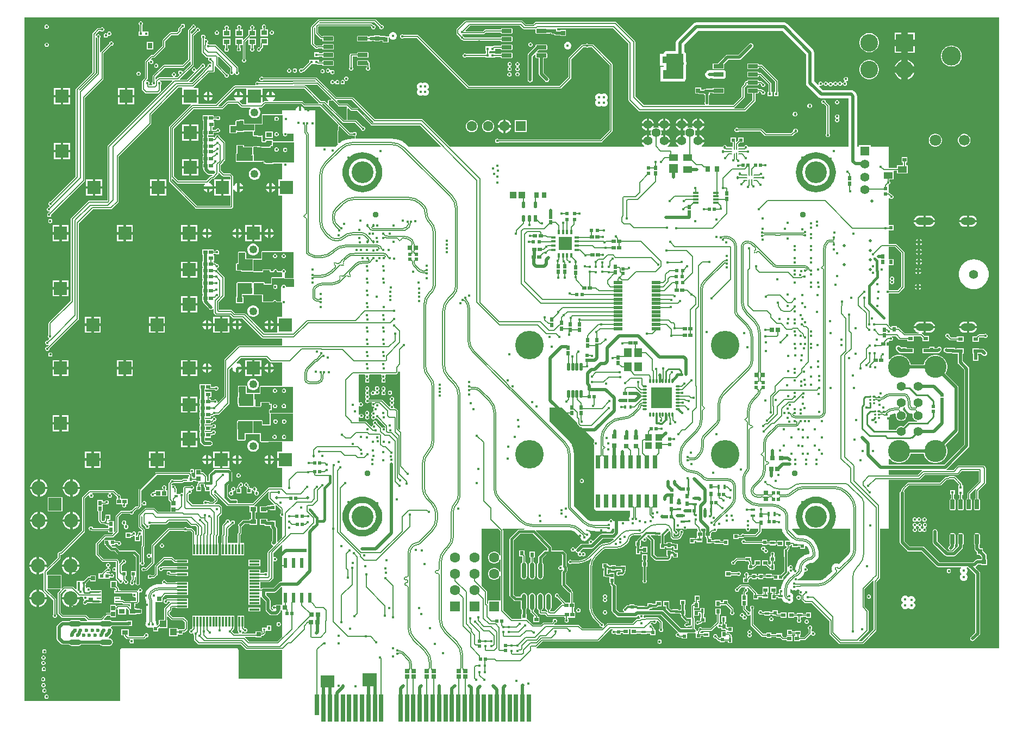
<source format=gbr>
G04*
G04 #@! TF.GenerationSoftware,Altium Limited,Altium Designer,23.7.1 (13)*
G04*
G04 Layer_Physical_Order=6*
G04 Layer_Color=16711680*
%FSLAX25Y25*%
%MOIN*%
G70*
G04*
G04 #@! TF.SameCoordinates,27D51526-8311-448D-B6E4-34D2AC34C314*
G04*
G04*
G04 #@! TF.FilePolarity,Positive*
G04*
G01*
G75*
%ADD13C,0.01500*%
%ADD14C,0.01000*%
%ADD17R,0.02559X0.02362*%
%ADD21R,0.01772X0.01772*%
%ADD24R,0.01772X0.01772*%
%ADD25R,0.02123X0.01860*%
%ADD28R,0.02756X0.03543*%
%ADD29R,0.03740X0.02756*%
%ADD30R,0.02423X0.02254*%
%ADD31R,0.05512X0.05512*%
%ADD32R,0.05512X0.03937*%
%ADD33R,0.02362X0.02559*%
%ADD35R,0.01860X0.02123*%
%ADD36R,0.02756X0.02559*%
%ADD37R,0.02362X0.02657*%
%ADD38R,0.02016X0.02288*%
%ADD40R,0.02288X0.02016*%
%ADD41R,0.01772X0.02657*%
%ADD42R,0.02165X0.01968*%
%ADD44R,0.01968X0.02165*%
G04:AMPARAMS|DCode=50|XSize=7.87mil|YSize=23.62mil|CornerRadius=1.97mil|HoleSize=0mil|Usage=FLASHONLY|Rotation=90.000|XOffset=0mil|YOffset=0mil|HoleType=Round|Shape=RoundedRectangle|*
%AMROUNDEDRECTD50*
21,1,0.00787,0.01968,0,0,90.0*
21,1,0.00394,0.02362,0,0,90.0*
1,1,0.00394,0.00984,0.00197*
1,1,0.00394,0.00984,-0.00197*
1,1,0.00394,-0.00984,-0.00197*
1,1,0.00394,-0.00984,0.00197*
%
%ADD50ROUNDEDRECTD50*%
G04:AMPARAMS|DCode=51|XSize=7.87mil|YSize=23.62mil|CornerRadius=1.97mil|HoleSize=0mil|Usage=FLASHONLY|Rotation=180.000|XOffset=0mil|YOffset=0mil|HoleType=Round|Shape=RoundedRectangle|*
%AMROUNDEDRECTD51*
21,1,0.00787,0.01968,0,0,180.0*
21,1,0.00394,0.02362,0,0,180.0*
1,1,0.00394,-0.00197,0.00984*
1,1,0.00394,0.00197,0.00984*
1,1,0.00394,0.00197,-0.00984*
1,1,0.00394,-0.00197,-0.00984*
%
%ADD51ROUNDEDRECTD51*%
%ADD56R,0.02559X0.02559*%
%ADD57R,0.02559X0.02559*%
%ADD58R,0.02756X0.02953*%
%ADD82R,0.02204X0.02382*%
G04:AMPARAMS|DCode=86|XSize=7.87mil|YSize=27.56mil|CornerRadius=1.97mil|HoleSize=0mil|Usage=FLASHONLY|Rotation=180.000|XOffset=0mil|YOffset=0mil|HoleType=Round|Shape=RoundedRectangle|*
%AMROUNDEDRECTD86*
21,1,0.00787,0.02362,0,0,180.0*
21,1,0.00394,0.02756,0,0,180.0*
1,1,0.00394,-0.00197,0.01181*
1,1,0.00394,0.00197,0.01181*
1,1,0.00394,0.00197,-0.01181*
1,1,0.00394,-0.00197,-0.01181*
%
%ADD86ROUNDEDRECTD86*%
%ADD95R,0.02911X0.02648*%
%ADD101R,0.02756X0.02756*%
%ADD108R,0.02800X0.16500*%
%ADD109R,0.02800X0.12600*%
%ADD110R,0.04134X0.04331*%
%ADD119R,0.02029X0.01860*%
%ADD121C,0.02362*%
%ADD123R,0.02165X0.02165*%
%ADD190C,0.10827*%
%ADD191R,0.10827X0.10827*%
%ADD192C,0.11800*%
%ADD193R,0.05472X0.05472*%
%ADD194C,0.05472*%
%ADD195R,0.02362X0.02362*%
G04:AMPARAMS|DCode=196|XSize=35.43mil|YSize=74.8mil|CornerRadius=17.72mil|HoleSize=0mil|Usage=FLASHONLY|Rotation=270.000|XOffset=0mil|YOffset=0mil|HoleType=Round|Shape=RoundedRectangle|*
%AMROUNDEDRECTD196*
21,1,0.03543,0.03937,0,0,270.0*
21,1,0.00000,0.07480,0,0,270.0*
1,1,0.03543,-0.01968,0.00000*
1,1,0.03543,-0.01968,0.00000*
1,1,0.03543,0.01968,0.00000*
1,1,0.03543,0.01968,0.00000*
%
%ADD196ROUNDEDRECTD196*%
%ADD207C,0.07087*%
%ADD208C,0.06693*%
%ADD215C,0.00699*%
%ADD216C,0.00699*%
%ADD217C,0.00538*%
%ADD223C,0.00538*%
%ADD224C,0.02000*%
%ADD225C,0.00727*%
%ADD226C,0.00500*%
%ADD229C,0.01200*%
%ADD231C,0.00520*%
%ADD232C,0.00800*%
%ADD237C,0.06299*%
%ADD238R,0.06299X0.06299*%
%ADD239R,0.07874X0.07874*%
%ADD240C,0.13386*%
%ADD241C,0.04921*%
%ADD242C,0.17500*%
%ADD243C,0.03740*%
%ADD244C,0.05512*%
%ADD245O,0.11024X0.04724*%
%ADD246O,0.09055X0.04724*%
%ADD247C,0.13583*%
%ADD248C,0.05591*%
%ADD249R,0.06299X0.06299*%
%ADD250C,0.25000*%
%ADD251C,0.05500*%
%ADD252C,0.08661*%
%ADD253R,0.07874X0.07874*%
%ADD254C,0.01600*%
%ADD255C,0.01800*%
%ADD256C,0.01968*%
%ADD257C,0.02000*%
%ADD264C,0.00500*%
%ADD265R,0.02657X0.01772*%
%ADD266R,0.02559X0.02756*%
%ADD267O,0.02756X0.09843*%
%ADD268R,0.02284X0.02126*%
%ADD269R,0.02657X0.02362*%
%ADD270R,0.02165X0.02165*%
%ADD271R,0.12992X0.12992*%
%ADD272O,0.02717X0.01102*%
%ADD273O,0.01102X0.02717*%
%ADD274R,0.02600X0.08000*%
G04:AMPARAMS|DCode=275|XSize=17.72mil|YSize=55.12mil|CornerRadius=1.95mil|HoleSize=0mil|Usage=FLASHONLY|Rotation=90.000|XOffset=0mil|YOffset=0mil|HoleType=Round|Shape=RoundedRectangle|*
%AMROUNDEDRECTD275*
21,1,0.01772,0.05122,0,0,90.0*
21,1,0.01382,0.05512,0,0,90.0*
1,1,0.00390,0.02561,0.00691*
1,1,0.00390,0.02561,-0.00691*
1,1,0.00390,-0.02561,-0.00691*
1,1,0.00390,-0.02561,0.00691*
%
%ADD275ROUNDEDRECTD275*%
%ADD276R,0.01772X0.00787*%
%ADD277R,0.01772X0.02165*%
%ADD278R,0.06496X0.01181*%
%ADD279R,0.01181X0.06496*%
G04:AMPARAMS|DCode=280|XSize=17.72mil|YSize=45.28mil|CornerRadius=1.95mil|HoleSize=0mil|Usage=FLASHONLY|Rotation=0.000|XOffset=0mil|YOffset=0mil|HoleType=Round|Shape=RoundedRectangle|*
%AMROUNDEDRECTD280*
21,1,0.01772,0.04138,0,0,0.0*
21,1,0.01382,0.04528,0,0,0.0*
1,1,0.00390,0.00691,-0.02069*
1,1,0.00390,-0.00691,-0.02069*
1,1,0.00390,-0.00691,0.02069*
1,1,0.00390,0.00691,0.02069*
%
%ADD280ROUNDEDRECTD280*%
%ADD281R,0.03150X0.02165*%
%ADD282R,0.03937X0.03543*%
%ADD283R,0.02362X0.06102*%
%ADD284R,0.02165X0.01772*%
%ADD285R,0.00787X0.01772*%
%ADD286R,0.05512X0.03937*%
%ADD287R,0.01575X0.01968*%
%ADD288R,0.02985X0.03197*%
%ADD289R,0.01968X0.02008*%
%ADD290R,0.02047X0.02205*%
%ADD291R,0.04331X0.03937*%
%ADD292R,0.02756X0.00984*%
%ADD293R,0.06693X0.06299*%
%ADD294R,0.03543X0.02953*%
%ADD295R,0.03543X0.03937*%
%ADD296R,0.02953X0.03543*%
%ADD297R,0.03347X0.01181*%
%ADD298R,0.02254X0.02423*%
%ADD299R,0.02756X0.02756*%
%ADD300R,0.04355X0.03773*%
%ADD301R,0.02953X0.03347*%
G04:AMPARAMS|DCode=302|XSize=40.88mil|YSize=20.95mil|CornerRadius=10.48mil|HoleSize=0mil|Usage=FLASHONLY|Rotation=90.000|XOffset=0mil|YOffset=0mil|HoleType=Round|Shape=RoundedRectangle|*
%AMROUNDEDRECTD302*
21,1,0.04088,0.00000,0,0,90.0*
21,1,0.01993,0.02095,0,0,90.0*
1,1,0.02095,0.00000,0.00996*
1,1,0.02095,0.00000,-0.00996*
1,1,0.02095,0.00000,-0.00996*
1,1,0.02095,0.00000,0.00996*
%
%ADD302ROUNDEDRECTD302*%
%ADD303R,0.02095X0.04088*%
G04:AMPARAMS|DCode=304|XSize=82.68mil|YSize=82.68mil|CornerRadius=2.07mil|HoleSize=0mil|Usage=FLASHONLY|Rotation=180.000|XOffset=0mil|YOffset=0mil|HoleType=Round|Shape=RoundedRectangle|*
%AMROUNDEDRECTD304*
21,1,0.08268,0.07854,0,0,180.0*
21,1,0.07854,0.08268,0,0,180.0*
1,1,0.00413,-0.03927,0.03927*
1,1,0.00413,0.03927,0.03927*
1,1,0.00413,0.03927,-0.03927*
1,1,0.00413,-0.03927,-0.03927*
%
%ADD304ROUNDEDRECTD304*%
G04:AMPARAMS|DCode=305|XSize=11.81mil|YSize=29.53mil|CornerRadius=1.95mil|HoleSize=0mil|Usage=FLASHONLY|Rotation=180.000|XOffset=0mil|YOffset=0mil|HoleType=Round|Shape=RoundedRectangle|*
%AMROUNDEDRECTD305*
21,1,0.01181,0.02563,0,0,180.0*
21,1,0.00791,0.02953,0,0,180.0*
1,1,0.00390,-0.00396,0.01282*
1,1,0.00390,0.00396,0.01282*
1,1,0.00390,0.00396,-0.01282*
1,1,0.00390,-0.00396,-0.01282*
%
%ADD305ROUNDEDRECTD305*%
G04:AMPARAMS|DCode=306|XSize=11.81mil|YSize=29.53mil|CornerRadius=1.95mil|HoleSize=0mil|Usage=FLASHONLY|Rotation=90.000|XOffset=0mil|YOffset=0mil|HoleType=Round|Shape=RoundedRectangle|*
%AMROUNDEDRECTD306*
21,1,0.01181,0.02563,0,0,90.0*
21,1,0.00791,0.02953,0,0,90.0*
1,1,0.00390,0.01282,0.00396*
1,1,0.00390,0.01282,-0.00396*
1,1,0.00390,-0.01282,-0.00396*
1,1,0.00390,-0.01282,0.00396*
%
%ADD306ROUNDEDRECTD306*%
%ADD307R,0.03740X0.03150*%
G04:AMPARAMS|DCode=308|XSize=15.75mil|YSize=11.81mil|CornerRadius=3.96mil|HoleSize=0mil|Usage=FLASHONLY|Rotation=180.000|XOffset=0mil|YOffset=0mil|HoleType=Round|Shape=RoundedRectangle|*
%AMROUNDEDRECTD308*
21,1,0.01575,0.00390,0,0,180.0*
21,1,0.00784,0.01181,0,0,180.0*
1,1,0.00791,-0.00392,0.00195*
1,1,0.00791,0.00392,0.00195*
1,1,0.00791,0.00392,-0.00195*
1,1,0.00791,-0.00392,-0.00195*
%
%ADD308ROUNDEDRECTD308*%
G04:AMPARAMS|DCode=309|XSize=17.72mil|YSize=11.81mil|CornerRadius=3.96mil|HoleSize=0mil|Usage=FLASHONLY|Rotation=180.000|XOffset=0mil|YOffset=0mil|HoleType=Round|Shape=RoundedRectangle|*
%AMROUNDEDRECTD309*
21,1,0.01772,0.00390,0,0,180.0*
21,1,0.00980,0.01181,0,0,180.0*
1,1,0.00791,-0.00490,0.00195*
1,1,0.00791,0.00490,0.00195*
1,1,0.00791,0.00490,-0.00195*
1,1,0.00791,-0.00490,-0.00195*
%
%ADD309ROUNDEDRECTD309*%
%ADD310R,0.02681X0.02410*%
%ADD311R,0.02410X0.02681*%
%ADD312R,0.04724X0.05512*%
%ADD313R,0.02047X0.02047*%
%ADD314R,0.02047X0.02047*%
G04:AMPARAMS|DCode=315|XSize=61.02mil|YSize=23.62mil|CornerRadius=2.01mil|HoleSize=0mil|Usage=FLASHONLY|Rotation=270.000|XOffset=0mil|YOffset=0mil|HoleType=Round|Shape=RoundedRectangle|*
%AMROUNDEDRECTD315*
21,1,0.06102,0.01961,0,0,270.0*
21,1,0.05701,0.02362,0,0,270.0*
1,1,0.00402,-0.00980,-0.02850*
1,1,0.00402,-0.00980,0.02850*
1,1,0.00402,0.00980,0.02850*
1,1,0.00402,0.00980,-0.02850*
%
%ADD315ROUNDEDRECTD315*%
%ADD316R,0.02520X0.02677*%
G04:AMPARAMS|DCode=317|XSize=61.02mil|YSize=23.62mil|CornerRadius=2.01mil|HoleSize=0mil|Usage=FLASHONLY|Rotation=0.000|XOffset=0mil|YOffset=0mil|HoleType=Round|Shape=RoundedRectangle|*
%AMROUNDEDRECTD317*
21,1,0.06102,0.01961,0,0,0.0*
21,1,0.05701,0.02362,0,0,0.0*
1,1,0.00402,0.02850,-0.00980*
1,1,0.00402,-0.02850,-0.00980*
1,1,0.00402,-0.02850,0.00980*
1,1,0.00402,0.02850,0.00980*
%
%ADD317ROUNDEDRECTD317*%
%ADD318R,0.04528X0.05709*%
G36*
X375787Y-15576D02*
X365257D01*
Y-526D01*
X365296Y-65D01*
X365296Y-65D01*
X375787D01*
Y-15576D01*
D02*
G37*
G36*
X569278Y22170D02*
Y-364788D01*
X285799D01*
X285748Y-364647D01*
X285716Y-364288D01*
X285921Y-364151D01*
X289500Y-360572D01*
X323241D01*
X323578Y-360504D01*
X323864Y-360314D01*
X331104Y-353073D01*
X332385D01*
X332485Y-353573D01*
X332223Y-353681D01*
X331857Y-354047D01*
X331659Y-354525D01*
Y-355042D01*
X331857Y-355520D01*
X332223Y-355885D01*
X332701Y-356083D01*
X333218D01*
X333696Y-355885D01*
X333824Y-355756D01*
X334430D01*
Y-356520D01*
X337446D01*
Y-355352D01*
X338721D01*
Y-356153D01*
X342378D01*
Y-353073D01*
X343445D01*
Y-356153D01*
X347103D01*
Y-355670D01*
X349633D01*
Y-356175D01*
X353290D01*
Y-355670D01*
X355566D01*
Y-356815D01*
X358582D01*
Y-353528D01*
X357954D01*
Y-352874D01*
X357887Y-352537D01*
X357696Y-352252D01*
X356888Y-351444D01*
Y-351130D01*
X356690Y-350652D01*
X356325Y-350287D01*
X355899Y-350110D01*
X355762Y-349627D01*
X356038Y-349294D01*
X357122D01*
X357344Y-349516D01*
X357822Y-349714D01*
X358339D01*
X358817Y-349516D01*
X359182Y-349150D01*
X359380Y-348672D01*
Y-348155D01*
X359842Y-347990D01*
X360081Y-347966D01*
X361289Y-349174D01*
Y-352615D01*
X361068Y-352837D01*
X360870Y-353314D01*
Y-353832D01*
X361068Y-354309D01*
X361433Y-354675D01*
X361911Y-354873D01*
X362428D01*
X362906Y-354675D01*
X363272Y-354309D01*
X363470Y-353832D01*
Y-353314D01*
X363272Y-352837D01*
X363050Y-352615D01*
Y-348810D01*
X363050Y-348810D01*
X362983Y-348472D01*
X362792Y-348187D01*
X361018Y-346412D01*
X360733Y-346128D01*
X360447Y-345937D01*
X360110Y-345870D01*
X352697D01*
X352360Y-345937D01*
X352074Y-346128D01*
X351786Y-346013D01*
X351502Y-345566D01*
Y-345048D01*
X351497Y-345037D01*
X351831Y-344536D01*
X362027D01*
X372301Y-354811D01*
X372261Y-355033D01*
X372128Y-355345D01*
X371732Y-355508D01*
X371367Y-355874D01*
X371169Y-356352D01*
Y-356869D01*
X371367Y-357347D01*
X371732Y-357713D01*
X372210Y-357910D01*
X372727D01*
X372750Y-357901D01*
X372862Y-358012D01*
X372862Y-358012D01*
X373147Y-358203D01*
X373484Y-358270D01*
X373484Y-358270D01*
X374687D01*
Y-358953D01*
X377971D01*
Y-355827D01*
X378380Y-355609D01*
X382250D01*
X382835Y-355492D01*
X382994Y-355386D01*
X383494Y-355653D01*
Y-358636D01*
X386510D01*
Y-357196D01*
X387996D01*
Y-357701D01*
X391654D01*
Y-354929D01*
X387996D01*
Y-355435D01*
X386510D01*
Y-355348D01*
X386320D01*
X386136Y-354917D01*
X386440Y-354541D01*
X386480D01*
X386958Y-354343D01*
X387179Y-354122D01*
X392885D01*
X393222Y-354055D01*
X393507Y-353864D01*
X396204Y-351167D01*
X396704Y-351375D01*
Y-351494D01*
X396902Y-351972D01*
X397268Y-352337D01*
X397745Y-352535D01*
X398263D01*
X398539Y-352421D01*
X398547Y-352422D01*
X398547Y-352422D01*
X399026D01*
Y-353370D01*
X401143D01*
X401637Y-353864D01*
X401637Y-353864D01*
X401747Y-353937D01*
X401595Y-354437D01*
X399026D01*
Y-357995D01*
X398161D01*
Y-358212D01*
X397661Y-358420D01*
X396686Y-357445D01*
Y-357131D01*
X396488Y-356653D01*
X396122Y-356288D01*
X395644Y-356090D01*
X395127D01*
X394649Y-356288D01*
X394283Y-356653D01*
X394086Y-357131D01*
Y-357648D01*
X394283Y-358126D01*
X394649Y-358492D01*
X395127Y-358690D01*
X395440D01*
X397012Y-360262D01*
X397298Y-360453D01*
X397635Y-360520D01*
X398161D01*
Y-361283D01*
X401177D01*
Y-360630D01*
X403057D01*
Y-361578D01*
X405828D01*
Y-357921D01*
X405323D01*
Y-356939D01*
X405323Y-356939D01*
X405256Y-356602D01*
X405065Y-356317D01*
X405065Y-356317D01*
X404392Y-355644D01*
X404106Y-355453D01*
X403769Y-355386D01*
X402388D01*
Y-354758D01*
X402885Y-354749D01*
X402889Y-354749D01*
X406173D01*
Y-351733D01*
X402885D01*
Y-351733D01*
X402388Y-351725D01*
Y-349713D01*
X401435D01*
Y-348909D01*
X401940D01*
Y-345251D01*
X399169D01*
Y-348909D01*
X399674D01*
Y-349713D01*
X399026D01*
Y-349766D01*
X398569Y-350021D01*
X398078Y-349867D01*
X397876Y-349435D01*
X397945Y-349332D01*
X398012Y-348995D01*
Y-343983D01*
X398812D01*
Y-340325D01*
X395450D01*
Y-343983D01*
X396251D01*
Y-348630D01*
X392520Y-352361D01*
X387179D01*
X386958Y-352139D01*
X386480Y-351941D01*
X385963D01*
X385485Y-352139D01*
X385119Y-352505D01*
X384921Y-352983D01*
Y-353500D01*
X384930Y-353522D01*
X384379Y-354073D01*
X384252Y-354263D01*
X383799Y-354087D01*
X383778Y-354073D01*
X383663Y-353494D01*
X383331Y-352998D01*
X382835Y-352666D01*
X382748Y-352649D01*
Y-346525D01*
X382748Y-346525D01*
X382681Y-346188D01*
X382490Y-345902D01*
X382490Y-345902D01*
X382339Y-345751D01*
Y-344971D01*
X385502D01*
Y-343152D01*
X386021D01*
Y-343657D01*
X386526D01*
Y-345811D01*
X386096D01*
Y-347582D01*
X385605Y-348073D01*
X385358D01*
X385304Y-348018D01*
X384826Y-347820D01*
X384309D01*
X383831Y-348018D01*
X383465Y-348384D01*
X383267Y-348862D01*
Y-349379D01*
X383465Y-349856D01*
X383831Y-350222D01*
X384309Y-350420D01*
X384826D01*
X385304Y-350222D01*
X385669Y-349856D01*
X385679Y-349833D01*
X385969D01*
X386306Y-349766D01*
X386592Y-349576D01*
X387341Y-348827D01*
X389383D01*
Y-345811D01*
X388287D01*
Y-343657D01*
X388793D01*
Y-340000D01*
X386021D01*
Y-341391D01*
X385502D01*
Y-341314D01*
X382339D01*
Y-340247D01*
X385502D01*
Y-336589D01*
X384701D01*
Y-335655D01*
X385896D01*
Y-332639D01*
X382608D01*
Y-335655D01*
X382940D01*
Y-336589D01*
X382140D01*
Y-337153D01*
X381884Y-337537D01*
X381547Y-337604D01*
X381261Y-337795D01*
X381261Y-337795D01*
X380836Y-338221D01*
X380645Y-338507D01*
X380578Y-338844D01*
Y-345713D01*
X380078Y-346048D01*
X380008Y-346019D01*
X379490D01*
X379060Y-346197D01*
X378210D01*
X376743Y-344730D01*
X376950Y-344230D01*
X377039D01*
Y-341213D01*
X376649D01*
Y-338264D01*
X377171D01*
Y-335247D01*
X373884D01*
Y-338264D01*
X374406D01*
Y-341213D01*
X373752D01*
Y-341358D01*
X372786D01*
Y-340851D01*
X369129D01*
Y-341115D01*
X368461D01*
X367164Y-339819D01*
Y-337941D01*
X367164Y-337941D01*
X367143Y-337832D01*
Y-335678D01*
X363485D01*
Y-339040D01*
X364921D01*
Y-340283D01*
X364921Y-340283D01*
X365007Y-340712D01*
X365250Y-341076D01*
X367203Y-343030D01*
X367203Y-343030D01*
X367567Y-343273D01*
X367997Y-343358D01*
X367997Y-343358D01*
X369129D01*
Y-343623D01*
X372786D01*
Y-343601D01*
X373752D01*
Y-344230D01*
X374274D01*
Y-344968D01*
X374274Y-344968D01*
X374359Y-345397D01*
X374603Y-345761D01*
X376953Y-348112D01*
X376953Y-348112D01*
X377317Y-348355D01*
X377746Y-348440D01*
X377746Y-348440D01*
X378627D01*
Y-349169D01*
X378151D01*
X378123Y-349158D01*
X377606D01*
X377128Y-349356D01*
X376762Y-349722D01*
X376565Y-350199D01*
Y-350716D01*
X376762Y-351194D01*
X377128Y-351560D01*
X377606Y-351758D01*
X378123D01*
X378601Y-351560D01*
X378748Y-351412D01*
X379490D01*
X379490Y-351412D01*
X379919Y-351327D01*
X380283Y-351084D01*
X380487Y-350880D01*
X380714Y-350916D01*
X380987Y-351059D01*
Y-352550D01*
X374366D01*
X363742Y-341926D01*
X363246Y-341594D01*
X362661Y-341478D01*
X354823D01*
X354668Y-341013D01*
X354667Y-340978D01*
X355329Y-340316D01*
X356759D01*
Y-339793D01*
X359130D01*
X359130Y-339793D01*
X359559Y-339708D01*
X359923Y-339465D01*
X360347Y-339040D01*
X362418D01*
Y-335678D01*
X358761D01*
Y-337454D01*
X358665Y-337550D01*
X356759D01*
Y-337028D01*
X353743D01*
Y-338729D01*
X353401Y-339071D01*
X351961D01*
Y-338807D01*
X348304D01*
X348304Y-338807D01*
X347808Y-338797D01*
X347487Y-338582D01*
X347058Y-338497D01*
X347058Y-338497D01*
X345865D01*
Y-337975D01*
X342848D01*
Y-338497D01*
X341676D01*
X341676Y-338497D01*
X341247Y-338582D01*
X340883Y-338825D01*
X340883Y-338825D01*
X339851Y-339857D01*
X339420Y-340036D01*
X339054Y-340402D01*
X338856Y-340879D01*
Y-341396D01*
X339054Y-341874D01*
X339420Y-342240D01*
X339517Y-342280D01*
X339417Y-342780D01*
X336572D01*
X334855Y-341063D01*
Y-326852D01*
X334738Y-326267D01*
X334407Y-325771D01*
X333910Y-325439D01*
X333629Y-325383D01*
X333472Y-325162D01*
X333509Y-324662D01*
X333509D01*
Y-321709D01*
Y-318544D01*
X330541D01*
Y-319005D01*
X329551D01*
Y-317215D01*
X329287D01*
Y-316662D01*
X329771Y-316386D01*
X329787Y-316388D01*
X330201Y-316470D01*
X330201Y-316470D01*
X331501D01*
Y-316993D01*
X334518D01*
Y-316646D01*
X337543D01*
Y-317344D01*
X337543D01*
X337536Y-317841D01*
X336443D01*
X336197Y-317739D01*
X335680D01*
X335202Y-317937D01*
X334836Y-318303D01*
X334638Y-318781D01*
Y-319298D01*
X334836Y-319776D01*
X335202Y-320142D01*
X335680Y-320339D01*
X336197D01*
X336675Y-320142D01*
X336732Y-320084D01*
X338261D01*
X338261Y-320084D01*
X338691Y-319999D01*
X339054Y-319756D01*
X339844Y-318966D01*
X340087Y-318602D01*
X340173Y-318173D01*
X340173Y-318173D01*
Y-317344D01*
X340559D01*
Y-314056D01*
X337543D01*
Y-314403D01*
X334518D01*
Y-313705D01*
X331501D01*
Y-314227D01*
X330666D01*
X330314Y-313876D01*
X329950Y-313632D01*
X329521Y-313547D01*
X329370Y-313092D01*
Y-312752D01*
X326082D01*
Y-315769D01*
X327044D01*
Y-317215D01*
X326779D01*
Y-320873D01*
X327965D01*
X328012Y-320920D01*
X328012Y-320920D01*
X328376Y-321163D01*
X328805Y-321248D01*
X328805Y-321248D01*
X330541D01*
Y-324662D01*
X330904D01*
Y-325552D01*
X330904Y-325552D01*
X330989Y-325982D01*
X331232Y-326345D01*
X331796Y-326909D01*
Y-341697D01*
X331912Y-342282D01*
X332244Y-342778D01*
X334857Y-345391D01*
X335353Y-345723D01*
X335938Y-345839D01*
X346405D01*
X346991Y-345723D01*
X347487Y-345391D01*
X348042Y-344836D01*
X348449D01*
X348902Y-345048D01*
X348902Y-345297D01*
Y-345566D01*
X349100Y-346043D01*
X349125Y-346068D01*
X349120Y-346729D01*
X348975Y-346874D01*
X347469D01*
X347132Y-346941D01*
X346846Y-347132D01*
X344568Y-349410D01*
X329533D01*
X329533Y-349410D01*
X329196Y-349477D01*
X328910Y-349668D01*
X328910Y-349668D01*
X327536Y-351043D01*
X327112Y-350760D01*
X327130Y-350716D01*
Y-350199D01*
X326932Y-349722D01*
X326566Y-349356D01*
X326088Y-349158D01*
X325775D01*
X322511Y-345894D01*
X322480Y-345873D01*
X321368Y-344518D01*
X320524Y-342939D01*
X320004Y-341227D01*
X319832Y-339482D01*
X319840Y-339445D01*
Y-315062D01*
X319832Y-315026D01*
X320004Y-313281D01*
X320524Y-311568D01*
X321368Y-309990D01*
X322480Y-308634D01*
X322511Y-308614D01*
X326661Y-304464D01*
X326661Y-304463D01*
X326662Y-304462D01*
X326682Y-304432D01*
X327452Y-303918D01*
X328362Y-303737D01*
X328398Y-303744D01*
X334615D01*
Y-303766D01*
X336174Y-303612D01*
X337672Y-303157D01*
X339053Y-302419D01*
X340263Y-301426D01*
X340248Y-301411D01*
X341962Y-299696D01*
X341962Y-299696D01*
X341968Y-299702D01*
X342434Y-299095D01*
X342727Y-298388D01*
X342827Y-297629D01*
X342827Y-297629D01*
X342905Y-297161D01*
X342937Y-297000D01*
X343010Y-296891D01*
X343265Y-296512D01*
X343641Y-296217D01*
X344035Y-295914D01*
X344924Y-295546D01*
X345877Y-295421D01*
Y-295419D01*
X348714D01*
Y-295435D01*
X349674Y-295308D01*
X349712Y-295340D01*
X349943Y-295747D01*
X347581Y-298108D01*
X347338Y-298472D01*
X347253Y-298901D01*
X346926Y-299244D01*
X346284D01*
Y-302260D01*
X346925D01*
Y-303358D01*
X346779D01*
Y-307016D01*
X349551D01*
Y-305446D01*
X350488D01*
Y-306154D01*
X353850D01*
Y-302496D01*
X350488D01*
Y-303203D01*
X349168D01*
Y-302260D01*
X349571D01*
Y-299290D01*
X350225Y-298637D01*
X350815Y-298754D01*
X350823Y-298774D01*
X351188Y-299140D01*
X351666Y-299338D01*
X352183D01*
X352661Y-299140D01*
X353027Y-298774D01*
X353225Y-298296D01*
Y-297779D01*
X353027Y-297301D01*
X352772Y-297046D01*
X352759Y-296515D01*
X352767Y-296478D01*
X352772Y-296477D01*
X353325Y-296657D01*
X353420Y-296886D01*
X353786Y-297252D01*
X354217Y-297430D01*
X355746Y-298959D01*
Y-307721D01*
X355746Y-307721D01*
X355831Y-308151D01*
X356074Y-308514D01*
X358236Y-310676D01*
X358236Y-310676D01*
X358600Y-310919D01*
X359029Y-311004D01*
X359029Y-311004D01*
X366466D01*
X366466Y-311004D01*
X366895Y-310919D01*
X367259Y-310676D01*
X367962Y-309973D01*
X367962Y-309973D01*
X368205Y-309609D01*
X368290Y-309180D01*
X368290Y-309180D01*
Y-308432D01*
X368644Y-308079D01*
X368850D01*
X369253Y-308313D01*
Y-309164D01*
X372540D01*
Y-306148D01*
X370974D01*
X370284Y-305457D01*
X369920Y-305214D01*
X369491Y-305128D01*
X369491Y-305129D01*
X368850D01*
Y-304421D01*
X365488D01*
Y-308079D01*
X366047D01*
Y-308716D01*
X366001Y-308761D01*
X359493D01*
X357989Y-307257D01*
Y-298495D01*
X357989Y-298495D01*
X357904Y-298066D01*
X357661Y-297702D01*
X357661Y-297702D01*
X355828Y-295870D01*
X355833Y-295803D01*
X356148Y-295370D01*
X358389D01*
X358705Y-295432D01*
X358705Y-295432D01*
X360118D01*
X360175Y-295490D01*
X360652Y-295688D01*
X361170D01*
X361413Y-295587D01*
X361911Y-295876D01*
X361913Y-295880D01*
Y-300463D01*
X361527D01*
Y-303750D01*
X364543D01*
Y-302647D01*
X365488D01*
Y-303354D01*
X368850D01*
Y-302647D01*
X369545D01*
X369592Y-302679D01*
Y-304352D01*
X372364D01*
Y-300695D01*
X370800D01*
X370692Y-300673D01*
X370692Y-300673D01*
X370684D01*
X370409Y-300489D01*
X369980Y-300404D01*
X369980Y-300404D01*
X368850D01*
Y-299697D01*
X365488D01*
Y-300404D01*
X364156D01*
Y-295753D01*
X366498Y-293411D01*
X366929Y-293233D01*
X367203Y-292959D01*
X367592Y-292991D01*
X367756Y-293060D01*
X367811Y-293243D01*
X367925Y-294397D01*
X367929D01*
Y-296150D01*
X367996Y-296487D01*
X368187Y-296772D01*
X369167Y-297752D01*
X369163Y-297756D01*
X369538Y-298006D01*
X369980Y-298094D01*
Y-298089D01*
X372099D01*
Y-298122D01*
X373087Y-297925D01*
X373925Y-297365D01*
X373923Y-297363D01*
X374781Y-296244D01*
X375321Y-294941D01*
X375368Y-294578D01*
X375697Y-294249D01*
X375895Y-293772D01*
Y-293254D01*
X375697Y-292777D01*
X375331Y-292411D01*
X374853Y-292213D01*
X374336D01*
X373858Y-292411D01*
X373493Y-292777D01*
X373295Y-293254D01*
Y-293772D01*
X373493Y-294249D01*
X373605Y-294361D01*
X373589Y-294478D01*
X373229Y-295348D01*
X372940Y-295724D01*
X372644Y-296084D01*
X372227Y-296284D01*
X372099Y-296310D01*
Y-296328D01*
X370233D01*
X369690Y-295785D01*
Y-294397D01*
X369710D01*
X369696Y-294256D01*
X370187Y-294133D01*
X370339Y-294499D01*
X370704Y-294865D01*
X371182Y-295063D01*
X371699D01*
X372177Y-294865D01*
X372543Y-294499D01*
X372741Y-294022D01*
Y-293504D01*
X372543Y-293026D01*
X372177Y-292661D01*
X371777Y-292495D01*
X371220Y-291938D01*
Y-291339D01*
X375521D01*
X375551Y-291410D01*
X375917Y-291776D01*
X376394Y-291974D01*
X376911D01*
X377389Y-291776D01*
X377755Y-291410D01*
X377785Y-291339D01*
X384360D01*
Y-291907D01*
X384427Y-292244D01*
X384618Y-292530D01*
X384717Y-292629D01*
X384510Y-293129D01*
X384218D01*
Y-296491D01*
X383948Y-296879D01*
X383843D01*
Y-297385D01*
X382673D01*
Y-297129D01*
X379657D01*
Y-300416D01*
X382673D01*
Y-299146D01*
X383843D01*
Y-299651D01*
X387500D01*
Y-296879D01*
X387770Y-296491D01*
X387876D01*
Y-293129D01*
X386927D01*
Y-292713D01*
X386860Y-292376D01*
X386669Y-292091D01*
X386417Y-291839D01*
X386624Y-291339D01*
X389014D01*
X389242Y-291566D01*
Y-293129D01*
X388942D01*
Y-296491D01*
X389891D01*
Y-297082D01*
X389958Y-297419D01*
X390149Y-297704D01*
X390193Y-297749D01*
Y-298128D01*
X390210Y-298213D01*
Y-300416D01*
X393226D01*
Y-300255D01*
X394818D01*
Y-300760D01*
X397417D01*
X397639Y-300804D01*
X397639Y-300804D01*
X400380D01*
Y-301568D01*
X403397D01*
Y-298280D01*
X400380D01*
Y-299043D01*
X398476D01*
Y-297988D01*
X394818D01*
Y-298494D01*
X393226D01*
Y-297129D01*
X392343D01*
X392261Y-296991D01*
X392544Y-296491D01*
X392600D01*
Y-294374D01*
X393718Y-293256D01*
X394196D01*
X394251Y-293311D01*
X394728Y-293509D01*
X395246D01*
X395723Y-293311D01*
X396089Y-292945D01*
X396287Y-292467D01*
Y-291950D01*
X396241Y-291839D01*
X396575Y-291339D01*
X414085D01*
X414159Y-291449D01*
Y-291967D01*
X414357Y-292444D01*
X414723Y-292810D01*
X415201Y-293008D01*
X415718D01*
X416196Y-292810D01*
X416561Y-292444D01*
X416759Y-291967D01*
Y-291449D01*
X416833Y-291339D01*
X421840D01*
Y-292803D01*
X419775Y-294868D01*
X413212D01*
X412990Y-294647D01*
X412512Y-294449D01*
X411995D01*
X411517Y-294647D01*
X411152Y-295012D01*
X411015Y-295343D01*
X409855D01*
Y-294715D01*
X406567D01*
Y-297731D01*
X409855D01*
Y-297104D01*
X411543D01*
X411880Y-297037D01*
X411913Y-297015D01*
X411995Y-297049D01*
X412512D01*
X412990Y-296851D01*
X413212Y-296629D01*
X420140D01*
X420476Y-296562D01*
X420762Y-296371D01*
X423343Y-293790D01*
X423534Y-293505D01*
X423601Y-293168D01*
Y-291339D01*
X436024D01*
X436390Y-291661D01*
X436567Y-293007D01*
X437087Y-294262D01*
X437913Y-295339D01*
X437914Y-295339D01*
X440989Y-298415D01*
X440782Y-298915D01*
X438102D01*
Y-302277D01*
X439050D01*
Y-303122D01*
X438715Y-303458D01*
X438401D01*
X437923Y-303656D01*
X437558Y-304021D01*
X437360Y-304499D01*
Y-305016D01*
X437538Y-305447D01*
Y-308388D01*
X437538Y-308388D01*
X437614Y-308770D01*
Y-314093D01*
X437582Y-314256D01*
X437582Y-314256D01*
Y-317521D01*
X435360Y-319743D01*
X431973D01*
X431888Y-319726D01*
X430857D01*
X430854Y-319724D01*
X430517Y-319657D01*
X429927D01*
Y-319152D01*
X426269D01*
Y-319657D01*
X424844D01*
Y-319275D01*
X421828D01*
Y-320039D01*
X420706D01*
Y-319213D01*
X417689D01*
Y-319976D01*
X416552D01*
X416552Y-319976D01*
X416215Y-320043D01*
X416210Y-320046D01*
X415937Y-319888D01*
X415802Y-319726D01*
Y-319209D01*
X415604Y-318731D01*
X415238Y-318366D01*
X414760Y-318168D01*
X414243D01*
X413765Y-318366D01*
X413400Y-318731D01*
X413202Y-319209D01*
Y-319726D01*
X413400Y-320204D01*
X413621Y-320426D01*
Y-321571D01*
X412549D01*
Y-324588D01*
X415837D01*
Y-322816D01*
X416917Y-321737D01*
X417689D01*
Y-322500D01*
X420706D01*
Y-321800D01*
X421828D01*
Y-322563D01*
X424844D01*
Y-321418D01*
X426269D01*
Y-321923D01*
X429927D01*
Y-321771D01*
X429950Y-321746D01*
X430427Y-321455D01*
X430586Y-321487D01*
X430926D01*
Y-322711D01*
X437044D01*
Y-321231D01*
X439497Y-318778D01*
X439497Y-318778D01*
X439740Y-318414D01*
X439825Y-317985D01*
Y-317715D01*
X440325Y-317616D01*
X440472Y-317971D01*
X440838Y-318337D01*
X440918Y-318370D01*
X441036Y-318960D01*
X439003Y-320992D01*
X438959Y-321059D01*
X437852Y-322355D01*
X436921Y-323874D01*
X436239Y-325521D01*
X435823Y-327254D01*
X435733Y-328395D01*
X435332D01*
X434854Y-328593D01*
X434488Y-328959D01*
X434291Y-329437D01*
Y-329954D01*
X434488Y-330432D01*
X434683Y-330626D01*
Y-331284D01*
X433735D01*
Y-331754D01*
X432820D01*
Y-331372D01*
X432192D01*
Y-330664D01*
X432734D01*
Y-327302D01*
X429077D01*
Y-330664D01*
X430431D01*
Y-331372D01*
X429803D01*
Y-334660D01*
X432820D01*
Y-333515D01*
X433735D01*
Y-334055D01*
X436018D01*
X436329Y-334807D01*
X436806Y-335429D01*
X437090Y-335801D01*
X437102Y-335819D01*
X437109Y-335826D01*
X437109Y-335826D01*
X437146Y-335851D01*
X437499Y-336105D01*
X437809Y-336343D01*
X438610Y-336674D01*
X439042Y-336731D01*
X439282Y-336915D01*
X440002Y-337214D01*
X440776Y-337316D01*
Y-337335D01*
X441661Y-337159D01*
X442412Y-336657D01*
X442913Y-335907D01*
X443089Y-335021D01*
X442913Y-334136D01*
X442803Y-333971D01*
X442913Y-333807D01*
X443089Y-332921D01*
X442913Y-332036D01*
X442412Y-331286D01*
X441661Y-330784D01*
X441338Y-330720D01*
Y-329046D01*
X441312Y-328913D01*
X441365Y-328504D01*
X441886Y-328383D01*
X442216Y-328878D01*
X442967Y-329379D01*
X443852Y-329556D01*
Y-329536D01*
X444602Y-329437D01*
X445301Y-329148D01*
X445546Y-328960D01*
X446891D01*
X447046Y-329460D01*
X446790Y-329716D01*
X446592Y-330194D01*
Y-330711D01*
X446790Y-331189D01*
X447155Y-331555D01*
X447633Y-331752D01*
X447989D01*
X448026Y-331771D01*
X448313Y-332085D01*
X448370Y-332202D01*
X448349Y-332311D01*
Y-334896D01*
X448416Y-335233D01*
X448607Y-335519D01*
X449987Y-336899D01*
X450273Y-337090D01*
X450609Y-337157D01*
X450609Y-337157D01*
X454332D01*
X465030Y-347855D01*
X465136Y-347926D01*
X465412Y-348202D01*
Y-355693D01*
X465480Y-356030D01*
X465670Y-356315D01*
X471351Y-361996D01*
X471637Y-362187D01*
X471974Y-362254D01*
X485585D01*
X485922Y-362187D01*
X486207Y-361996D01*
X493945Y-354258D01*
X494136Y-353972D01*
X494203Y-353635D01*
Y-324214D01*
X496167Y-322250D01*
X496167Y-322250D01*
X496358Y-321965D01*
X496425Y-321628D01*
X496425Y-321627D01*
Y-291339D01*
X501859D01*
Y-261618D01*
X520255D01*
X520592Y-261551D01*
X520878Y-261360D01*
X523703Y-258535D01*
X543914D01*
X544251Y-258468D01*
X544536Y-258277D01*
X546633Y-256180D01*
X556953D01*
Y-262505D01*
X550260Y-269198D01*
X550069Y-269484D01*
X550002Y-269821D01*
Y-273034D01*
X549902D01*
X549628Y-273088D01*
X549397Y-273243D01*
X549242Y-273475D01*
X549188Y-273748D01*
Y-279449D01*
X549242Y-279723D01*
X549397Y-279955D01*
X549628Y-280109D01*
X549902Y-280164D01*
X551863D01*
X552136Y-280109D01*
X552368Y-279955D01*
X552523Y-279723D01*
X552577Y-279449D01*
Y-273748D01*
X552523Y-273475D01*
X552368Y-273243D01*
X552136Y-273088D01*
X551863Y-273034D01*
X551763D01*
Y-270185D01*
X554905Y-267043D01*
X555260Y-267394D01*
X555069Y-267679D01*
X555002Y-268016D01*
Y-273034D01*
X554902D01*
X554629Y-273088D01*
X554397Y-273243D01*
X554242Y-273475D01*
X554187Y-273748D01*
Y-279449D01*
X554242Y-279723D01*
X554397Y-279955D01*
X554629Y-280109D01*
X554902Y-280164D01*
X556863D01*
X557136Y-280109D01*
X557368Y-279955D01*
X557523Y-279723D01*
X557577Y-279449D01*
Y-273748D01*
X557523Y-273475D01*
X557368Y-273243D01*
X557136Y-273088D01*
X556863Y-273034D01*
X556763D01*
Y-268381D01*
X561178Y-263965D01*
X561369Y-263680D01*
X561436Y-263343D01*
Y-254355D01*
X561369Y-254018D01*
X561178Y-253732D01*
X560379Y-252933D01*
X560093Y-252742D01*
X559757Y-252675D01*
X544555D01*
X544555Y-252675D01*
X544218Y-252742D01*
X543932Y-252933D01*
X541318Y-255547D01*
X537274D01*
X537122Y-255047D01*
X537356Y-254891D01*
X550636Y-241610D01*
X550968Y-241114D01*
X551085Y-240529D01*
Y-193318D01*
X550968Y-192733D01*
X550636Y-192236D01*
X547159Y-188759D01*
Y-184133D01*
X547705D01*
Y-180968D01*
X543555D01*
Y-181021D01*
X542390D01*
Y-180625D01*
X541022D01*
X540874Y-180596D01*
X537916D01*
X537496Y-180315D01*
X536911Y-180199D01*
X536326Y-180315D01*
X535830Y-180647D01*
X535498Y-181143D01*
X535382Y-181728D01*
X535498Y-182314D01*
X535830Y-182810D01*
X536226Y-183206D01*
X536722Y-183538D01*
X537308Y-183654D01*
X539374D01*
Y-183913D01*
X540503D01*
X540579Y-183963D01*
X541164Y-184080D01*
X543555D01*
Y-184133D01*
X544101D01*
Y-189393D01*
X544217Y-189978D01*
X544549Y-190474D01*
X548026Y-193951D01*
Y-239895D01*
X535641Y-252280D01*
X501859D01*
Y-248769D01*
X502359Y-248661D01*
X503298Y-249601D01*
X504492Y-250398D01*
X505819Y-250948D01*
X507228Y-251228D01*
X508664D01*
X510073Y-250948D01*
X511400Y-250398D01*
X512594Y-249601D01*
X513610Y-248585D01*
X514408Y-247391D01*
X514957Y-246064D01*
X515076Y-245466D01*
X523178D01*
X523297Y-246064D01*
X523847Y-247391D01*
X524645Y-248585D01*
X525660Y-249601D01*
X526855Y-250398D01*
X528182Y-250948D01*
X529590Y-251228D01*
X531026D01*
X532435Y-250948D01*
X533762Y-250398D01*
X534956Y-249601D01*
X535972Y-248585D01*
X536770Y-247391D01*
X537319Y-246064D01*
X537600Y-244655D01*
Y-243219D01*
X537319Y-241810D01*
X536770Y-240483D01*
X536431Y-239977D01*
X544050Y-232358D01*
X544382Y-231862D01*
X544498Y-231276D01*
Y-204865D01*
X544382Y-204280D01*
X544050Y-203784D01*
X536431Y-196165D01*
X536770Y-195659D01*
X537319Y-194332D01*
X537600Y-192923D01*
Y-191487D01*
X537319Y-190078D01*
X536770Y-188751D01*
X535972Y-187557D01*
X534956Y-186541D01*
X533762Y-185743D01*
X532435Y-185194D01*
X531026Y-184913D01*
X529590D01*
X528182Y-185194D01*
X526855Y-185743D01*
X525660Y-186541D01*
X524645Y-187557D01*
X523847Y-188751D01*
X523297Y-190078D01*
X523178Y-190675D01*
X515076D01*
X514957Y-190078D01*
X514408Y-188751D01*
X513610Y-187557D01*
X512594Y-186541D01*
X511400Y-185743D01*
X510073Y-185194D01*
X508664Y-184913D01*
X507228D01*
X505819Y-185194D01*
X504492Y-185743D01*
X503298Y-186541D01*
X502359Y-187480D01*
X501859Y-187372D01*
Y-176376D01*
X502002Y-176260D01*
X502359Y-176105D01*
X502727Y-176258D01*
X503244D01*
X503722Y-176060D01*
X504088Y-175694D01*
X504286Y-175216D01*
Y-174699D01*
X504088Y-174221D01*
X503782Y-173915D01*
X503830Y-173633D01*
X503935Y-173415D01*
X506207D01*
X508174Y-175382D01*
X508459Y-175573D01*
X508796Y-175640D01*
X512967D01*
Y-176342D01*
X517116D01*
Y-173415D01*
X521409D01*
X522416Y-174422D01*
Y-176342D01*
X526565D01*
Y-173177D01*
X523661D01*
X522397Y-171912D01*
X522111Y-171722D01*
X522189Y-171227D01*
X522911D01*
Y-168586D01*
X517219D01*
X517236Y-168714D01*
X517575Y-169532D01*
X518114Y-170234D01*
X518816Y-170773D01*
X519634Y-171112D01*
X519959Y-171155D01*
X519927Y-171655D01*
X511665D01*
X508412Y-168401D01*
X508126Y-168210D01*
X507790Y-168143D01*
X506839D01*
Y-167244D01*
X503477D01*
Y-167464D01*
X503015Y-167655D01*
X501859Y-166499D01*
Y-147191D01*
X502065Y-146985D01*
X507627D01*
X507964Y-146918D01*
X508250Y-146728D01*
X511053Y-143924D01*
X511244Y-143639D01*
X511311Y-143302D01*
Y-122127D01*
X511244Y-121791D01*
X511053Y-121505D01*
X506625Y-117077D01*
X506339Y-116886D01*
X506002Y-116819D01*
X501859D01*
Y-108563D01*
X504613D01*
Y-105140D01*
X501859D01*
Y-88829D01*
X502359Y-88654D01*
X502601Y-88895D01*
X503079Y-89093D01*
X503596D01*
X504073Y-88895D01*
X504439Y-88530D01*
X504637Y-88052D01*
Y-87535D01*
X504439Y-87057D01*
X504073Y-86691D01*
X503596Y-86493D01*
X503282D01*
X502380Y-85591D01*
X502094Y-85400D01*
X501859Y-85353D01*
Y-80296D01*
X502048Y-80217D01*
X502414Y-79852D01*
X502612Y-79374D01*
Y-78857D01*
X502414Y-78379D01*
X502192Y-78157D01*
Y-77272D01*
X504641D01*
Y-72335D01*
X504904Y-71943D01*
X506791D01*
Y-73532D01*
X513302D01*
Y-68594D01*
X512293D01*
Y-66966D01*
X513192D01*
Y-63604D01*
X509633D01*
Y-66966D01*
X510532D01*
Y-68594D01*
X506791D01*
Y-70183D01*
X501859D01*
Y-57151D01*
X490848D01*
Y-56207D01*
X483376D01*
Y-57151D01*
X482317D01*
Y-26077D01*
X482123Y-25102D01*
X481570Y-24275D01*
X480399Y-23103D01*
X479572Y-22550D01*
X478596Y-22356D01*
X461412D01*
X459175Y-20120D01*
X459458Y-19696D01*
X459706Y-19798D01*
X460223D01*
X460701Y-19600D01*
X461066Y-19234D01*
X461264Y-18757D01*
Y-18239D01*
X461066Y-17762D01*
X460701Y-17396D01*
X460223Y-17198D01*
X459706D01*
X459228Y-17396D01*
X458862Y-17762D01*
X458664Y-18239D01*
Y-18757D01*
X458767Y-19004D01*
X458343Y-19287D01*
X456058Y-17002D01*
Y580D01*
X455864Y1555D01*
X455311Y2382D01*
X439397Y18296D01*
X438570Y18849D01*
X437595Y19043D01*
X383698D01*
X382722Y18849D01*
X381895Y18296D01*
X371976Y8377D01*
X371424Y7551D01*
X371230Y6575D01*
Y1464D01*
X365296D01*
X365065Y1418D01*
X364831Y1392D01*
X364774Y1360D01*
X364711Y1347D01*
X364515Y1217D01*
X364309Y1103D01*
X364268Y1052D01*
X364215Y1016D01*
X364084Y820D01*
X363937Y636D01*
X363919Y574D01*
X363883Y520D01*
X363837Y289D01*
X363772Y63D01*
X363744Y-271D01*
X361372D01*
Y-7601D01*
X363728D01*
Y-8307D01*
X361858D01*
Y-17015D01*
X364805D01*
X365257Y-17105D01*
X375787D01*
X376373Y-16989D01*
X376869Y-16657D01*
X377200Y-16161D01*
X377317Y-15576D01*
Y-7457D01*
X377474Y-7300D01*
X377824Y-6454D01*
Y-5539D01*
X377474Y-4694D01*
X377317Y-4537D01*
Y-65D01*
X377200Y520D01*
X376869Y1016D01*
X376373Y1347D01*
X376328Y1357D01*
Y5519D01*
X384754Y13945D01*
X436539D01*
X450960Y-476D01*
Y-18058D01*
X451154Y-19034D01*
X451707Y-19861D01*
X458554Y-26708D01*
X459381Y-27260D01*
X460356Y-27455D01*
X477219D01*
Y-57151D01*
X415450D01*
X415312Y-56816D01*
X414946Y-56451D01*
X414468Y-56253D01*
X413951D01*
X413473Y-56451D01*
X413107Y-56816D01*
X412969Y-57151D01*
X409404D01*
Y-56706D01*
X409377Y-56571D01*
Y-55702D01*
X410564Y-54515D01*
X412606D01*
Y-51499D01*
X409319D01*
Y-53270D01*
X408406Y-54183D01*
X407906Y-53976D01*
Y-51499D01*
X404618D01*
Y-54515D01*
X406042D01*
Y-56571D01*
X406015Y-56706D01*
Y-57151D01*
X402558D01*
X402396Y-56760D01*
X402003Y-56366D01*
X401488Y-56153D01*
X400931D01*
X400417Y-56366D01*
X400023Y-56760D01*
X399861Y-57151D01*
X387233D01*
X387099Y-56651D01*
X387201Y-56592D01*
X387899Y-55894D01*
X388393Y-55038D01*
X388580Y-54341D01*
X384898D01*
Y-53591D01*
X384148D01*
Y-49910D01*
X383451Y-50097D01*
X383313Y-50176D01*
X382986Y-49896D01*
X382934Y-49817D01*
X383148Y-49019D01*
Y-48163D01*
X382934Y-47365D01*
X382986Y-47286D01*
X383313Y-47006D01*
X383451Y-47085D01*
X384148Y-47272D01*
Y-44341D01*
X381217D01*
X381404Y-45039D01*
X381483Y-45176D01*
X381204Y-45503D01*
X381125Y-45555D01*
X380326Y-45341D01*
X379470D01*
X378672Y-45555D01*
X378593Y-45503D01*
X378313Y-45176D01*
X378393Y-45039D01*
X378580Y-44341D01*
X375648D01*
Y-47272D01*
X376346Y-47085D01*
X376483Y-47006D01*
X376811Y-47286D01*
X376862Y-47365D01*
X376648Y-48163D01*
Y-49019D01*
X376862Y-49817D01*
X376811Y-49896D01*
X376483Y-50176D01*
X376346Y-50097D01*
X375648Y-49910D01*
Y-53591D01*
X374898D01*
Y-54341D01*
X371217D01*
X371404Y-55038D01*
X371898Y-55894D01*
X372596Y-56592D01*
X372698Y-56651D01*
X372564Y-57151D01*
X366342D01*
X366208Y-56651D01*
X366325Y-56583D01*
X367023Y-55885D01*
X367517Y-55030D01*
X367704Y-54332D01*
X364022D01*
Y-53582D01*
X363273D01*
Y-49901D01*
X362575Y-50088D01*
X362438Y-50167D01*
X362110Y-49887D01*
X362059Y-49808D01*
X362273Y-49010D01*
Y-48154D01*
X362059Y-47356D01*
X362110Y-47277D01*
X362438Y-46997D01*
X362575Y-47077D01*
X363273Y-47263D01*
Y-44332D01*
X360341D01*
X360528Y-45030D01*
X360608Y-45167D01*
X360328Y-45494D01*
X360249Y-45546D01*
X359450Y-45332D01*
X358595D01*
X357796Y-45546D01*
X357717Y-45494D01*
X357438Y-45167D01*
X357517Y-45030D01*
X357704Y-44332D01*
X354772D01*
Y-47263D01*
X355470Y-47077D01*
X355608Y-46997D01*
X355935Y-47277D01*
X355986Y-47356D01*
X355772Y-48154D01*
Y-49010D01*
X355986Y-49808D01*
X355935Y-49887D01*
X355608Y-50167D01*
X355470Y-50088D01*
X354772Y-49901D01*
Y-53582D01*
X354023D01*
Y-54332D01*
X350341D01*
X350528Y-55030D01*
X351022Y-55885D01*
X351720Y-56583D01*
X351837Y-56651D01*
X351703Y-57151D01*
X232735D01*
X216066Y-40481D01*
X215780Y-40291D01*
X215444Y-40224D01*
X186702D01*
X173492Y-27014D01*
X173207Y-26823D01*
X172870Y-26756D01*
X162953D01*
X151144Y-14947D01*
X150859Y-14756D01*
X150522Y-14689D01*
X118137D01*
X117915Y-14468D01*
X117437Y-14270D01*
X116920D01*
X116442Y-14468D01*
X116077Y-14833D01*
X115879Y-15311D01*
Y-15828D01*
X116077Y-16306D01*
X116442Y-16672D01*
X116920Y-16870D01*
X117437D01*
X117915Y-16672D01*
X118137Y-16450D01*
X150157D01*
X150496Y-16790D01*
X150305Y-17252D01*
X136336D01*
X135999Y-17319D01*
X135713Y-17510D01*
X135623Y-17600D01*
X115527D01*
X115306Y-17378D01*
X114828Y-17180D01*
X114311D01*
X113833Y-17378D01*
X113467Y-17744D01*
X113269Y-18222D01*
Y-18739D01*
X113416Y-19092D01*
X113246Y-19467D01*
X113136Y-19592D01*
X100766D01*
X100429Y-19659D01*
X100144Y-19850D01*
X89110Y-30883D01*
X78362D01*
Y-26862D01*
X73425D01*
X68488D01*
Y-31049D01*
X73584D01*
X73791Y-31549D01*
X69428Y-35913D01*
X69348Y-35929D01*
X69063Y-36120D01*
X60650Y-44532D01*
X60460Y-44817D01*
X60393Y-45154D01*
Y-78303D01*
X60460Y-78640D01*
X60650Y-78926D01*
X76542Y-94817D01*
X76828Y-95008D01*
X77165Y-95075D01*
X77165Y-95075D01*
X98475D01*
X98812Y-95008D01*
X99098Y-94817D01*
X99523Y-94391D01*
X99523Y-94391D01*
X99714Y-94106D01*
X99781Y-93769D01*
X99781Y-93769D01*
Y-83419D01*
X100278Y-83342D01*
X100656Y-83996D01*
X101190Y-84531D01*
X101845Y-84909D01*
X102203Y-85005D01*
Y-82234D01*
Y-79464D01*
X101845Y-79560D01*
X101190Y-79938D01*
X100656Y-80472D01*
X100278Y-81126D01*
X99781Y-81049D01*
Y-75447D01*
X99714Y-75110D01*
X99523Y-74825D01*
X98537Y-73838D01*
X98252Y-73647D01*
X97915Y-73580D01*
X94183D01*
X92220Y-71618D01*
Y-68334D01*
X93441Y-67114D01*
X93631Y-66828D01*
X93698Y-66491D01*
Y-66423D01*
X94583Y-65539D01*
X94774Y-65253D01*
X94841Y-64916D01*
Y-54796D01*
X94774Y-54459D01*
X94583Y-54173D01*
X91421Y-51011D01*
Y-50698D01*
X91224Y-50220D01*
X90858Y-49854D01*
X90380Y-49657D01*
X89863D01*
X89385Y-49854D01*
X89019Y-50220D01*
X88821Y-50698D01*
Y-51011D01*
X88402Y-51431D01*
X87902Y-51224D01*
Y-51053D01*
X84305D01*
Y-50240D01*
X87902D01*
Y-48622D01*
X89457D01*
X89794Y-48555D01*
X90012Y-48409D01*
X90051Y-48425D01*
X90568D01*
X91046Y-48227D01*
X91412Y-47861D01*
X91609Y-47383D01*
Y-46866D01*
X91412Y-46388D01*
X91046Y-46023D01*
X90568Y-45825D01*
X90051D01*
X89573Y-46023D01*
X89207Y-46388D01*
X89012Y-46861D01*
X87002D01*
Y-45008D01*
X88176D01*
Y-41646D01*
X88004D01*
X87902Y-41189D01*
X87902D01*
Y-40513D01*
X89530D01*
X89751Y-40734D01*
X90229Y-40932D01*
X90746D01*
X91224Y-40734D01*
X91590Y-40369D01*
X91787Y-39891D01*
Y-39374D01*
X91590Y-38896D01*
X91224Y-38530D01*
X90746Y-38332D01*
X90229D01*
X89751Y-38530D01*
X89530Y-38752D01*
X87902D01*
Y-37827D01*
X80996D01*
Y-41189D01*
X81246D01*
Y-46878D01*
X80996D01*
Y-50240D01*
X81246D01*
Y-51053D01*
X80996D01*
Y-54415D01*
X81246D01*
Y-55041D01*
X80996D01*
Y-57907D01*
X80996Y-58403D01*
X80996D01*
X80996Y-58407D01*
X80996D01*
Y-61769D01*
X81246D01*
Y-62770D01*
X80996D01*
Y-66132D01*
X81246D01*
Y-67246D01*
X80996D01*
Y-70608D01*
X81526D01*
Y-71132D01*
X81642Y-71717D01*
X81974Y-72213D01*
X83642Y-73882D01*
X84138Y-74213D01*
X84723Y-74330D01*
X86821D01*
X87035Y-74810D01*
X86810Y-75097D01*
X86397D01*
X86060Y-75164D01*
X85774Y-75355D01*
X83224Y-77905D01*
X66199D01*
X63380Y-75087D01*
Y-46186D01*
X75484Y-34082D01*
X92915D01*
X93252Y-34015D01*
X93538Y-33824D01*
X96657Y-30704D01*
X102433D01*
X104476Y-32747D01*
X104762Y-32938D01*
X105099Y-33005D01*
X110114D01*
X110321Y-33505D01*
X109954Y-33873D01*
X109486Y-34683D01*
X109244Y-35586D01*
Y-36521D01*
X109486Y-37424D01*
X109954Y-38234D01*
X110615Y-38895D01*
X111425Y-39362D01*
X112328Y-39604D01*
X113263D01*
X114166Y-39362D01*
X114976Y-38895D01*
X115637Y-38234D01*
X116104Y-37424D01*
X116347Y-36521D01*
Y-35586D01*
X116148Y-34846D01*
X116104Y-34683D01*
X115637Y-33873D01*
X115269Y-33505D01*
X115477Y-33005D01*
X116978D01*
X117315Y-32938D01*
X117600Y-32747D01*
X119418Y-30930D01*
X141577D01*
X142911Y-32264D01*
X143197Y-32455D01*
X143534Y-32522D01*
X152969D01*
X164330Y-43884D01*
X164180Y-44387D01*
X164139Y-44486D01*
X164063Y-44562D01*
Y-44670D01*
X164022Y-44769D01*
Y-46942D01*
X163779Y-47042D01*
X163620Y-47425D01*
Y-54712D01*
X163779Y-55095D01*
X163829Y-55115D01*
X163921Y-55695D01*
X163430Y-56114D01*
X163400Y-56134D01*
X163400Y-56134D01*
X163400Y-56134D01*
X162384Y-57151D01*
X149958D01*
Y-34646D01*
X143563Y-34684D01*
X143422Y-34158D01*
X143045Y-33503D01*
X142510Y-32969D01*
X141856Y-32591D01*
X141498Y-32495D01*
Y-35266D01*
X139998D01*
Y-32495D01*
X139640Y-32591D01*
X138986Y-32969D01*
X138451Y-33503D01*
X138074Y-34158D01*
X137924Y-34717D01*
X129782Y-34765D01*
Y-37105D01*
X117851D01*
X117468Y-37264D01*
X117309Y-37646D01*
Y-43041D01*
X113144D01*
X113089Y-43064D01*
X112812D01*
X112602Y-42977D01*
X106497D01*
Y-41505D01*
X106342Y-41132D01*
Y-40416D01*
X103326D01*
Y-40964D01*
X101721D01*
X101338Y-41122D01*
X101180Y-41505D01*
Y-43854D01*
X98178D01*
X97968Y-43941D01*
X97564D01*
Y-48878D01*
X102107D01*
Y-48089D01*
X106415D01*
Y-47735D01*
X107634D01*
Y-47836D01*
X111786D01*
Y-50157D01*
X111945Y-50540D01*
X112328Y-50698D01*
X114437D01*
Y-51041D01*
X117113D01*
Y-53809D01*
X117271Y-54192D01*
X117654Y-54350D01*
X119524D01*
X119907Y-54192D01*
X120065Y-53809D01*
Y-53395D01*
X123526D01*
Y-53809D01*
X123638Y-54080D01*
X123526Y-54350D01*
Y-56266D01*
X122626D01*
X122244Y-56424D01*
X122085Y-56807D01*
Y-57240D01*
X117453D01*
Y-56988D01*
X116330D01*
X116012Y-56856D01*
X114839D01*
X114819Y-56809D01*
X114437Y-56650D01*
X112438D01*
X112253Y-56727D01*
X112066Y-56798D01*
X111821Y-57031D01*
X111560Y-57008D01*
X111532Y-56996D01*
X111335Y-56988D01*
Y-56988D01*
X108319D01*
Y-56996D01*
X106415D01*
Y-56119D01*
X101872D01*
Y-60944D01*
X101869D01*
X101486Y-61102D01*
X101327Y-61485D01*
Y-65927D01*
X101486Y-66310D01*
X101869Y-66468D01*
X107150D01*
Y-66488D01*
X117828D01*
Y-66233D01*
X118345D01*
Y-66875D01*
X118503Y-67258D01*
X118886Y-67417D01*
X119327D01*
Y-67672D01*
X124264D01*
Y-67417D01*
X129782D01*
Y-77278D01*
X127543D01*
Y-81464D01*
X132480D01*
Y-82964D01*
X127543D01*
Y-87152D01*
X129782D01*
Y-121304D01*
X117459D01*
X117076Y-121463D01*
X116918Y-121846D01*
Y-125777D01*
X112134D01*
X111977Y-125841D01*
X111975Y-125837D01*
X111592Y-125678D01*
X107676D01*
Y-122097D01*
X107565Y-121831D01*
Y-121719D01*
X107519D01*
X107517Y-121714D01*
X107134Y-121556D01*
X103198D01*
X102815Y-121714D01*
X102813Y-121719D01*
X102628D01*
Y-126262D01*
X102656D01*
Y-128579D01*
X102000D01*
X101618Y-128737D01*
X101615Y-128742D01*
X101431D01*
Y-133286D01*
X104466D01*
X104570Y-133538D01*
X104953Y-133697D01*
X107532D01*
Y-133778D01*
X110548D01*
Y-133697D01*
X111592D01*
X111991Y-133897D01*
X112136Y-133957D01*
X112268Y-134045D01*
X112322Y-134034D01*
X112373Y-134055D01*
X117693D01*
X118076Y-133897D01*
X118235Y-133514D01*
Y-132968D01*
X122089D01*
Y-133514D01*
X122248Y-133897D01*
X122630Y-134055D01*
X124368D01*
X124751Y-133897D01*
X124909Y-133514D01*
Y-133422D01*
X125025Y-133143D01*
X125239Y-132930D01*
X125517Y-132814D01*
X125819D01*
X126098Y-132930D01*
X126312Y-133143D01*
X126427Y-133422D01*
Y-133514D01*
X126586Y-133897D01*
X126968Y-134055D01*
X129388D01*
X129782Y-134433D01*
Y-137309D01*
X123477D01*
X123094Y-137468D01*
X122935Y-137850D01*
Y-141111D01*
X119081D01*
Y-140781D01*
X118922Y-140398D01*
X118540Y-140240D01*
X116356D01*
Y-140138D01*
X113340D01*
Y-140240D01*
X112493D01*
X112110Y-140398D01*
X111583Y-140385D01*
X111201Y-140226D01*
X102316D01*
X101934Y-140385D01*
X101775Y-140767D01*
Y-149058D01*
X101431D01*
Y-153010D01*
X102195D01*
X102316Y-153061D01*
X104974D01*
X105095Y-153010D01*
X105974D01*
Y-149058D01*
X105515D01*
Y-148071D01*
X111201D01*
X111322Y-148021D01*
X112099D01*
X112110Y-148047D01*
X112493Y-148205D01*
X117517D01*
Y-152100D01*
X117676Y-152482D01*
X118059Y-152641D01*
X124038D01*
X124138Y-152600D01*
X124245D01*
X124321Y-152524D01*
X124421Y-152482D01*
X124462Y-152383D01*
X124538Y-152307D01*
X124633Y-152078D01*
X124846Y-151864D01*
X125125Y-151749D01*
X125427D01*
X125706Y-151864D01*
X125919Y-152078D01*
X126014Y-152307D01*
X126091Y-152383D01*
X126132Y-152482D01*
X126231Y-152524D01*
X126307Y-152600D01*
X126415D01*
X126514Y-152641D01*
X129067D01*
X129282Y-152552D01*
X129782Y-152804D01*
Y-161412D01*
X126756D01*
Y-165599D01*
X131693D01*
Y-167099D01*
X126756D01*
Y-171219D01*
X118926D01*
X107361Y-159655D01*
X107075Y-159464D01*
X106738Y-159397D01*
X100916D01*
X98879Y-157360D01*
X98593Y-157169D01*
X98256Y-157102D01*
X91203D01*
X90884Y-156783D01*
Y-152376D01*
X94056Y-149204D01*
X94247Y-148919D01*
X94314Y-148582D01*
X94314Y-148582D01*
Y-137440D01*
X94247Y-137103D01*
X94056Y-136818D01*
X90763Y-133525D01*
Y-133211D01*
X90565Y-132734D01*
X90200Y-132368D01*
X89722Y-132170D01*
X89754Y-131684D01*
X89903D01*
X90381Y-131485D01*
X90746Y-131120D01*
X90944Y-130642D01*
Y-130125D01*
X90746Y-129647D01*
X90381Y-129281D01*
X89903Y-129084D01*
X89499D01*
X88996Y-128580D01*
X88710Y-128389D01*
X88373Y-128322D01*
X88136D01*
X87783Y-127968D01*
Y-127613D01*
X87992Y-127200D01*
X87992D01*
X87992Y-127200D01*
Y-123838D01*
X87992D01*
X87783Y-123608D01*
Y-122808D01*
X88905D01*
X89126Y-123029D01*
X89604Y-123227D01*
X90121D01*
X90599Y-123029D01*
X90965Y-122664D01*
X91163Y-122186D01*
Y-121669D01*
X90965Y-121191D01*
X90599Y-120825D01*
X90121Y-120627D01*
X89604D01*
X89126Y-120825D01*
X88905Y-121047D01*
X87783D01*
Y-120246D01*
X80877D01*
Y-123608D01*
X81127D01*
Y-127521D01*
X80877D01*
Y-130884D01*
X81127D01*
Y-131453D01*
X80877D01*
Y-134815D01*
X80877D01*
Y-135076D01*
X80877D01*
Y-138438D01*
X81127D01*
Y-139175D01*
X80877D01*
Y-142538D01*
X81127D01*
Y-143953D01*
X80877D01*
Y-147315D01*
X81127D01*
Y-148452D01*
X80877D01*
Y-151814D01*
X81127D01*
Y-152156D01*
X81243Y-152741D01*
X81575Y-153237D01*
X85062Y-156724D01*
X85558Y-157056D01*
X86144Y-157172D01*
X86729Y-157056D01*
X87225Y-156724D01*
X87290Y-156628D01*
X87790Y-156779D01*
Y-158929D01*
X87857Y-159266D01*
X88048Y-159552D01*
X88841Y-160345D01*
X89126Y-160536D01*
X89463Y-160603D01*
X97896D01*
X99464Y-162171D01*
X99464Y-162171D01*
X99750Y-162362D01*
X100086Y-162429D01*
X100086Y-162429D01*
X105350D01*
X117337Y-174416D01*
X117623Y-174607D01*
X117959Y-174674D01*
X129782D01*
Y-179071D01*
X103308D01*
X102971Y-179138D01*
X102686Y-179329D01*
X94508Y-187507D01*
X94317Y-187792D01*
X94250Y-188129D01*
Y-210188D01*
X90432Y-214006D01*
X90139Y-213891D01*
X89970Y-213761D01*
Y-213308D01*
X89772Y-212830D01*
X89407Y-212465D01*
X88929Y-212267D01*
X88412D01*
X87934Y-212465D01*
X87712Y-212686D01*
X86090D01*
Y-211735D01*
X85191D01*
Y-210720D01*
X86282D01*
Y-207358D01*
X82723D01*
X82494Y-206952D01*
Y-206184D01*
X85044D01*
X85129Y-206201D01*
X85129Y-206201D01*
X86920D01*
X87065Y-206230D01*
X88319D01*
X88541Y-206451D01*
X89019Y-206649D01*
X89536D01*
X90014Y-206451D01*
X90379Y-206086D01*
X90577Y-205608D01*
Y-205091D01*
X90379Y-204613D01*
X90014Y-204247D01*
X89536Y-204049D01*
X89019D01*
X88541Y-204247D01*
X88319Y-204469D01*
X87181D01*
X87036Y-204440D01*
X86090D01*
Y-202822D01*
X79185D01*
Y-206184D01*
X79435D01*
Y-211735D01*
X79185D01*
Y-215097D01*
X79435D01*
Y-215832D01*
X79185D01*
Y-219195D01*
X79435D01*
Y-219957D01*
X79185D01*
Y-223319D01*
X79435D01*
Y-224042D01*
X79185D01*
Y-227404D01*
X79435D01*
Y-228112D01*
X79185D01*
Y-231475D01*
X79435D01*
Y-232289D01*
X79185D01*
Y-235651D01*
X79435D01*
Y-237899D01*
X79552Y-238484D01*
X79883Y-238981D01*
X81120Y-240218D01*
X81616Y-240549D01*
X82202Y-240666D01*
X85590D01*
X86176Y-240549D01*
X86672Y-240218D01*
X87003Y-239721D01*
X87120Y-239136D01*
X87003Y-238551D01*
X86672Y-238055D01*
X86176Y-237723D01*
X85590Y-237607D01*
X82835D01*
X82494Y-237266D01*
Y-235651D01*
X86090D01*
Y-234033D01*
X86709D01*
X87046Y-233966D01*
X87331Y-233775D01*
X87471Y-233636D01*
X87494Y-233645D01*
X88011D01*
X88489Y-233447D01*
X88854Y-233082D01*
X89052Y-232604D01*
Y-232087D01*
X88854Y-231609D01*
X88489Y-231243D01*
X88011Y-231045D01*
X87494D01*
X87016Y-231243D01*
X86650Y-231609D01*
X86452Y-232087D01*
Y-232164D01*
X86344Y-232272D01*
X85129D01*
X85129Y-232272D01*
X85044Y-232289D01*
X82494D01*
Y-231475D01*
X86090D01*
Y-229856D01*
X87229D01*
X87364Y-229829D01*
X87568Y-229914D01*
X88086D01*
X88563Y-229716D01*
X88929Y-229350D01*
X89127Y-228873D01*
Y-228356D01*
X88929Y-227878D01*
X88563Y-227512D01*
X88086Y-227314D01*
X87568D01*
X87091Y-227512D01*
X86725Y-227878D01*
X86635Y-228096D01*
X85129D01*
X85129Y-228096D01*
X85044Y-228112D01*
X82494D01*
Y-227404D01*
X86090D01*
Y-226604D01*
X86594D01*
X86931Y-226537D01*
X87217Y-226346D01*
X88014Y-225549D01*
X88327D01*
X88805Y-225351D01*
X89171Y-224985D01*
X89369Y-224507D01*
Y-223990D01*
X89171Y-223512D01*
X88805Y-223147D01*
X88327Y-222949D01*
X87810D01*
X87332Y-223147D01*
X86967Y-223512D01*
X86769Y-223990D01*
Y-224015D01*
X86590Y-224143D01*
X86090Y-224042D01*
Y-224042D01*
X82494D01*
Y-223319D01*
X86090D01*
Y-222422D01*
X86825D01*
X87125Y-222363D01*
X87379Y-222193D01*
X87743Y-221829D01*
X88247D01*
X88725Y-221631D01*
X88946Y-221410D01*
X90591D01*
X90928Y-221343D01*
X91214Y-221152D01*
X97122Y-215244D01*
X97122Y-215244D01*
X97313Y-214958D01*
X97380Y-214621D01*
Y-193939D01*
X98814Y-192506D01*
X99295Y-192731D01*
Y-193306D01*
X99491Y-194036D01*
X99869Y-194690D01*
X100403Y-195225D01*
X101058Y-195603D01*
X101415Y-195698D01*
Y-192928D01*
X102165D01*
Y-192178D01*
X104936D01*
X104840Y-191820D01*
X104462Y-191166D01*
X103928Y-190631D01*
X103273Y-190254D01*
X102543Y-190058D01*
X101968D01*
X101743Y-189576D01*
X104502Y-186817D01*
X120098D01*
X122538Y-189258D01*
X122824Y-189448D01*
X123161Y-189515D01*
X129782D01*
Y-203830D01*
X121508D01*
Y-203708D01*
X116571D01*
Y-203830D01*
X116480D01*
X116097Y-203989D01*
X115939Y-204371D01*
Y-208180D01*
X112093D01*
X111992Y-208138D01*
X108093D01*
Y-204207D01*
X107935Y-203824D01*
X107552Y-203666D01*
X103304D01*
X103202Y-203708D01*
X102628D01*
Y-208251D01*
X102762D01*
Y-210571D01*
X102317D01*
Y-215114D01*
X102762D01*
Y-216243D01*
X102921Y-216625D01*
X103304Y-216784D01*
X112010D01*
X112393Y-216625D01*
X112709Y-216591D01*
X112926Y-216643D01*
X112957Y-216717D01*
X113008Y-216738D01*
X113038Y-216783D01*
X113193Y-216814D01*
X113340Y-216875D01*
X116356D01*
X116509Y-216812D01*
X116670Y-216775D01*
X116695Y-216735D01*
X116738Y-216717D01*
X116802Y-216564D01*
X116890Y-216423D01*
X116968Y-215956D01*
X116957Y-215910D01*
X116975Y-215866D01*
Y-214297D01*
X121648D01*
Y-214863D01*
X121806Y-215246D01*
X122189Y-215405D01*
X122739D01*
Y-218275D01*
X122189D01*
X121806Y-218433D01*
X121648Y-218816D01*
Y-220371D01*
X121806Y-220753D01*
X122129Y-220887D01*
X122118Y-220912D01*
Y-227539D01*
X117894D01*
Y-225359D01*
X117735Y-224976D01*
X117353Y-224817D01*
X115977D01*
X115945Y-224831D01*
X112993D01*
X112960Y-224817D01*
X112244D01*
X112193Y-224839D01*
X112139Y-224828D01*
X112007Y-224916D01*
X111934Y-224946D01*
X111686Y-224844D01*
X102623D01*
X102241Y-225002D01*
X102082Y-225385D01*
Y-225986D01*
X101961D01*
Y-230923D01*
X102082D01*
Y-236879D01*
X102241Y-237261D01*
X102623Y-237420D01*
X102650D01*
Y-237456D01*
X107193D01*
Y-237280D01*
X107238Y-237261D01*
X107397Y-236879D01*
Y-233386D01*
X116059D01*
Y-237738D01*
X116218Y-238121D01*
X116571Y-238267D01*
Y-238342D01*
X121508D01*
Y-238280D01*
X129782D01*
Y-244113D01*
X126756D01*
Y-248300D01*
X131693D01*
Y-249800D01*
X126756D01*
Y-253987D01*
X129782D01*
Y-265687D01*
X129392Y-266119D01*
X121774D01*
X121438Y-266186D01*
X121152Y-266377D01*
X111690Y-275839D01*
X102556D01*
X102429Y-275661D01*
X102298Y-275339D01*
X102459Y-274948D01*
Y-274431D01*
X102261Y-273953D01*
X101896Y-273587D01*
X101418Y-273389D01*
X100901D01*
X100839Y-273415D01*
X98188D01*
X96411Y-271637D01*
Y-265082D01*
X98561Y-262931D01*
X98838Y-262517D01*
X98935Y-262030D01*
Y-256884D01*
X98838Y-256396D01*
X98561Y-255983D01*
X97683Y-255104D01*
X97269Y-254828D01*
X96781Y-254731D01*
X88598D01*
X88111Y-254828D01*
X87697Y-255104D01*
X85109Y-257692D01*
X84833Y-258105D01*
X84736Y-258593D01*
Y-262038D01*
X83630D01*
Y-259395D01*
X83630Y-259395D01*
X83562Y-259057D01*
X83372Y-258772D01*
X81706Y-257107D01*
X81421Y-256916D01*
X81084Y-256849D01*
X80104D01*
Y-255034D01*
X76545D01*
Y-258471D01*
X76545Y-258593D01*
X76545D01*
Y-258971D01*
X76545D01*
Y-260263D01*
X74986D01*
Y-259561D01*
X74480D01*
Y-258593D01*
X74480Y-258593D01*
X74413Y-258256D01*
X74222Y-257970D01*
X73964Y-257712D01*
X74247Y-257288D01*
X74289Y-257305D01*
X74806D01*
X75284Y-257107D01*
X75650Y-256741D01*
X75848Y-256264D01*
Y-255747D01*
X75650Y-255269D01*
X75284Y-254903D01*
X74806Y-254705D01*
X74289D01*
X73811Y-254903D01*
X73446Y-255269D01*
X73248Y-255747D01*
Y-256264D01*
X73324Y-256446D01*
X73073Y-256703D01*
X72930Y-256803D01*
X72631Y-256743D01*
X52550D01*
X52214Y-256810D01*
X51928Y-257001D01*
X41922Y-267007D01*
X41731Y-267293D01*
X41664Y-267630D01*
Y-277146D01*
X41009Y-277801D01*
X40067D01*
X39730Y-277868D01*
X39444Y-278058D01*
X37418Y-280085D01*
X37105D01*
X36627Y-280282D01*
X36405Y-280504D01*
X31103D01*
X30766Y-280571D01*
X30481Y-280762D01*
X27832Y-283411D01*
X27641Y-283696D01*
X27574Y-284033D01*
Y-292847D01*
X27084Y-293336D01*
X26584Y-293129D01*
Y-290422D01*
Y-286863D01*
X23531D01*
X23180Y-286469D01*
X23343Y-286154D01*
X24256D01*
Y-282866D01*
X21240D01*
Y-285069D01*
X21223Y-285155D01*
Y-286208D01*
X21066Y-286365D01*
X20989D01*
X20511Y-286563D01*
X20289Y-286785D01*
X19536D01*
X18949Y-286198D01*
Y-280858D01*
X19750D01*
Y-276612D01*
X21483D01*
X21790Y-276551D01*
X21897Y-276595D01*
X22414D01*
X22892Y-276397D01*
X23258Y-276032D01*
X23456Y-275554D01*
Y-275037D01*
X23258Y-274559D01*
X22892Y-274193D01*
X22414Y-273995D01*
X21897D01*
X21419Y-274193D01*
X21053Y-274559D01*
X20932Y-274851D01*
X19750D01*
Y-273952D01*
X16388D01*
Y-277511D01*
Y-280858D01*
X17188D01*
Y-286563D01*
X17255Y-286900D01*
X17446Y-287186D01*
X18549Y-288288D01*
X18834Y-288479D01*
X19171Y-288546D01*
X20289D01*
X20511Y-288767D01*
X20989Y-288965D01*
X21506D01*
X21529Y-288956D01*
X21838Y-289265D01*
X22124Y-289456D01*
X22461Y-289523D01*
X23222D01*
Y-291108D01*
X13800D01*
Y-291080D01*
X13602Y-290602D01*
X13236Y-290236D01*
X12759Y-290039D01*
X12241D01*
X11764Y-290236D01*
X11398Y-290602D01*
X11200Y-291080D01*
Y-291597D01*
X11398Y-292075D01*
X11764Y-292441D01*
X12241Y-292639D01*
X12759D01*
X12772Y-292633D01*
X13025Y-292802D01*
X13362Y-292869D01*
X23222D01*
Y-293768D01*
X25945D01*
X26152Y-294268D01*
X25359Y-295061D01*
X21071D01*
X20734Y-295128D01*
X20449Y-295319D01*
X15627Y-300140D01*
X15437Y-300426D01*
X15370Y-300763D01*
Y-307270D01*
X15437Y-307607D01*
X15627Y-307892D01*
X19269Y-311534D01*
X19554Y-311725D01*
X19891Y-311792D01*
X27819D01*
Y-314856D01*
X27319Y-315191D01*
X27158Y-315124D01*
X26641D01*
X26163Y-315322D01*
X25797Y-315687D01*
X25599Y-316165D01*
Y-316682D01*
X25797Y-317160D01*
X26163Y-317526D01*
X26641Y-317724D01*
X27158D01*
X27319Y-317657D01*
X27819Y-317991D01*
Y-321775D01*
X27886Y-322112D01*
X28077Y-322398D01*
X29382Y-323703D01*
Y-324017D01*
X29580Y-324494D01*
X29946Y-324860D01*
X30424Y-325058D01*
X30941D01*
X31419Y-324860D01*
X31784Y-324494D01*
X31982Y-324017D01*
Y-323785D01*
X32482Y-323577D01*
X32837Y-323932D01*
X32831Y-323948D01*
Y-324465D01*
X33028Y-324943D01*
X33394Y-325308D01*
X33872Y-325506D01*
X34389D01*
X34867Y-325308D01*
X35233Y-324943D01*
X35430Y-324465D01*
Y-323948D01*
X35233Y-323470D01*
X34867Y-323104D01*
X34389Y-322906D01*
X34301D01*
X33716Y-322321D01*
Y-320610D01*
X34266D01*
Y-317486D01*
X31406D01*
X31324Y-317020D01*
Y-314207D01*
X32602Y-312930D01*
X32915D01*
X33393Y-312732D01*
X33759Y-312366D01*
X33957Y-311889D01*
Y-311371D01*
X33759Y-310894D01*
X33393Y-310528D01*
X32915Y-310330D01*
X32398D01*
X31920Y-310528D01*
X31554Y-310894D01*
X31356Y-311371D01*
Y-311685D01*
X30080Y-312962D01*
X29580Y-312754D01*
Y-311337D01*
X29580Y-311337D01*
X29513Y-311000D01*
X29322Y-310715D01*
X29322Y-310715D01*
X28896Y-310289D01*
X28610Y-310098D01*
X28273Y-310031D01*
X20256D01*
X17130Y-306905D01*
Y-301128D01*
X20179Y-298079D01*
X20573Y-298392D01*
Y-301500D01*
X21295D01*
X21311Y-301579D01*
X21587Y-301993D01*
X24270Y-304676D01*
X24684Y-304953D01*
X25172Y-305050D01*
X26811D01*
X28643Y-306882D01*
X29057Y-307158D01*
X29544Y-307256D01*
X38487D01*
X39908Y-308676D01*
Y-317123D01*
X39816Y-317585D01*
X39408Y-317585D01*
X36956D01*
Y-320708D01*
X37505D01*
Y-322345D01*
X37060Y-322791D01*
X36869Y-323077D01*
X36802Y-323413D01*
Y-323823D01*
X36580Y-324044D01*
X36382Y-324522D01*
Y-325039D01*
X36580Y-325517D01*
X36946Y-325883D01*
X37424Y-326081D01*
X37941D01*
X38419Y-325883D01*
X38784Y-325517D01*
X38982Y-325039D01*
Y-324522D01*
X38784Y-324044D01*
X38563Y-323823D01*
Y-323778D01*
X39008Y-323333D01*
X39199Y-323047D01*
X39266Y-322710D01*
Y-321062D01*
X39358Y-320970D01*
X39901Y-321134D01*
X39908Y-321170D01*
Y-324438D01*
X39882Y-324499D01*
Y-325017D01*
X40080Y-325494D01*
X40446Y-325860D01*
X40924Y-326058D01*
X41441D01*
X41919Y-325860D01*
X42284Y-325494D01*
X42482Y-325017D01*
Y-324499D01*
X42457Y-324438D01*
Y-313364D01*
X42957Y-313265D01*
X43019Y-313415D01*
X43385Y-313781D01*
X43863Y-313979D01*
X44380D01*
X44858Y-313781D01*
X45223Y-313415D01*
X45421Y-312937D01*
Y-312420D01*
X45223Y-311943D01*
X45063Y-311782D01*
Y-302961D01*
X45289Y-302734D01*
X45480Y-302448D01*
X45547Y-302111D01*
Y-292267D01*
X45480Y-291930D01*
X45289Y-291644D01*
X43361Y-289716D01*
Y-283970D01*
X43533Y-283848D01*
X44033Y-284107D01*
Y-288158D01*
X44100Y-288494D01*
X44291Y-288780D01*
X45751Y-290240D01*
Y-290554D01*
X45949Y-291032D01*
X46315Y-291397D01*
X46793Y-291595D01*
X47310D01*
X47788Y-291397D01*
X48153Y-291032D01*
X48351Y-290554D01*
Y-290037D01*
X48153Y-289559D01*
X48397Y-289095D01*
X48636D01*
X49114Y-288897D01*
X49335Y-288676D01*
X58430D01*
X58767Y-288609D01*
X59052Y-288418D01*
X60390Y-287080D01*
X71200D01*
X73589Y-289470D01*
X73875Y-289661D01*
X74212Y-289728D01*
X76581D01*
X77444Y-290591D01*
Y-294722D01*
X77134Y-295033D01*
X76943Y-295319D01*
X76940Y-295331D01*
X76440Y-295282D01*
Y-293542D01*
X76373Y-293205D01*
X76183Y-292919D01*
X74721Y-291458D01*
X74436Y-291267D01*
X74099Y-291200D01*
X71668D01*
X71650Y-291158D01*
X71285Y-290792D01*
X70807Y-290594D01*
X70290D01*
X69812Y-290792D01*
X69590Y-291014D01*
X60268D01*
X59931Y-291081D01*
X59645Y-291272D01*
X49879Y-301038D01*
X49688Y-301323D01*
X49621Y-301660D01*
Y-306967D01*
X49121Y-307151D01*
X48886Y-306915D01*
X48408Y-306717D01*
X47891D01*
X47413Y-306915D01*
X47047Y-307281D01*
X46849Y-307758D01*
Y-308276D01*
X47047Y-308753D01*
X47413Y-309119D01*
X47891Y-309317D01*
X48408D01*
X48886Y-309119D01*
X49121Y-308884D01*
X49621Y-309067D01*
Y-311951D01*
X46029Y-315543D01*
X45780D01*
X45449Y-315213D01*
X44971Y-315015D01*
X44454D01*
X43977Y-315213D01*
X43611Y-315579D01*
X43413Y-316056D01*
Y-316574D01*
X43611Y-317051D01*
X43977Y-317417D01*
X44454Y-317615D01*
X44971D01*
X45449Y-317417D01*
X45562Y-317304D01*
X46394D01*
X46731Y-317237D01*
X47017Y-317046D01*
X51124Y-312938D01*
X51315Y-312653D01*
X51382Y-312316D01*
X51382Y-312316D01*
Y-302025D01*
X60633Y-292775D01*
X69590D01*
X69812Y-292996D01*
X70290Y-293194D01*
X70807D01*
X71285Y-292996D01*
X71320Y-292961D01*
X73734D01*
X74679Y-293906D01*
Y-303795D01*
X74696Y-303880D01*
Y-307770D01*
X90658D01*
Y-300274D01*
X90448D01*
Y-296020D01*
X90758Y-295710D01*
X90949Y-295424D01*
X91016Y-295087D01*
X91016Y-295087D01*
Y-284068D01*
X92635Y-282449D01*
X92826Y-282163D01*
X92893Y-281826D01*
Y-278311D01*
X92826Y-277974D01*
X92635Y-277689D01*
X91770Y-276824D01*
X91485Y-276633D01*
X91148Y-276566D01*
X88722D01*
X88515Y-276066D01*
X89900Y-274681D01*
X90091Y-274395D01*
X90158Y-274058D01*
Y-273073D01*
X90091Y-272736D01*
X89900Y-272450D01*
X87930Y-270480D01*
X88213Y-270057D01*
X88320Y-270101D01*
X88753D01*
X95994Y-277342D01*
X96280Y-277532D01*
X96617Y-277599D01*
X109185D01*
X109621Y-277753D01*
X109621Y-278099D01*
Y-281509D01*
X110717D01*
Y-285413D01*
X109621D01*
Y-286017D01*
X106061D01*
X105573Y-286114D01*
X105160Y-286390D01*
X103439Y-288111D01*
X103331Y-288155D01*
X102966Y-288521D01*
X102768Y-288999D01*
Y-289516D01*
X102966Y-289994D01*
X103034Y-290062D01*
Y-293852D01*
X102724Y-294163D01*
X102533Y-294449D01*
X102466Y-294786D01*
Y-300274D01*
X96352D01*
Y-296416D01*
X96491Y-296278D01*
X96681Y-295993D01*
X96749Y-295656D01*
Y-291624D01*
X99420Y-288952D01*
X99734D01*
X100211Y-288754D01*
X100577Y-288388D01*
X100775Y-287911D01*
Y-287393D01*
X100577Y-286916D01*
X100211Y-286550D01*
X99734Y-286352D01*
X99216D01*
X98739Y-286550D01*
X98373Y-286916D01*
X98237Y-287245D01*
X97737Y-287145D01*
Y-286748D01*
X97539Y-286270D01*
X97173Y-285905D01*
X96695Y-285707D01*
X96178D01*
X95700Y-285905D01*
X95335Y-286270D01*
X95137Y-286748D01*
Y-287062D01*
X93450Y-288748D01*
X93259Y-289034D01*
X93192Y-289370D01*
Y-294722D01*
X92882Y-295033D01*
X92691Y-295319D01*
X92624Y-295655D01*
Y-300274D01*
X92414D01*
Y-307770D01*
X106406D01*
Y-300274D01*
X104227D01*
Y-295150D01*
X104537Y-294840D01*
X104728Y-294554D01*
X104795Y-294217D01*
X104795Y-294217D01*
Y-290363D01*
X104804Y-290359D01*
X105170Y-289994D01*
X105176Y-289978D01*
X106589Y-288566D01*
X109621D01*
Y-289169D01*
X114361D01*
Y-285413D01*
X113266D01*
Y-281509D01*
X114361D01*
Y-277753D01*
X112958D01*
X112852Y-277597D01*
X112766Y-277253D01*
X121220Y-268799D01*
X121608Y-269118D01*
X121573Y-269171D01*
X121506Y-269508D01*
Y-272729D01*
X121573Y-273066D01*
X121764Y-273351D01*
X124777Y-276365D01*
X124570Y-276865D01*
X122491D01*
Y-277281D01*
X120740D01*
X120253Y-277378D01*
X119839Y-277654D01*
X119765Y-277729D01*
X119115D01*
X118992Y-277753D01*
X116117D01*
Y-281509D01*
X120858D01*
Y-280129D01*
X121194Y-279905D01*
X121268Y-279830D01*
X122491D01*
Y-280246D01*
X125695D01*
X125695Y-276996D01*
X126195Y-276930D01*
X128930Y-279666D01*
Y-282011D01*
X128709Y-282233D01*
X128511Y-282711D01*
Y-283228D01*
X128709Y-283705D01*
X129075Y-284071D01*
X129552Y-284269D01*
X129782D01*
Y-296729D01*
X127129Y-299381D01*
X126629Y-299174D01*
Y-291339D01*
X126512Y-290754D01*
X126181Y-290258D01*
X125695Y-289771D01*
Y-286630D01*
X122491D01*
Y-286773D01*
X120858D01*
Y-285413D01*
X116117D01*
Y-289169D01*
X118695D01*
X118909Y-289384D01*
X119405Y-289715D01*
X119991Y-289831D01*
X122491D01*
Y-290011D01*
X122563D01*
Y-290332D01*
X122679Y-290918D01*
X123011Y-291414D01*
X123570Y-291973D01*
Y-299072D01*
X123450Y-299193D01*
X123118Y-299689D01*
X123002Y-300274D01*
X123118Y-300859D01*
X123450Y-301356D01*
X123946Y-301687D01*
X124088Y-301715D01*
X124252Y-302258D01*
X121152Y-305358D01*
X120961Y-305644D01*
X120894Y-305981D01*
Y-318094D01*
X120394Y-318301D01*
X120367Y-318274D01*
X119889Y-318076D01*
X119372D01*
X118894Y-318274D01*
X118672Y-318495D01*
X116543D01*
Y-316318D01*
X109047D01*
Y-318499D01*
Y-322436D01*
Y-326373D01*
Y-330310D01*
Y-334247D01*
Y-338184D01*
X116543D01*
Y-333628D01*
X116625Y-333596D01*
X117043Y-333545D01*
X117316Y-333953D01*
X119613Y-336250D01*
Y-341241D01*
X119730Y-341826D01*
X120061Y-342322D01*
X121308Y-343569D01*
X121910Y-344170D01*
X122406Y-344502D01*
X122991Y-344619D01*
X126093D01*
X126678Y-344502D01*
X127174Y-344170D01*
X128346Y-342999D01*
X128677Y-342503D01*
X128794Y-341917D01*
Y-341566D01*
X129323D01*
X129323Y-341566D01*
X129782Y-341667D01*
Y-357718D01*
X126856Y-360643D01*
X109386D01*
X107031Y-358288D01*
X106896Y-358198D01*
X107048Y-357698D01*
X113459D01*
Y-358029D01*
X117018D01*
Y-357130D01*
X117890D01*
X118227Y-357063D01*
X118512Y-356872D01*
X119271Y-356113D01*
X119271Y-356113D01*
X119462Y-355827D01*
X119529Y-355490D01*
Y-354333D01*
X119883Y-353979D01*
X120251Y-353979D01*
X120751Y-353979D01*
X123204D01*
Y-350814D01*
X120432D01*
Y-351767D01*
X120251Y-352192D01*
X119932Y-352192D01*
X117479D01*
Y-353979D01*
X117768D01*
Y-355125D01*
X117525Y-355369D01*
X117018D01*
Y-354470D01*
X113459D01*
Y-355937D01*
X105299D01*
X105092Y-355437D01*
X105170Y-355359D01*
X105368Y-354881D01*
Y-354605D01*
X105555Y-354498D01*
X106046Y-354458D01*
X106411Y-354824D01*
X106889Y-355022D01*
X107406D01*
X107884Y-354824D01*
X108250Y-354458D01*
X108448Y-353980D01*
Y-353463D01*
X108250Y-352985D01*
X107884Y-352620D01*
X107406Y-352422D01*
X106889D01*
X106827Y-352447D01*
X106406Y-352081D01*
Y-344762D01*
X102255D01*
Y-352258D01*
X102466D01*
Y-353665D01*
X102533Y-354002D01*
X102724Y-354287D01*
X102777Y-354341D01*
X102768Y-354364D01*
Y-354881D01*
X102966Y-355359D01*
X103044Y-355437D01*
X102837Y-355937D01*
X100378D01*
X98898Y-354457D01*
Y-354348D01*
X100032Y-353214D01*
X100222Y-352928D01*
X100275Y-352665D01*
X100500Y-352258D01*
X100500Y-352258D01*
X100500Y-352258D01*
Y-344762D01*
X74696D01*
Y-352258D01*
X74696D01*
X74565Y-352703D01*
X74166Y-353103D01*
X73852D01*
X73374Y-353300D01*
X73009Y-353666D01*
X72811Y-354144D01*
Y-354661D01*
X73009Y-355139D01*
X73374Y-355505D01*
X73852Y-355703D01*
X74370D01*
X74847Y-355505D01*
X74851Y-355501D01*
X75152Y-355620D01*
X75313Y-355746D01*
Y-356201D01*
X75511Y-356679D01*
X75733Y-356901D01*
Y-359425D01*
X75800Y-359762D01*
X75991Y-360048D01*
X78090Y-362146D01*
X78375Y-362337D01*
X78712Y-362404D01*
X104273D01*
X107452Y-365583D01*
X107738Y-365774D01*
X108075Y-365841D01*
X129782D01*
Y-383366D01*
X102978D01*
Y-366011D01*
X102885Y-365543D01*
X102619Y-365146D01*
X102223Y-364881D01*
X101754Y-364788D01*
X31514D01*
X31045Y-364881D01*
X30648Y-365146D01*
X30383Y-365543D01*
X30290Y-366011D01*
Y-397268D01*
X-28321D01*
Y-35359D01*
Y22170D01*
X569278Y22170D01*
D02*
G37*
G36*
X152196Y-30261D02*
X151989Y-30761D01*
X143899D01*
X142564Y-29427D01*
X142279Y-29236D01*
X141942Y-29169D01*
X124050D01*
X123916Y-28669D01*
X124400Y-28389D01*
X124934Y-27855D01*
X125312Y-27200D01*
X125408Y-26842D01*
X122638D01*
X119867D01*
X119963Y-27200D01*
X120341Y-27855D01*
X120876Y-28389D01*
X121360Y-28669D01*
X121226Y-29169D01*
X119053D01*
X118716Y-29236D01*
X118431Y-29427D01*
X118194Y-29663D01*
X117732Y-29472D01*
Y-26862D01*
X112795D01*
X107858D01*
Y-31049D01*
X107439Y-31245D01*
X105463D01*
X103621Y-29402D01*
X103768Y-28845D01*
X104061Y-28767D01*
X104715Y-28389D01*
X105249Y-27855D01*
X105627Y-27200D01*
X105723Y-26843D01*
X102953D01*
X100182D01*
X100278Y-27200D01*
X100656Y-27855D01*
X101190Y-28389D01*
X101285Y-28444D01*
X101151Y-28943D01*
X96293D01*
X95956Y-29010D01*
X95670Y-29201D01*
X92550Y-32321D01*
X90816D01*
X90625Y-31859D01*
X101131Y-21353D01*
X107858D01*
Y-25362D01*
X112795D01*
X117732D01*
Y-21353D01*
X143288D01*
X152196Y-30261D01*
D02*
G37*
G36*
X159909Y-27937D02*
X159718Y-28400D01*
X158422D01*
X158039Y-28558D01*
X157881Y-28941D01*
Y-30228D01*
X157419Y-30420D01*
X156374Y-29375D01*
X156088Y-29184D01*
X155751Y-29117D01*
X153542D01*
X144275Y-19850D01*
X143989Y-19659D01*
X143652Y-19592D01*
X137308D01*
X137051Y-19092D01*
X137108Y-19013D01*
X150984D01*
X159909Y-27937D01*
D02*
G37*
G36*
X164236Y-32264D02*
X164521Y-32455D01*
X164858Y-32522D01*
X169315D01*
Y-40685D01*
X167684D01*
X158422Y-31423D01*
Y-28941D01*
X160912D01*
X164236Y-32264D01*
D02*
G37*
G36*
X185715Y-41727D02*
X185859Y-41823D01*
X185707Y-42323D01*
X185214D01*
X176562Y-33671D01*
X176277Y-33480D01*
X175940Y-33413D01*
X172700D01*
X170306Y-31019D01*
X170020Y-30828D01*
X169684Y-30761D01*
X165223D01*
X163441Y-28979D01*
X163632Y-28517D01*
X172505D01*
X185715Y-41727D01*
D02*
G37*
G36*
X105956Y-43518D02*
X112602D01*
Y-47194D01*
X98178D01*
Y-44395D01*
X101721D01*
Y-41505D01*
X105956D01*
Y-43518D01*
D02*
G37*
G36*
X130051Y-49045D02*
X130165D01*
X130294Y-49239D01*
Y-49756D01*
X130492Y-50234D01*
X130858Y-50600D01*
X131336Y-50798D01*
X131853D01*
X132331Y-50600D01*
X132696Y-50234D01*
X132894Y-49756D01*
Y-49239D01*
X133024Y-49045D01*
X136817D01*
Y-53809D01*
X124067D01*
Y-52854D01*
X119524D01*
Y-53809D01*
X117654D01*
Y-50157D01*
X112328D01*
Y-47836D01*
X112989D01*
Y-47567D01*
X113144Y-47194D01*
Y-43582D01*
X117851D01*
Y-37646D01*
X130051D01*
Y-49045D01*
D02*
G37*
G36*
X170380Y-49934D02*
X170666Y-50124D01*
X171003Y-50191D01*
X173198D01*
X173419Y-50413D01*
X173897Y-50611D01*
X174267D01*
Y-52160D01*
X172995D01*
X172960Y-52167D01*
X170873Y-52331D01*
X168803Y-52828D01*
X166837Y-53642D01*
X165091Y-54712D01*
X164162D01*
Y-47425D01*
X164563D01*
Y-44769D01*
X165025Y-44578D01*
X170380Y-49934D01*
D02*
G37*
G36*
X166696Y-42188D02*
X166982Y-42378D01*
X167319Y-42445D01*
X174475D01*
X178010Y-45981D01*
Y-46294D01*
X178208Y-46772D01*
X178574Y-47138D01*
X179052Y-47336D01*
X179569D01*
X180046Y-47138D01*
X180412Y-46772D01*
X180610Y-46294D01*
Y-45777D01*
X180412Y-45299D01*
X180046Y-44934D01*
X179569Y-44736D01*
X179255D01*
X175462Y-40942D01*
X175176Y-40752D01*
X174839Y-40685D01*
X169856D01*
Y-33713D01*
X170318Y-33522D01*
X171713Y-34916D01*
X171998Y-35107D01*
X172335Y-35174D01*
X175575D01*
X184227Y-43826D01*
X184513Y-44017D01*
X184850Y-44084D01*
X214338D01*
X226943Y-56689D01*
X226751Y-57151D01*
X207398D01*
X206377Y-56130D01*
X206347Y-56109D01*
X204757Y-54752D01*
X202944Y-53641D01*
X200980Y-52827D01*
X198912Y-52331D01*
X196828Y-52167D01*
X196793Y-52160D01*
X174808D01*
Y-50611D01*
X174750Y-50472D01*
X174892Y-50413D01*
X175258Y-50047D01*
X175456Y-49570D01*
Y-49052D01*
X175258Y-48575D01*
X174892Y-48209D01*
X174414Y-48011D01*
X173897D01*
X173419Y-48209D01*
X173198Y-48431D01*
X171368D01*
X154315Y-31378D01*
X154522Y-30878D01*
X155387D01*
X166696Y-42188D01*
D02*
G37*
G36*
X136937Y-66875D02*
X118886D01*
Y-65692D01*
X112504D01*
Y-61716D01*
X112073D01*
Y-57537D01*
X112438Y-57191D01*
X114437D01*
Y-57397D01*
X116012D01*
Y-57782D01*
X122626D01*
Y-56807D01*
X124067D01*
Y-54350D01*
X136937D01*
Y-66875D01*
D02*
G37*
G36*
X105443Y-57537D02*
X111532D01*
Y-62265D01*
X110715D01*
Y-65927D01*
X101869D01*
Y-61485D01*
X102480D01*
Y-56668D01*
X105443D01*
Y-57537D01*
D02*
G37*
G36*
X93196Y-75083D02*
X93481Y-75274D01*
X93818Y-75341D01*
X97550D01*
X98020Y-75812D01*
Y-77278D01*
X93860D01*
Y-82214D01*
Y-87152D01*
X98020D01*
Y-93314D01*
X77529D01*
X62153Y-77938D01*
Y-77004D01*
X62615Y-76812D01*
X65212Y-79409D01*
X65497Y-79599D01*
X65834Y-79666D01*
X82251D01*
X82458Y-80166D01*
X82152Y-80472D01*
X81774Y-81126D01*
X81678Y-81484D01*
X84449D01*
X87219D01*
X87123Y-81126D01*
X86746Y-80472D01*
X86211Y-79938D01*
X85557Y-79560D01*
X84934Y-79393D01*
X84705Y-78914D01*
X86761Y-76858D01*
X87292D01*
X87629Y-76791D01*
X87915Y-76600D01*
X90417Y-74098D01*
X90417Y-74098D01*
X90608Y-73812D01*
X90675Y-73475D01*
X90675Y-73475D01*
Y-73270D01*
X91175Y-73063D01*
X93196Y-75083D01*
D02*
G37*
G36*
X459029Y-60669D02*
X460897Y-61117D01*
X462672Y-61852D01*
X463218Y-62187D01*
X464310Y-62856D01*
X465770Y-64104D01*
X467018Y-65565D01*
X468022Y-67203D01*
X468757Y-68977D01*
X469205Y-70845D01*
X469356Y-72760D01*
X469205Y-74676D01*
X468757Y-76544D01*
X468022Y-78318D01*
X467018Y-79956D01*
X465770Y-81417D01*
X464310Y-82665D01*
X463218Y-83334D01*
X462672Y-83669D01*
X460897Y-84404D01*
X459029Y-84852D01*
X457114Y-85003D01*
X455198Y-84852D01*
X453331Y-84404D01*
X451556Y-83669D01*
X449918Y-82665D01*
X448457Y-81417D01*
X447209Y-79956D01*
X446206Y-78318D01*
X445470Y-76544D01*
X445022Y-74676D01*
X444871Y-72760D01*
X445022Y-70845D01*
X445470Y-68977D01*
X446206Y-67203D01*
X447209Y-65565D01*
X448457Y-64104D01*
X449918Y-62856D01*
X451556Y-61852D01*
X453331Y-61117D01*
X455198Y-60669D01*
X457114Y-60518D01*
X459029Y-60669D01*
D02*
G37*
G36*
X180879D02*
X182747Y-61117D01*
X184522Y-61852D01*
X185069Y-62187D01*
X186160Y-62856D01*
X187621Y-64104D01*
X188868Y-65565D01*
X189872Y-67203D01*
X190607Y-68977D01*
X191056Y-70845D01*
X191207Y-72760D01*
X191056Y-74676D01*
X190607Y-76544D01*
X189872Y-78318D01*
X188868Y-79956D01*
X187621Y-81417D01*
X186160Y-82665D01*
X185069Y-83334D01*
X184522Y-83669D01*
X182747Y-84404D01*
X180879Y-84852D01*
X178964Y-85003D01*
X177049Y-84852D01*
X175181Y-84404D01*
X173406Y-83669D01*
X171768Y-82665D01*
X170307Y-81417D01*
X169060Y-79956D01*
X168056Y-78318D01*
X167321Y-76544D01*
X166872Y-74676D01*
X166722Y-72760D01*
X166872Y-70845D01*
X167321Y-68977D01*
X168056Y-67203D01*
X169060Y-65565D01*
X170307Y-64104D01*
X171768Y-62856D01*
X173406Y-61852D01*
X175181Y-61117D01*
X177049Y-60669D01*
X178964Y-60518D01*
X180879Y-60669D01*
D02*
G37*
G36*
X107134Y-126219D02*
X111592D01*
Y-133155D01*
X104953D01*
Y-132663D01*
X102000D01*
Y-129120D01*
X103198D01*
Y-122097D01*
X107134D01*
Y-126219D01*
D02*
G37*
G36*
X136783Y-137683D02*
X131458D01*
Y-134641D01*
X131790Y-134309D01*
X131988Y-133832D01*
Y-133315D01*
X131790Y-132837D01*
X131424Y-132471D01*
X130947Y-132273D01*
X130429D01*
X129952Y-132471D01*
X129586Y-132837D01*
X129388Y-133315D01*
Y-133514D01*
X126968D01*
Y-133315D01*
X126770Y-132837D01*
X126405Y-132471D01*
X125927Y-132273D01*
X125410D01*
X124932Y-132471D01*
X124566Y-132837D01*
X124368Y-133315D01*
Y-133514D01*
X122630D01*
Y-132427D01*
X117693D01*
Y-133514D01*
X112373D01*
X112134Y-133155D01*
Y-126318D01*
X117459D01*
Y-121846D01*
X136783D01*
Y-137683D01*
D02*
G37*
G36*
X131076Y-138066D02*
X131458Y-138224D01*
X136782D01*
X136981Y-138683D01*
Y-143067D01*
X131988D01*
Y-142763D01*
X131790Y-142286D01*
X131424Y-141920D01*
X130947Y-141722D01*
X130429D01*
X129952Y-141920D01*
X129586Y-142286D01*
X129388Y-142763D01*
Y-143067D01*
X129067D01*
Y-152100D01*
X126514D01*
X126378Y-151771D01*
X126013Y-151406D01*
X125535Y-151208D01*
X125018D01*
X124540Y-151406D01*
X124174Y-151771D01*
X124038Y-152100D01*
X118059D01*
Y-147664D01*
X112493D01*
Y-140781D01*
X118540D01*
Y-141652D01*
X123477D01*
Y-137850D01*
X130986D01*
X131076Y-138066D01*
D02*
G37*
G36*
X509550Y-122492D02*
Y-142937D01*
X507263Y-145224D01*
X502065D01*
X501859Y-145019D01*
Y-129656D01*
X504858D01*
Y-126097D01*
X501859D01*
Y-118579D01*
X505637D01*
X509550Y-122492D01*
D02*
G37*
G36*
X111201Y-147530D02*
X104974D01*
Y-152520D01*
X102316D01*
Y-140767D01*
X111201D01*
Y-147530D01*
D02*
G37*
G36*
X202165Y-230663D02*
X201703Y-230854D01*
X200687Y-229837D01*
Y-223046D01*
X200670Y-222961D01*
Y-219192D01*
X200611Y-218899D01*
X200446Y-218651D01*
X200446Y-218651D01*
X199609Y-217815D01*
X199361Y-217649D01*
X199069Y-217591D01*
X198731D01*
X198397Y-217091D01*
X198408Y-217064D01*
Y-216547D01*
X198210Y-216069D01*
X198013Y-215873D01*
X197891Y-215566D01*
X198007Y-215230D01*
X198194Y-215042D01*
X198392Y-214564D01*
Y-214047D01*
X198194Y-213569D01*
X197989Y-213364D01*
X197923Y-212976D01*
X198020Y-212742D01*
X198269Y-212493D01*
X198467Y-212015D01*
Y-211498D01*
X198269Y-211020D01*
X197903Y-210654D01*
X197425Y-210457D01*
X196908D01*
X196430Y-210654D01*
X196064Y-211020D01*
X195867Y-211498D01*
Y-212015D01*
X196064Y-212493D01*
X196270Y-212698D01*
X196336Y-213086D01*
X196239Y-213321D01*
X195990Y-213569D01*
X195792Y-214047D01*
Y-214564D01*
X195990Y-215042D01*
X196187Y-215239D01*
X196309Y-215546D01*
X196193Y-215882D01*
X196005Y-216069D01*
X195844Y-216459D01*
X195521Y-216595D01*
X195308Y-216630D01*
X191230Y-212552D01*
X190981Y-212386D01*
X190689Y-212328D01*
X183016D01*
X182766Y-212078D01*
X182721Y-211764D01*
X182772Y-211488D01*
X183058Y-211202D01*
X183256Y-210724D01*
Y-210207D01*
X183058Y-209729D01*
X182940Y-209611D01*
X182720Y-209318D01*
X182940Y-208958D01*
X183025Y-208872D01*
X183223Y-208394D01*
Y-207877D01*
X183025Y-207399D01*
X182714Y-207088D01*
X182677Y-206837D01*
X182705Y-206511D01*
X183004Y-206212D01*
X183202Y-205734D01*
Y-205217D01*
X183004Y-204739D01*
X182639Y-204374D01*
X182161Y-204176D01*
X181644D01*
X181166Y-204374D01*
X180800Y-204739D01*
X180602Y-205217D01*
Y-205734D01*
X180800Y-206212D01*
X181112Y-206524D01*
X181149Y-206775D01*
X181120Y-207100D01*
X180821Y-207399D01*
X180623Y-207877D01*
Y-208394D01*
X180821Y-208872D01*
X180939Y-208990D01*
X181159Y-209283D01*
X180939Y-209643D01*
X180853Y-209729D01*
X180656Y-210207D01*
Y-210724D01*
X180853Y-211202D01*
X181132Y-211480D01*
X181177Y-211794D01*
X181126Y-212070D01*
X180840Y-212356D01*
X180642Y-212834D01*
Y-213351D01*
X180840Y-213829D01*
X181206Y-214195D01*
X181684Y-214393D01*
X182201D01*
X182679Y-214195D01*
X183016Y-213857D01*
X184776D01*
X184983Y-214357D01*
X184787Y-214554D01*
X184589Y-215032D01*
Y-215549D01*
X184787Y-216027D01*
X185152Y-216392D01*
X185630Y-216590D01*
X186147D01*
X186252Y-217052D01*
X186212Y-217069D01*
X185847Y-217434D01*
X185649Y-217912D01*
Y-218429D01*
X185847Y-218907D01*
X186006Y-219067D01*
X185799Y-219567D01*
X185610D01*
X185133Y-219765D01*
X184767Y-220130D01*
X184569Y-220608D01*
Y-221125D01*
X184767Y-221603D01*
X184974Y-221810D01*
X184928Y-222041D01*
X184563Y-222407D01*
X184365Y-222884D01*
Y-223402D01*
X184563Y-223879D01*
X184928Y-224245D01*
X185406Y-224443D01*
X185923D01*
X186401Y-224245D01*
X186767Y-223879D01*
X187173Y-223609D01*
X187349Y-223681D01*
X187651Y-223807D01*
X188113D01*
X193112Y-228805D01*
Y-229279D01*
X192844Y-229430D01*
X192612Y-229514D01*
X192182Y-229336D01*
X191665D01*
X191426Y-229435D01*
X191120Y-229493D01*
X190767Y-229277D01*
X188005Y-226515D01*
Y-226052D01*
X187807Y-225574D01*
X187441Y-225208D01*
X186963Y-225010D01*
X186446D01*
X185968Y-225208D01*
X185602Y-225574D01*
X185405Y-226052D01*
Y-226569D01*
X185602Y-227047D01*
X185726Y-227170D01*
X185608Y-227760D01*
X185448Y-227826D01*
X185082Y-228192D01*
X184884Y-228670D01*
X184384Y-228845D01*
X181524Y-225984D01*
X181238Y-225793D01*
X180901Y-225726D01*
X176773D01*
Y-223121D01*
X177273Y-223022D01*
X177279Y-223038D01*
X177645Y-223403D01*
X178123Y-223601D01*
X178640D01*
X179118Y-223403D01*
X179484Y-223038D01*
X179682Y-222560D01*
Y-222043D01*
X179484Y-221565D01*
X179118Y-221199D01*
X178640Y-221001D01*
X178123D01*
X177645Y-221199D01*
X177279Y-221565D01*
X177273Y-221581D01*
X176773Y-221481D01*
Y-216505D01*
X177245Y-216270D01*
X177723Y-216467D01*
X178240D01*
X178718Y-216270D01*
X179083Y-215904D01*
X179281Y-215426D01*
Y-214909D01*
X179083Y-214431D01*
X178718Y-214065D01*
X178240Y-213867D01*
X177723D01*
X177245Y-214065D01*
X176773Y-213830D01*
Y-196787D01*
X180546D01*
X180696Y-197055D01*
X180781Y-197287D01*
X180602Y-197717D01*
Y-198234D01*
X180800Y-198712D01*
X181112Y-199024D01*
X181149Y-199275D01*
X181120Y-199600D01*
X180821Y-199899D01*
X180623Y-200377D01*
Y-200894D01*
X180821Y-201372D01*
X181187Y-201738D01*
X181665Y-201936D01*
X182182D01*
X182660Y-201738D01*
X183025Y-201372D01*
X183223Y-200894D01*
Y-200377D01*
X183025Y-199899D01*
X182714Y-199588D01*
X182677Y-199337D01*
X182705Y-199011D01*
X183004Y-198712D01*
X183202Y-198234D01*
Y-197717D01*
X183024Y-197287D01*
X183108Y-197055D01*
X183259Y-196787D01*
X190546D01*
X190697Y-197055D01*
X190781Y-197287D01*
X190602Y-197717D01*
Y-198234D01*
X190800Y-198712D01*
X191112Y-199024D01*
X191149Y-199275D01*
X191120Y-199600D01*
X190821Y-199899D01*
X190623Y-200377D01*
Y-200894D01*
X190821Y-201372D01*
X191187Y-201738D01*
X191665Y-201936D01*
X192182D01*
X192660Y-201738D01*
X193025Y-201372D01*
X193223Y-200894D01*
Y-200377D01*
X193025Y-199899D01*
X192714Y-199588D01*
X192677Y-199337D01*
X192705Y-199011D01*
X193005Y-198712D01*
X193202Y-198234D01*
Y-197717D01*
X193024Y-197287D01*
X193108Y-197055D01*
X193259Y-196787D01*
X199479D01*
X199816Y-196720D01*
X200102Y-196529D01*
X200528Y-196103D01*
X200528Y-196103D01*
X200718Y-195818D01*
X200785Y-195481D01*
X200785Y-195481D01*
Y-195006D01*
X202165D01*
Y-230663D01*
D02*
G37*
G36*
X107552Y-208679D02*
X111992D01*
Y-212952D01*
X112010D01*
Y-216243D01*
X103304D01*
Y-204207D01*
X107552D01*
Y-208679D01*
D02*
G37*
G36*
X136513Y-220371D02*
X122189D01*
Y-218816D01*
X123280D01*
Y-214863D01*
X122189D01*
Y-213755D01*
X116434D01*
Y-215866D01*
X116356Y-216334D01*
X113340D01*
X113249Y-215872D01*
Y-208843D01*
X116480D01*
Y-204371D01*
X136513D01*
Y-220371D01*
D02*
G37*
G36*
X511648Y-217108D02*
X511673Y-217136D01*
X511899Y-217881D01*
X512476Y-218962D01*
X512949Y-219537D01*
X513235Y-219905D01*
X513244Y-219919D01*
X513250Y-219925D01*
X513250Y-219925D01*
X513284Y-219948D01*
X513641Y-220205D01*
X513950Y-220442D01*
X514751Y-220774D01*
X515373Y-220856D01*
X515611Y-220903D01*
X516113D01*
X516417Y-221300D01*
X516344Y-221574D01*
Y-222442D01*
X516568Y-223280D01*
X517002Y-224031D01*
X517616Y-224645D01*
X518367Y-225079D01*
X519015Y-225252D01*
X518949Y-225752D01*
X514173D01*
X513783Y-225830D01*
X513452Y-226051D01*
X510677Y-228826D01*
X510596Y-228780D01*
X509758Y-228555D01*
X508890D01*
X508052Y-228780D01*
X507301Y-229214D01*
X506687Y-229827D01*
X506253Y-230578D01*
X506186Y-230831D01*
X501859D01*
Y-223116D01*
X501914Y-223080D01*
X502415Y-222329D01*
X502523Y-221789D01*
X502946Y-221464D01*
X504015Y-221022D01*
X505064Y-220884D01*
X505162Y-220903D01*
X505798D01*
X506102Y-221300D01*
X506029Y-221574D01*
Y-222442D01*
X506253Y-223280D01*
X506687Y-224031D01*
X507301Y-224645D01*
X508052Y-225079D01*
X508890Y-225303D01*
X509758D01*
X510596Y-225079D01*
X511347Y-224645D01*
X511961Y-224031D01*
X512395Y-223280D01*
X512619Y-222442D01*
Y-221574D01*
X512395Y-220736D01*
X511961Y-219985D01*
X511347Y-219371D01*
X510696Y-218995D01*
X510662Y-218827D01*
X510605Y-218395D01*
X510549Y-218260D01*
X510546Y-218242D01*
X510536Y-218227D01*
X510471Y-218071D01*
X510536Y-217914D01*
X510546Y-217899D01*
X510549Y-217882D01*
X510605Y-217747D01*
X510662Y-217315D01*
X510687Y-217189D01*
X511124Y-216935D01*
X511648Y-217108D01*
D02*
G37*
G36*
X136513Y-237738D02*
X116600D01*
Y-232782D01*
X112227D01*
Y-225385D01*
X112244Y-225359D01*
X112960D01*
Y-225372D01*
X115977D01*
Y-225359D01*
X117353D01*
Y-228080D01*
X122660D01*
Y-220912D01*
X136513D01*
Y-237738D01*
D02*
G37*
G36*
X111686Y-232808D02*
X106856D01*
Y-236879D01*
X102623D01*
Y-225385D01*
X111686D01*
Y-232808D01*
D02*
G37*
G36*
X522159Y-255695D02*
X522173Y-255839D01*
X519695Y-258317D01*
X501859D01*
Y-255339D01*
X522005D01*
X522159Y-255695D01*
D02*
G37*
G36*
X72720Y-258957D02*
Y-259561D01*
X72214D01*
Y-260514D01*
X72033Y-260939D01*
X71714Y-260939D01*
X69261D01*
Y-260952D01*
X69084D01*
X68747Y-261019D01*
X68462Y-261210D01*
X68080Y-261592D01*
X63220D01*
X62998Y-261370D01*
X62521Y-261173D01*
X62003D01*
X61526Y-261370D01*
X61160Y-261736D01*
X60962Y-262214D01*
Y-262617D01*
X60348Y-263232D01*
X60157Y-263517D01*
X60090Y-263854D01*
Y-273613D01*
X60157Y-273950D01*
X60348Y-274235D01*
X61408Y-275296D01*
Y-277488D01*
X61408Y-277610D01*
Y-277988D01*
X61408Y-278110D01*
Y-281030D01*
X53648D01*
X51557Y-278939D01*
X51271Y-278748D01*
X50934Y-278681D01*
X46226D01*
X45889Y-278748D01*
X45604Y-278939D01*
X41858Y-282684D01*
X41667Y-282970D01*
X41600Y-283307D01*
Y-290080D01*
X41667Y-290417D01*
X41858Y-290703D01*
X43741Y-292586D01*
X43694Y-293009D01*
X43247Y-293235D01*
X42803Y-293051D01*
X42286D01*
X41808Y-293249D01*
X41442Y-293614D01*
X41244Y-294092D01*
Y-294609D01*
X41254Y-294632D01*
X41087Y-294799D01*
X40896Y-295085D01*
X40829Y-295422D01*
Y-295752D01*
X40141D01*
X39934Y-295252D01*
X39937Y-295249D01*
X40134Y-294771D01*
Y-294254D01*
X39937Y-293776D01*
X39571Y-293411D01*
X39093Y-293213D01*
X38576D01*
X38098Y-293411D01*
X37732Y-293776D01*
X37668Y-293931D01*
X37475Y-294026D01*
X36975Y-293966D01*
Y-293966D01*
X33687D01*
Y-296982D01*
X36975D01*
Y-296355D01*
X37637D01*
X37974Y-296288D01*
X38259Y-296097D01*
X38553Y-295803D01*
X38576Y-295813D01*
X39057D01*
X39093Y-295813D01*
X39557Y-296162D01*
Y-299040D01*
X42573D01*
Y-296836D01*
X42590Y-296751D01*
Y-295786D01*
X42726Y-295651D01*
X42803D01*
X43281Y-295453D01*
X43286Y-295447D01*
X43786Y-295654D01*
Y-301747D01*
X43560Y-301973D01*
X43369Y-302259D01*
X43302Y-302596D01*
Y-311660D01*
X43019Y-311943D01*
X42957Y-312093D01*
X42457Y-311994D01*
Y-308149D01*
X42360Y-307661D01*
X42083Y-307247D01*
X39916Y-305080D01*
X39503Y-304803D01*
X39015Y-304707D01*
X30072D01*
X28485Y-303119D01*
X28460Y-303058D01*
X28094Y-302692D01*
X27616Y-302494D01*
X27099D01*
X27084Y-302501D01*
X25699D01*
X25161Y-301962D01*
X25352Y-301500D01*
X27281D01*
Y-300798D01*
X28455D01*
X28600Y-301146D01*
X28965Y-301512D01*
X29443Y-301710D01*
X29960D01*
X30438Y-301512D01*
X30804Y-301146D01*
X31002Y-300669D01*
Y-300151D01*
X30804Y-299674D01*
X30438Y-299308D01*
X29960Y-299110D01*
X29555D01*
X29546Y-299104D01*
X29210Y-299037D01*
X27281D01*
Y-298335D01*
X24116D01*
X24116Y-298335D01*
X23738D01*
Y-298335D01*
X23616Y-298335D01*
X20630D01*
X20317Y-297941D01*
X21436Y-296822D01*
X25724D01*
X26061Y-296755D01*
X26347Y-296564D01*
X29077Y-293834D01*
X29268Y-293548D01*
X29335Y-293211D01*
Y-284398D01*
X31468Y-282265D01*
X36405D01*
X36627Y-282487D01*
X37105Y-282685D01*
X37622D01*
X38100Y-282487D01*
X38465Y-282121D01*
X38663Y-281643D01*
Y-281330D01*
X40432Y-279561D01*
X41374D01*
X41711Y-279494D01*
X41996Y-279304D01*
X43167Y-278133D01*
X43358Y-277847D01*
X43425Y-277510D01*
Y-276219D01*
X43914Y-276193D01*
X44112Y-276671D01*
X44477Y-277036D01*
X44955Y-277234D01*
X45472D01*
X45950Y-277036D01*
X46316Y-276671D01*
X46514Y-276193D01*
Y-275676D01*
X46316Y-275198D01*
X45950Y-274832D01*
X45472Y-274634D01*
X44955D01*
X44477Y-274832D01*
X44112Y-275198D01*
X43914Y-275676D01*
X43425Y-275650D01*
Y-267994D01*
X52915Y-258504D01*
X72266D01*
X72720Y-258957D01*
D02*
G37*
G36*
X76545Y-262530D02*
X78162D01*
X78369Y-263030D01*
X78095Y-263303D01*
X77904Y-263589D01*
X77837Y-263926D01*
Y-265224D01*
X77210D01*
Y-268512D01*
X80226D01*
Y-265224D01*
X79598D01*
Y-264291D01*
X79606Y-264283D01*
X81869D01*
Y-265212D01*
X81869Y-265212D01*
Y-265584D01*
X81936Y-265921D01*
X82126Y-266207D01*
X82525Y-266605D01*
Y-268512D01*
X85435D01*
Y-270111D01*
X85502Y-270448D01*
X85693Y-270734D01*
X88397Y-273438D01*
Y-273694D01*
X87050Y-275041D01*
X85499D01*
X85238Y-274779D01*
X84952Y-274588D01*
X84615Y-274521D01*
X83718D01*
X83461Y-274265D01*
X82983Y-274067D01*
X82466D01*
X81989Y-274265D01*
X81623Y-274631D01*
X81425Y-275109D01*
Y-275626D01*
X81607Y-276066D01*
X81537Y-276266D01*
X81378Y-276566D01*
X74913D01*
X72413Y-274067D01*
Y-270589D01*
X73002Y-270001D01*
X73316D01*
X73793Y-269803D01*
X74159Y-269437D01*
X74357Y-268959D01*
Y-268442D01*
X74159Y-267964D01*
X74402Y-267501D01*
X74642D01*
X75119Y-267303D01*
X75485Y-266937D01*
X75683Y-266459D01*
Y-265942D01*
X75485Y-265464D01*
X75119Y-265099D01*
X74642Y-264901D01*
X74124D01*
X73647Y-265099D01*
X73425Y-265320D01*
X70413D01*
X70413Y-265320D01*
X70076Y-265387D01*
X69790Y-265578D01*
X69790Y-265578D01*
X69364Y-266004D01*
X69173Y-266290D01*
X69106Y-266627D01*
Y-269357D01*
X68606Y-269627D01*
X68329Y-269513D01*
X67812D01*
X67334Y-269711D01*
X66969Y-270076D01*
X66934Y-270161D01*
X66437Y-270169D01*
X66389Y-270169D01*
X65484D01*
X65059Y-269988D01*
Y-267216D01*
X65046D01*
Y-266994D01*
X64979Y-266657D01*
X64788Y-266371D01*
X64419Y-266002D01*
Y-265688D01*
X64221Y-265210D01*
X63855Y-264844D01*
X63377Y-264647D01*
X62860D01*
X62382Y-264844D01*
X62351Y-264876D01*
X61911Y-264694D01*
X61862Y-264207D01*
X62297Y-263773D01*
X62521D01*
X62998Y-263575D01*
X63220Y-263353D01*
X68445D01*
X68782Y-263286D01*
X69067Y-263095D01*
X69436Y-262727D01*
X71714D01*
X72033Y-262727D01*
X72533Y-262727D01*
X74986D01*
Y-262024D01*
X76545D01*
Y-262530D01*
D02*
G37*
G36*
X302085Y-217790D02*
X302439Y-218210D01*
X310750Y-226520D01*
Y-226999D01*
X310817Y-227336D01*
X311007Y-227622D01*
X312235Y-228850D01*
X312521Y-229041D01*
X312858Y-229107D01*
X313337D01*
X320922Y-236692D01*
Y-238532D01*
X320725Y-239006D01*
Y-239524D01*
X320922Y-239997D01*
Y-279211D01*
X322162Y-280451D01*
X342993D01*
Y-283941D01*
X342638Y-284473D01*
X342462Y-285358D01*
X342638Y-286243D01*
X342804Y-286492D01*
X342568Y-286933D01*
X339440D01*
X339157Y-286815D01*
X338639D01*
X338356Y-286933D01*
X332700D01*
Y-286507D01*
X332502Y-286029D01*
X332137Y-285664D01*
X331659Y-285466D01*
X331142D01*
X330664Y-285664D01*
X330298Y-286029D01*
X330157Y-286370D01*
X329947Y-286785D01*
X329492Y-286864D01*
X329174Y-286906D01*
X329109Y-286933D01*
X319367D01*
X318800Y-286760D01*
X317465Y-286047D01*
X316378Y-285155D01*
X316318Y-285065D01*
X308719Y-277466D01*
Y-245982D01*
X308713Y-245954D01*
X308551Y-243895D01*
X308063Y-241860D01*
X307511Y-240529D01*
Y-240215D01*
X307289Y-239992D01*
X307262Y-239927D01*
X306168Y-238142D01*
X304827Y-236572D01*
X304811Y-236548D01*
X304811Y-236548D01*
X304811Y-236548D01*
X296748Y-228485D01*
X296748Y-228485D01*
X293677Y-225414D01*
Y-217261D01*
X301556D01*
X302085Y-217790D01*
D02*
G37*
G36*
X333240Y-293647D02*
X332356Y-294530D01*
X325861D01*
X325276Y-294647D01*
X324780Y-294978D01*
X320829Y-298929D01*
X320239Y-298812D01*
X320195Y-298706D01*
X319829Y-298340D01*
X319352Y-298142D01*
X318834D01*
X318357Y-298340D01*
X317991Y-298706D01*
X317793Y-299183D01*
Y-299700D01*
X317991Y-300178D01*
X317752Y-300646D01*
X313591D01*
X313006Y-300763D01*
X312510Y-301094D01*
X309951Y-303653D01*
X309813Y-303859D01*
X309265Y-303780D01*
X309153Y-303512D01*
X308788Y-303146D01*
X308310Y-302948D01*
X307793D01*
X307315Y-303146D01*
X306949Y-303512D01*
X306751Y-303989D01*
Y-304507D01*
X306949Y-304984D01*
X307315Y-305350D01*
X307793Y-305548D01*
X308310D01*
X308788Y-305350D01*
X309062Y-305076D01*
X309458Y-305130D01*
X309595Y-305196D01*
X309620Y-305319D01*
X309951Y-305816D01*
X310448Y-306147D01*
X310813Y-306220D01*
X311114Y-306656D01*
X311134Y-306753D01*
X311102Y-306830D01*
Y-307347D01*
X311300Y-307825D01*
X311666Y-308191D01*
X312143Y-308389D01*
X312661D01*
X313138Y-308191D01*
X313452Y-307877D01*
X313766Y-308191D01*
X314243Y-308389D01*
X314760D01*
X315238Y-308191D01*
X315604Y-307825D01*
X315802Y-307347D01*
Y-306830D01*
X315604Y-306352D01*
X315238Y-305986D01*
X314760Y-305789D01*
X314243D01*
X313766Y-305986D01*
X313452Y-306300D01*
X313138Y-305986D01*
X312793Y-305844D01*
X312647Y-305447D01*
X312641Y-305289D01*
X314225Y-303705D01*
X319745D01*
X320330Y-303589D01*
X320826Y-303257D01*
X326494Y-297589D01*
X332827D01*
X333044Y-298016D01*
X333051Y-298072D01*
X332684Y-298438D01*
X332683Y-298437D01*
X331715Y-299231D01*
X330610Y-299822D01*
X329412Y-300185D01*
X328175Y-300307D01*
X328165Y-300298D01*
Y-300298D01*
X326975Y-300415D01*
X325831Y-300762D01*
X324777Y-301326D01*
X323853Y-302084D01*
X323853Y-302084D01*
X323508Y-302446D01*
X317647Y-308308D01*
X317626Y-308338D01*
X316271Y-309451D01*
X314693Y-310294D01*
X312980Y-310814D01*
X311235Y-310986D01*
X311198Y-310979D01*
X307416D01*
X307194Y-310757D01*
X306716Y-310559D01*
X306199D01*
X305721Y-310757D01*
X305356Y-311123D01*
X305158Y-311600D01*
Y-312118D01*
X305356Y-312595D01*
X305721Y-312961D01*
X306199Y-313159D01*
X306716D01*
X307194Y-312961D01*
X307416Y-312739D01*
X311198D01*
Y-312756D01*
X312903Y-312622D01*
X314566Y-312223D01*
X316146Y-311568D01*
X317604Y-310675D01*
X318904Y-309564D01*
X319046Y-309490D01*
X319401Y-309870D01*
X319250Y-310115D01*
X318596Y-311695D01*
X318196Y-313357D01*
X318062Y-315062D01*
X318079D01*
Y-339445D01*
X318062D01*
X318196Y-341150D01*
X318596Y-342813D01*
X319250Y-344392D01*
X320143Y-345850D01*
X321254Y-347151D01*
X321266Y-347139D01*
X324530Y-350403D01*
Y-350716D01*
X324728Y-351194D01*
X325093Y-351560D01*
X325571Y-351758D01*
X326088D01*
X326132Y-351740D01*
X326415Y-352164D01*
X325860Y-352719D01*
X314088D01*
X312076Y-350707D01*
X311790Y-350516D01*
X311454Y-350449D01*
X296748D01*
X296541Y-349949D01*
X297211Y-349279D01*
X297226D01*
X297704Y-349081D01*
X298070Y-348716D01*
X298268Y-348238D01*
Y-347721D01*
X298070Y-347243D01*
X297704Y-346877D01*
X297226Y-346679D01*
X296709D01*
X296231Y-346877D01*
X295866Y-347243D01*
X295668Y-347721D01*
Y-348238D01*
X295791Y-348536D01*
X295332Y-348995D01*
X290163D01*
X289870Y-349053D01*
X289622Y-349219D01*
X289622Y-349219D01*
X288445Y-350396D01*
X283682D01*
X280429Y-347143D01*
X280181Y-346977D01*
X280141Y-346970D01*
X279705Y-346815D01*
Y-343799D01*
X279305D01*
Y-341274D01*
X279354Y-341241D01*
X279769Y-340620D01*
X279915Y-339887D01*
Y-332801D01*
X279769Y-332068D01*
X279354Y-331447D01*
X278733Y-331032D01*
X278000Y-330886D01*
X277267Y-331032D01*
X276646Y-331447D01*
X276231Y-332068D01*
X276085Y-332801D01*
Y-333222D01*
X273144D01*
X271753Y-331832D01*
Y-298368D01*
X275585Y-294536D01*
X283395D01*
X292435Y-303576D01*
Y-304714D01*
X291073D01*
X290586Y-304811D01*
X290172Y-305088D01*
X287099Y-308161D01*
X286823Y-308575D01*
X286725Y-309062D01*
Y-312102D01*
X286646Y-312155D01*
X286231Y-312776D01*
X286085Y-313509D01*
Y-320596D01*
X286231Y-321329D01*
X286646Y-321950D01*
X287267Y-322365D01*
X288000Y-322511D01*
X288733Y-322365D01*
X289354Y-321950D01*
X289769Y-321329D01*
X289915Y-320596D01*
Y-313509D01*
X289769Y-312776D01*
X289354Y-312155D01*
X289275Y-312102D01*
Y-309590D01*
X291601Y-307263D01*
X301070D01*
X301356Y-307550D01*
Y-313947D01*
X300856Y-314281D01*
X300720Y-314225D01*
X300203D01*
X299725Y-314422D01*
X299359Y-314788D01*
X299161Y-315266D01*
Y-315783D01*
X299359Y-316261D01*
X299725Y-316627D01*
X300203Y-316825D01*
X300720D01*
X301198Y-316627D01*
X301339Y-316485D01*
X301871Y-316660D01*
X301906Y-316891D01*
X301575Y-317222D01*
X301299Y-317636D01*
X301202Y-318124D01*
Y-325748D01*
X301299Y-326236D01*
X301575Y-326649D01*
X305084Y-330158D01*
X305110Y-330220D01*
X305475Y-330586D01*
X305953Y-330783D01*
X306030D01*
X306463Y-331216D01*
Y-336691D01*
X303463D01*
X303316Y-336544D01*
X303290Y-336412D01*
X303099Y-336127D01*
X299548Y-332576D01*
Y-332262D01*
X299350Y-331784D01*
X298984Y-331419D01*
X298506Y-331221D01*
X297989D01*
X297511Y-331419D01*
X297146Y-331784D01*
X296948Y-332262D01*
Y-332779D01*
X297146Y-333257D01*
X297511Y-333623D01*
X297989Y-333821D01*
X298303D01*
X301473Y-336992D01*
X301435Y-337233D01*
X301315Y-337466D01*
X301281Y-337499D01*
X301239Y-337522D01*
X301056Y-337559D01*
X300770Y-337750D01*
X296243Y-342277D01*
X294339D01*
X294053Y-341991D01*
Y-341442D01*
X294354Y-341241D01*
X294769Y-340620D01*
X294915Y-339887D01*
Y-332801D01*
X294769Y-332068D01*
X294354Y-331447D01*
X293733Y-331032D01*
X293000Y-330886D01*
X292267Y-331032D01*
X291646Y-331447D01*
X291231Y-332068D01*
X291085Y-332801D01*
Y-339887D01*
X291231Y-340620D01*
X291646Y-341241D01*
X292267Y-341656D01*
X292292Y-341661D01*
Y-342217D01*
X292080Y-342390D01*
X292021Y-342419D01*
X291805Y-342470D01*
X291617Y-342344D01*
X291280Y-342277D01*
X288880D01*
Y-341558D01*
X289354Y-341241D01*
X289769Y-340620D01*
X289915Y-339887D01*
Y-332801D01*
X289769Y-332068D01*
X289354Y-331447D01*
X288733Y-331032D01*
X288000Y-330886D01*
X287267Y-331032D01*
X286646Y-331447D01*
X286231Y-332068D01*
X286085Y-332801D01*
Y-339887D01*
X286231Y-340620D01*
X286646Y-341241D01*
X287120Y-341558D01*
Y-342731D01*
X287187Y-343068D01*
X287377Y-343354D01*
X287803Y-343780D01*
X287803Y-343780D01*
X288089Y-343971D01*
X288426Y-344038D01*
X288426Y-344038D01*
X290915D01*
X292174Y-345296D01*
X292460Y-345487D01*
X292797Y-345554D01*
X302611D01*
Y-345980D01*
X303355D01*
Y-346726D01*
X303133Y-346948D01*
X302935Y-347425D01*
Y-347942D01*
X303133Y-348420D01*
X303499Y-348786D01*
X303977Y-348984D01*
X304494D01*
X304972Y-348786D01*
X305338Y-348420D01*
X305535Y-347942D01*
Y-347425D01*
X305338Y-346948D01*
X305116Y-346726D01*
Y-345980D01*
X309517D01*
Y-342618D01*
X308617D01*
Y-340053D01*
X309123D01*
Y-336691D01*
X308224D01*
Y-330852D01*
X308157Y-330515D01*
X307966Y-330229D01*
X307502Y-329765D01*
X307511Y-329742D01*
Y-329225D01*
X307314Y-328747D01*
X306948Y-328381D01*
X306886Y-328356D01*
X303751Y-325220D01*
Y-318652D01*
X304215Y-318187D01*
X304491Y-317774D01*
X304588Y-317286D01*
Y-315148D01*
X304491Y-314660D01*
X304215Y-314247D01*
X303905Y-313937D01*
Y-307022D01*
X303808Y-306534D01*
X303532Y-306121D01*
X302499Y-305088D01*
X302085Y-304811D01*
X301598Y-304714D01*
X294984D01*
Y-303048D01*
X294887Y-302560D01*
X294611Y-302147D01*
X285289Y-292825D01*
X285480Y-292362D01*
X305094D01*
X305201Y-292341D01*
X306600Y-292479D01*
X308048Y-292918D01*
X309382Y-293632D01*
X310469Y-294524D01*
X310529Y-294614D01*
X312736Y-296820D01*
X312759Y-297002D01*
X313058Y-297723D01*
X313533Y-298342D01*
X313520Y-298355D01*
X314270Y-298857D01*
X315155Y-299033D01*
X316041Y-298857D01*
X316791Y-298355D01*
X317293Y-297605D01*
X317331Y-297410D01*
X317526Y-297372D01*
X318276Y-296870D01*
X318778Y-296120D01*
X318954Y-295234D01*
X318778Y-294349D01*
X318276Y-293599D01*
X318263Y-293612D01*
X317644Y-293137D01*
X316923Y-292839D01*
X316741Y-292814D01*
X316201Y-292275D01*
X316485Y-291851D01*
X317628Y-292325D01*
X319664Y-292813D01*
X321724Y-292975D01*
X321751Y-292981D01*
Y-292981D01*
X321751Y-292981D01*
X328307D01*
X328453Y-293093D01*
X329174Y-293391D01*
X329947Y-293493D01*
Y-293512D01*
X330833Y-293336D01*
X331583Y-292834D01*
X332084Y-292084D01*
X332233Y-291339D01*
X333240D01*
Y-293647D01*
D02*
G37*
G36*
X180879Y-271889D02*
X182747Y-272338D01*
X184522Y-273073D01*
X185069Y-273408D01*
X186160Y-274077D01*
X187621Y-275324D01*
X188868Y-276785D01*
X189872Y-278423D01*
X190607Y-280198D01*
X191056Y-282066D01*
X191207Y-283981D01*
X191056Y-285896D01*
X190607Y-287764D01*
X189872Y-289539D01*
X188868Y-291177D01*
X187621Y-292638D01*
X186160Y-293885D01*
X185069Y-294554D01*
X184522Y-294889D01*
X182747Y-295624D01*
X180879Y-296073D01*
X178964Y-296223D01*
X177049Y-296073D01*
X175181Y-295624D01*
X173406Y-294889D01*
X171768Y-293885D01*
X170307Y-292638D01*
X169060Y-291177D01*
X168056Y-289539D01*
X167321Y-287764D01*
X166872Y-285896D01*
X166722Y-283981D01*
X166872Y-282066D01*
X167321Y-280198D01*
X168056Y-278423D01*
X169060Y-276785D01*
X170307Y-275324D01*
X171768Y-274077D01*
X173406Y-273073D01*
X175181Y-272338D01*
X177049Y-271889D01*
X178964Y-271739D01*
X180879Y-271889D01*
D02*
G37*
G36*
X263711Y-292954D02*
Y-307674D01*
X263211Y-307740D01*
X263208Y-307730D01*
X262728Y-306897D01*
X262048Y-306218D01*
X261216Y-305737D01*
X260288Y-305489D01*
X259327D01*
X258399Y-305737D01*
X257566Y-306218D01*
X256887Y-306897D01*
X256406Y-307730D01*
X256158Y-308658D01*
Y-309619D01*
X256406Y-310547D01*
X256887Y-311379D01*
X257566Y-312059D01*
X258399Y-312539D01*
X259327Y-312788D01*
X260288D01*
X261216Y-312539D01*
X262048Y-312059D01*
X262728Y-311379D01*
X263208Y-310547D01*
X263211Y-310537D01*
X263711Y-310603D01*
Y-317674D01*
X263211Y-317740D01*
X263208Y-317730D01*
X262728Y-316898D01*
X262048Y-316218D01*
X261216Y-315738D01*
X260288Y-315489D01*
X259327D01*
X258399Y-315738D01*
X257566Y-316218D01*
X256887Y-316898D01*
X256406Y-317730D01*
X256158Y-318658D01*
Y-319619D01*
X256406Y-320547D01*
X256887Y-321379D01*
X257566Y-322059D01*
X258399Y-322539D01*
X259327Y-322788D01*
X260288D01*
X261216Y-322539D01*
X262048Y-322059D01*
X262728Y-321379D01*
X263208Y-320547D01*
X263211Y-320537D01*
X263711Y-320603D01*
Y-335094D01*
X263457Y-335489D01*
X256158D01*
Y-337350D01*
X255674Y-337566D01*
X255393Y-337346D01*
Y-330094D01*
X255393Y-330094D01*
X255326Y-329757D01*
X255135Y-329472D01*
X252143Y-326480D01*
Y-291339D01*
X262095D01*
X263711Y-292954D01*
D02*
G37*
G36*
X129782Y-301607D02*
Y-323956D01*
X128877D01*
X128292Y-324073D01*
X127796Y-324404D01*
X124511Y-327690D01*
X118217D01*
X117632Y-327806D01*
X117136Y-328138D01*
X117043Y-328276D01*
X116543Y-328274D01*
Y-324193D01*
X121886D01*
X122223Y-324126D01*
X122509Y-323935D01*
X124146Y-322298D01*
X124337Y-322012D01*
X124404Y-321675D01*
Y-311638D01*
X124904Y-311358D01*
X125166Y-311466D01*
X125683D01*
X126161Y-311268D01*
X126527Y-310903D01*
X126725Y-310425D01*
Y-309908D01*
X126527Y-309430D01*
X126161Y-309064D01*
X125683Y-308866D01*
X125166D01*
X124904Y-308974D01*
X124404Y-308694D01*
Y-306331D01*
X129320Y-301416D01*
X129782Y-301607D01*
D02*
G37*
G36*
X459029Y-271889D02*
X460897Y-272338D01*
X462672Y-273073D01*
X463218Y-273408D01*
X464310Y-274077D01*
X465770Y-275324D01*
X467018Y-276785D01*
X468022Y-278423D01*
X468757Y-280198D01*
X469205Y-282066D01*
X469356Y-283981D01*
X469205Y-285896D01*
X468757Y-287764D01*
X468022Y-289539D01*
X467018Y-291177D01*
X466880Y-291339D01*
X478038D01*
Y-304367D01*
X478060Y-304477D01*
X477907Y-305638D01*
X477417Y-306822D01*
X476705Y-307749D01*
X476613Y-307811D01*
X471226Y-313198D01*
X471214Y-313190D01*
X470475Y-312884D01*
X469682Y-312779D01*
X468889Y-312884D01*
X468150Y-313190D01*
X467900Y-313382D01*
X467560Y-313623D01*
X467513Y-313656D01*
X467503Y-313664D01*
X467503Y-313664D01*
X467503Y-313664D01*
X467503Y-313664D01*
X467349Y-313894D01*
X467029Y-314311D01*
X466723Y-315050D01*
X466618Y-315843D01*
X466723Y-316636D01*
X467029Y-317375D01*
X467037Y-317387D01*
X464990Y-319434D01*
X464990Y-319434D01*
X463798Y-320626D01*
X463452Y-320972D01*
X463451Y-320972D01*
X463447Y-320976D01*
X463446Y-320978D01*
X463445Y-320978D01*
X463445Y-320979D01*
X463084Y-321316D01*
X462296Y-321963D01*
X460963Y-322676D01*
X459517Y-323114D01*
X458119Y-323252D01*
X458013Y-323231D01*
X447108D01*
Y-323226D01*
X446762Y-323295D01*
X445867D01*
X445615Y-322795D01*
X445826Y-322512D01*
X445873Y-322506D01*
X446675Y-322174D01*
X447173Y-321791D01*
X447374Y-321657D01*
X449249Y-319782D01*
X449249Y-319782D01*
X449249Y-319782D01*
X449383Y-319581D01*
X449767Y-319081D01*
X450099Y-318278D01*
X450150Y-317888D01*
X450383Y-317754D01*
X450900D01*
X451378Y-317556D01*
X451743Y-317191D01*
X451941Y-316713D01*
Y-316196D01*
X451743Y-315718D01*
X451378Y-315352D01*
X450900Y-315154D01*
X450866D01*
X450588Y-314739D01*
X450661Y-314563D01*
X451158Y-313916D01*
X451218Y-313876D01*
X451496Y-313597D01*
X451542Y-313528D01*
X452261Y-312977D01*
X453174Y-312598D01*
X454073Y-312480D01*
X454154Y-312496D01*
X454159D01*
X454397Y-312449D01*
X455019Y-312367D01*
X455821Y-312035D01*
X456319Y-311653D01*
X456521Y-311518D01*
X457866Y-310173D01*
X458001Y-309971D01*
X458383Y-309473D01*
X458715Y-308671D01*
X458797Y-308049D01*
X458844Y-307811D01*
Y-307018D01*
X458834Y-306966D01*
X458685Y-305079D01*
X458231Y-303187D01*
X457487Y-301390D01*
X456470Y-299731D01*
X455241Y-298292D01*
X455211Y-298248D01*
X455201Y-298238D01*
X455201Y-298238D01*
X455203Y-298237D01*
X453750Y-297044D01*
X452092Y-296158D01*
X450292Y-295612D01*
X448421Y-295428D01*
Y-295430D01*
X447099D01*
X447047Y-295440D01*
X446417Y-295357D01*
X445782Y-295094D01*
X445278Y-294707D01*
X445249Y-294663D01*
X442424Y-291839D01*
X442631Y-291339D01*
X447347D01*
X447209Y-291177D01*
X446206Y-289539D01*
X445470Y-287764D01*
X445022Y-285896D01*
X444871Y-283981D01*
X445022Y-282066D01*
X445470Y-280198D01*
X446206Y-278423D01*
X447209Y-276785D01*
X448457Y-275324D01*
X449918Y-274077D01*
X451556Y-273073D01*
X453331Y-272338D01*
X455198Y-271889D01*
X457114Y-271739D01*
X459029Y-271889D01*
D02*
G37*
G36*
X442466Y-302830D02*
X446124D01*
Y-302325D01*
X447315D01*
Y-303809D01*
X450331D01*
Y-302175D01*
X450831Y-301929D01*
X451151Y-302174D01*
X451200Y-302247D01*
X451277Y-302299D01*
X452063Y-303256D01*
X452690Y-304430D01*
X453076Y-305703D01*
X453152Y-306470D01*
X452734Y-306970D01*
X452314Y-307012D01*
X450547Y-307547D01*
X448919Y-308418D01*
X447566Y-309528D01*
X447492Y-309589D01*
X447209Y-309874D01*
X447209Y-309874D01*
X447203Y-309882D01*
X446087Y-311243D01*
X445252Y-312804D01*
X444738Y-314497D01*
X444566Y-316249D01*
X444564Y-316259D01*
X444564D01*
X444564Y-316259D01*
Y-316456D01*
X443901Y-317119D01*
X443769Y-317137D01*
X443374Y-317300D01*
X442875Y-316977D01*
X442871Y-316968D01*
X442676Y-316498D01*
X442363Y-316185D01*
X442676Y-315871D01*
X442874Y-315393D01*
Y-314876D01*
X442676Y-314399D01*
X442311Y-314033D01*
X441833Y-313835D01*
X441316D01*
X440838Y-314033D01*
X440472Y-314399D01*
X440325Y-314754D01*
X439825Y-314654D01*
Y-314386D01*
X439857Y-314224D01*
Y-308464D01*
X439857Y-308464D01*
X439781Y-308082D01*
Y-305447D01*
X439960Y-305016D01*
Y-304703D01*
X440553Y-304109D01*
X440744Y-303824D01*
X440811Y-303487D01*
Y-302277D01*
X441759D01*
Y-301476D01*
X442466D01*
Y-302830D01*
D02*
G37*
G36*
X129782Y-327451D02*
Y-337906D01*
X129323Y-338007D01*
X129323Y-338007D01*
X129323Y-338007D01*
X125764D01*
Y-338233D01*
X125264Y-338558D01*
X125080Y-338481D01*
X124563D01*
X124085Y-338679D01*
X123719Y-339045D01*
X123521Y-339523D01*
Y-340040D01*
X123719Y-340518D01*
X124085Y-340883D01*
X124563Y-341081D01*
X124510Y-341560D01*
X123625D01*
X122672Y-340607D01*
Y-335617D01*
X122555Y-335031D01*
X122224Y-334535D01*
X119927Y-332238D01*
Y-330748D01*
X125144D01*
X125729Y-330632D01*
X126225Y-330300D01*
X129282Y-327244D01*
X129782Y-327451D01*
D02*
G37*
G36*
X278422Y-291487D02*
X278231Y-291987D01*
X275057D01*
X274569Y-292084D01*
X274156Y-292360D01*
X269577Y-296939D01*
X269301Y-297352D01*
X269204Y-297840D01*
Y-332360D01*
X269301Y-332847D01*
X269577Y-333261D01*
X271714Y-335398D01*
X272128Y-335674D01*
X272616Y-335771D01*
X276085D01*
Y-339887D01*
X276231Y-340620D01*
X276646Y-341241D01*
X276756Y-341315D01*
Y-343799D01*
X276417D01*
Y-346815D01*
X275960Y-346919D01*
X270681D01*
X265240Y-341479D01*
Y-292638D01*
X265182Y-292345D01*
X265016Y-292097D01*
X264720Y-291800D01*
X264911Y-291339D01*
X278257D01*
X278422Y-291487D01*
D02*
G37*
G36*
X492483Y-323508D02*
X492504Y-323539D01*
X492442Y-323850D01*
Y-353271D01*
X485220Y-360493D01*
X483767D01*
X483560Y-359993D01*
X489102Y-354451D01*
X489293Y-354165D01*
X489360Y-353829D01*
Y-342087D01*
X489360Y-342087D01*
X489293Y-341750D01*
X489102Y-341464D01*
X486897Y-339259D01*
Y-328440D01*
X492035Y-323301D01*
X492483Y-323508D01*
D02*
G37*
G36*
X187844Y-388030D02*
X178976D01*
Y-383062D01*
Y-380295D01*
X187844D01*
Y-388030D01*
D02*
G37*
G36*
X161814Y-388870D02*
X153332D01*
Y-381505D01*
X161814D01*
Y-388870D01*
D02*
G37*
%LPC*%
G36*
X-14453Y17751D02*
X-14970D01*
X-15448Y17553D01*
X-15814Y17188D01*
X-16012Y16710D01*
Y16193D01*
X-15814Y15715D01*
X-15448Y15349D01*
X-14970Y15151D01*
X-14453D01*
X-13975Y15349D01*
X-13610Y15715D01*
X-13412Y16193D01*
Y16710D01*
X-13610Y17188D01*
X-13975Y17553D01*
X-14453Y17751D01*
D02*
G37*
G36*
X186773Y21013D02*
X152481D01*
X152144Y20946D01*
X151859Y20755D01*
X147808Y16704D01*
X147617Y16419D01*
X147550Y16082D01*
Y5885D01*
X147617Y5548D01*
X147808Y5263D01*
X149983Y3087D01*
X150269Y2896D01*
X150606Y2829D01*
X150606Y2829D01*
X151199D01*
X151536Y2896D01*
X151822Y3087D01*
X151984Y3249D01*
X154358D01*
Y3149D01*
X154412Y2875D01*
X154567Y2643D01*
X154799Y2489D01*
X155072Y2434D01*
X160773D01*
X161046Y2489D01*
X161278Y2643D01*
X161433Y2875D01*
X161487Y3149D01*
Y5109D01*
X161433Y5383D01*
X161278Y5615D01*
X161046Y5769D01*
X160773Y5824D01*
X155072D01*
X154799Y5769D01*
X154567Y5615D01*
X154412Y5383D01*
X154358Y5109D01*
Y5009D01*
X151619D01*
X151282Y4942D01*
X150996Y4752D01*
X150903Y4658D01*
X149311Y6250D01*
Y15717D01*
X149655Y16061D01*
X150117Y15870D01*
Y12529D01*
X150184Y12192D01*
X150374Y11906D01*
X153158Y9122D01*
X153444Y8931D01*
X153781Y8864D01*
X154358D01*
Y8149D01*
X154412Y7875D01*
X154567Y7643D01*
X154799Y7489D01*
X155072Y7434D01*
X160773D01*
X161046Y7489D01*
X161278Y7643D01*
X161433Y7875D01*
X161487Y8149D01*
Y10109D01*
X161433Y10383D01*
X161278Y10615D01*
X161046Y10769D01*
X160773Y10824D01*
X155072D01*
X154799Y10769D01*
X154583Y10625D01*
X154146D01*
X151877Y12893D01*
Y16480D01*
X152098Y16701D01*
X184010D01*
X184357Y16354D01*
Y16040D01*
X184555Y15563D01*
X184921Y15197D01*
X185398Y14999D01*
X185916D01*
X186393Y15197D01*
X186759Y15563D01*
X186957Y16040D01*
Y16558D01*
X186759Y17036D01*
X186393Y17401D01*
X185916Y17599D01*
X185602D01*
X184997Y18204D01*
X184712Y18395D01*
X184374Y18462D01*
X152709D01*
X152517Y18924D01*
X152846Y19252D01*
X186409D01*
X189307Y16354D01*
Y16040D01*
X189505Y15563D01*
X189871Y15197D01*
X190349Y14999D01*
X190866D01*
X191344Y15197D01*
X191709Y15563D01*
X191907Y16040D01*
Y16558D01*
X191709Y17036D01*
X191344Y17401D01*
X190866Y17599D01*
X190552D01*
X187396Y20755D01*
X187110Y20946D01*
X186773Y21013D01*
D02*
G37*
G36*
X19596Y16080D02*
X19079D01*
X18601Y15882D01*
X18379Y15660D01*
X17126D01*
X16789Y15593D01*
X16503Y15403D01*
X13747Y12647D01*
X13557Y12361D01*
X13490Y12024D01*
Y-11314D01*
X3377Y-21426D01*
X3187Y-21711D01*
X3120Y-22049D01*
Y-35359D01*
Y-75367D01*
X-12265Y-90752D01*
X-12579D01*
X-13057Y-90950D01*
X-13422Y-91315D01*
X-13620Y-91793D01*
Y-92310D01*
X-13422Y-92788D01*
X-13057Y-93154D01*
X-12913Y-93213D01*
X-12795Y-93803D01*
X-13152Y-94160D01*
X-13466D01*
X-13944Y-94358D01*
X-14309Y-94724D01*
X-14507Y-95202D01*
Y-95719D01*
X-14309Y-96197D01*
X-13944Y-96562D01*
X-13466Y-96760D01*
X-12949D01*
X-12884Y-96734D01*
X-12601Y-97158D01*
X-13059Y-97615D01*
X-13373D01*
X-13850Y-97813D01*
X-14216Y-98179D01*
X-14414Y-98657D01*
Y-99174D01*
X-14216Y-99652D01*
X-13850Y-100017D01*
X-13373Y-100215D01*
X-12855D01*
X-12377Y-100017D01*
X-12012Y-99652D01*
X-11814Y-99174D01*
Y-98861D01*
X8623Y-78424D01*
X8813Y-78138D01*
X8880Y-77802D01*
Y-35359D01*
Y-27272D01*
X19960Y-16192D01*
X20151Y-15907D01*
X20218Y-15570D01*
X20218Y-15570D01*
Y58D01*
X24932Y4772D01*
X25245D01*
X25723Y4970D01*
X26089Y5335D01*
X26287Y5813D01*
Y6330D01*
X26089Y6808D01*
X25723Y7174D01*
X25245Y7372D01*
X24728D01*
X24250Y7174D01*
X23885Y6808D01*
X23687Y6330D01*
Y6017D01*
X18715Y1045D01*
X18524Y759D01*
X18506Y672D01*
X18006Y721D01*
Y9438D01*
X18228Y9660D01*
X18426Y10138D01*
Y10655D01*
X18228Y11133D01*
X17862Y11498D01*
X17385Y11696D01*
X16867D01*
X16390Y11498D01*
X16024Y11133D01*
X15826Y10655D01*
Y10138D01*
X16024Y9660D01*
X16246Y9438D01*
Y-11975D01*
X5573Y-22647D01*
X5248Y-22604D01*
X5043Y-22502D01*
X5008Y-22286D01*
X14993Y-12301D01*
X15183Y-12015D01*
X15250Y-11678D01*
Y11659D01*
X17491Y13900D01*
X18379D01*
X18601Y13678D01*
X19079Y13480D01*
X19596D01*
X20074Y13678D01*
X20439Y14043D01*
X20637Y14521D01*
Y15039D01*
X20439Y15516D01*
X20074Y15882D01*
X19596Y16080D01*
D02*
G37*
G36*
X24018Y13579D02*
X23501D01*
X23023Y13382D01*
X22658Y13016D01*
X22460Y12538D01*
X21960Y12352D01*
X21880Y12385D01*
X21363D01*
X20885Y12188D01*
X20519Y11822D01*
X20322Y11344D01*
Y10827D01*
X20519Y10349D01*
X20885Y9983D01*
X21363Y9785D01*
X21880D01*
X22358Y9983D01*
X22724Y10349D01*
X22922Y10827D01*
X23422Y11012D01*
X23501Y10979D01*
X24018D01*
X24496Y11177D01*
X24862Y11543D01*
X25060Y12021D01*
Y12538D01*
X24862Y13016D01*
X24496Y13382D01*
X24018Y13579D01*
D02*
G37*
G36*
X123733Y14139D02*
X123216D01*
X122739Y13941D01*
X122373Y13575D01*
X122175Y13098D01*
Y12581D01*
X122373Y12103D01*
X122739Y11737D01*
X123216Y11539D01*
X123733D01*
X124211Y11737D01*
X124577Y12103D01*
X124775Y12581D01*
Y13098D01*
X124577Y13575D01*
X124211Y13941D01*
X123733Y14139D01*
D02*
G37*
G36*
X90022Y14045D02*
X89505D01*
X89027Y13847D01*
X88662Y13482D01*
X88464Y13004D01*
Y12487D01*
X88662Y12009D01*
X89027Y11643D01*
X89505Y11445D01*
X90022D01*
X90500Y11643D01*
X90866Y12009D01*
X91064Y12487D01*
Y13004D01*
X90866Y13482D01*
X90500Y13847D01*
X90022Y14045D01*
D02*
G37*
G36*
X43389Y19758D02*
X42872D01*
X42394Y19560D01*
X42028Y19194D01*
X41830Y18716D01*
Y18199D01*
X42028Y17721D01*
X42245Y17504D01*
Y13652D01*
X41735D01*
Y10881D01*
X44384D01*
X44506Y10881D01*
X44884D01*
X45006Y10881D01*
X47656D01*
Y13652D01*
X45006D01*
X44884Y13652D01*
X44506D01*
X44006Y13946D01*
Y17495D01*
X44232Y17721D01*
X44430Y18199D01*
Y18716D01*
X44232Y19194D01*
X43867Y19560D01*
X43389Y19758D01*
D02*
G37*
G36*
X118839Y17810D02*
X118322D01*
X117844Y17612D01*
X117478Y17246D01*
X117280Y16769D01*
Y16251D01*
X117478Y15774D01*
X117805Y15447D01*
Y14820D01*
X116315D01*
Y10670D01*
X121055D01*
Y14820D01*
X119566D01*
Y15657D01*
X119682Y15774D01*
X119880Y16251D01*
Y16769D01*
X119682Y17246D01*
X119317Y17612D01*
X118839Y17810D01*
D02*
G37*
G36*
X103702Y17629D02*
X103184D01*
X102707Y17431D01*
X102341Y17065D01*
X102143Y16587D01*
Y16070D01*
X102341Y15592D01*
X102466Y15467D01*
Y14735D01*
X100976D01*
Y10585D01*
X105717D01*
Y14735D01*
X104227D01*
Y15274D01*
X104545Y15592D01*
X104743Y16070D01*
Y16587D01*
X104545Y17065D01*
X104180Y17431D01*
X103702Y17629D01*
D02*
G37*
G36*
X198153Y13140D02*
X197238D01*
X196393Y12790D01*
X195746Y12143D01*
X195396Y11298D01*
Y10860D01*
X195396Y10588D01*
X194923Y10522D01*
X194900Y10522D01*
X194508Y10522D01*
X193503D01*
X193197Y10727D01*
X192612Y10843D01*
X189837D01*
Y11192D01*
X186081D01*
Y10843D01*
X184127D01*
X183541Y10727D01*
X183180Y10485D01*
X183105Y10469D01*
X182748Y10519D01*
X182546Y10603D01*
X182538Y10615D01*
X182306Y10769D01*
X182033Y10824D01*
X176332D01*
X176058Y10769D01*
X175827Y10615D01*
X175672Y10383D01*
X175618Y10109D01*
Y8149D01*
X175672Y7875D01*
X175827Y7643D01*
X176058Y7489D01*
X176332Y7434D01*
X182033D01*
X182306Y7489D01*
X182538Y7643D01*
X183114Y7790D01*
X183182Y7776D01*
X183323Y7682D01*
X183908Y7566D01*
X184493Y7682D01*
X184646Y7784D01*
X186081D01*
Y7436D01*
X189837D01*
Y7784D01*
X191403D01*
Y6845D01*
X194923D01*
Y10022D01*
X194923Y10318D01*
X195396Y10383D01*
X195506Y10117D01*
X195746Y9538D01*
X196393Y8891D01*
X197238Y8540D01*
X198153D01*
X198998Y8891D01*
X199645Y9538D01*
X199996Y10383D01*
Y11298D01*
X199645Y12143D01*
X198998Y12790D01*
X198153Y13140D01*
D02*
G37*
G36*
X95978Y17307D02*
X95461D01*
X94983Y17109D01*
X94618Y16743D01*
X94420Y16265D01*
Y15748D01*
X94618Y15270D01*
X94774Y15114D01*
Y14604D01*
X93284D01*
Y10454D01*
X98024D01*
Y14604D01*
X96825D01*
X96655Y15103D01*
X96822Y15270D01*
X97020Y15748D01*
Y16265D01*
X96822Y16743D01*
X96456Y17109D01*
X95978Y17307D01*
D02*
G37*
G36*
X517671Y12889D02*
X513457D01*
Y8675D01*
X517671D01*
Y12889D01*
D02*
G37*
G36*
X509457D02*
X505244D01*
Y8675D01*
X509457D01*
Y12889D01*
D02*
G37*
G36*
X111678Y17538D02*
X111161D01*
X110683Y17340D01*
X110318Y16974D01*
X110120Y16497D01*
Y15980D01*
X110318Y15502D01*
X110423Y15396D01*
Y14604D01*
X108933D01*
Y11278D01*
X108924Y11231D01*
X106217Y8523D01*
X105717Y8730D01*
Y9420D01*
X100976D01*
Y5271D01*
X102336D01*
Y3645D01*
X102115Y3423D01*
X101917Y2946D01*
Y2428D01*
X102115Y1950D01*
X102480Y1585D01*
X102958Y1387D01*
X103475D01*
X103953Y1585D01*
X104319Y1950D01*
X104517Y2428D01*
Y2946D01*
X104319Y3423D01*
X104097Y3645D01*
Y5271D01*
X105606D01*
Y-3074D01*
X105268Y-3411D01*
X105070Y-3889D01*
Y-4406D01*
X105268Y-4884D01*
X105634Y-5250D01*
X106112Y-5448D01*
X106629D01*
X107107Y-5250D01*
X107473Y-4884D01*
X107670Y-4406D01*
Y-3889D01*
X107473Y-3411D01*
X107135Y-3074D01*
Y7279D01*
X108472Y8615D01*
X108933Y8424D01*
Y5139D01*
X110494D01*
Y3418D01*
X110272Y3197D01*
X110074Y2719D01*
Y2202D01*
X110272Y1724D01*
X110638Y1358D01*
X111116Y1160D01*
X111633D01*
X112111Y1358D01*
X112476Y1724D01*
X112674Y2202D01*
Y2719D01*
X112476Y3197D01*
X112255Y3418D01*
Y5139D01*
X113674D01*
Y9289D01*
X109798D01*
X109607Y9750D01*
X110224Y10368D01*
X110282Y10454D01*
X113674D01*
Y14604D01*
X112184D01*
Y15164D01*
X112522Y15502D01*
X112720Y15980D01*
Y16497D01*
X112522Y16974D01*
X112156Y17340D01*
X111678Y17538D01*
D02*
G37*
G36*
X270278Y5579D02*
X264577D01*
X264303Y5525D01*
X264072Y5370D01*
X263917Y5138D01*
X263862Y4865D01*
Y4765D01*
X259733D01*
X259396Y4698D01*
X259111Y4507D01*
X258997Y4393D01*
X257592D01*
X257470Y4393D01*
X257092D01*
X256970Y4393D01*
X254320D01*
Y1621D01*
X254826D01*
Y270D01*
X254320D01*
Y-235D01*
X242690D01*
X242469Y-13D01*
X241991Y184D01*
X241474D01*
X240996Y-13D01*
X240630Y-379D01*
X240432Y-857D01*
Y-1374D01*
X240630Y-1852D01*
X240996Y-2218D01*
X241474Y-2416D01*
X241991D01*
X242469Y-2218D01*
X242690Y-1996D01*
X254320D01*
Y-2501D01*
X256970D01*
X257092Y-2501D01*
X257470D01*
X257592Y-2501D01*
X260242D01*
Y-1996D01*
X263862D01*
Y-2096D01*
X263917Y-2369D01*
X264072Y-2601D01*
X264303Y-2756D01*
X264577Y-2810D01*
X270278D01*
X270551Y-2756D01*
X270783Y-2601D01*
X270938Y-2369D01*
X270992Y-2096D01*
Y-135D01*
X270938Y138D01*
X270783Y370D01*
X270551Y525D01*
X270278Y579D01*
X264577D01*
X264303Y525D01*
X264072Y370D01*
X263917Y138D01*
X263862Y-135D01*
Y-235D01*
X260242D01*
Y270D01*
X257592D01*
X257470Y270D01*
X257087D01*
X256587Y552D01*
Y1268D01*
X256940Y1621D01*
X257470Y1621D01*
X257592Y1621D01*
X260242D01*
Y3004D01*
X263862D01*
Y2904D01*
X263917Y2631D01*
X264072Y2399D01*
X264303Y2244D01*
X264577Y2190D01*
X270278D01*
X270551Y2244D01*
X270783Y2399D01*
X270938Y2631D01*
X270992Y2904D01*
Y4865D01*
X270938Y5138D01*
X270783Y5370D01*
X270551Y5525D01*
X270278Y5579D01*
D02*
G37*
G36*
X282253Y6866D02*
X281736D01*
X281258Y6668D01*
X280892Y6302D01*
X280694Y5825D01*
Y5307D01*
X280892Y4830D01*
X281258Y4464D01*
X281736Y4266D01*
X282253D01*
X282731Y4464D01*
X283096Y4830D01*
X283294Y5307D01*
Y5825D01*
X283096Y6302D01*
X282731Y6668D01*
X282253Y6866D01*
D02*
G37*
G36*
X-14283Y6690D02*
X-14800D01*
X-15278Y6492D01*
X-15644Y6127D01*
X-15842Y5649D01*
Y5132D01*
X-15644Y4654D01*
X-15278Y4288D01*
X-14800Y4090D01*
X-14283D01*
X-13805Y4288D01*
X-13440Y4654D01*
X-13242Y5132D01*
Y5649D01*
X-13440Y6127D01*
X-13805Y6492D01*
X-14283Y6690D01*
D02*
G37*
G36*
X50806Y7156D02*
X46853D01*
Y2613D01*
X50806D01*
Y7156D01*
D02*
G37*
G36*
X305351Y7181D02*
X304436D01*
X303590Y6831D01*
X302943Y6184D01*
X302593Y5339D01*
Y4423D01*
X302943Y3578D01*
X303590Y2931D01*
X304436Y2581D01*
X305351D01*
X306196Y2931D01*
X306843Y3578D01*
X307193Y4423D01*
Y5339D01*
X306843Y6184D01*
X306196Y6831D01*
X305351Y7181D01*
D02*
G37*
G36*
X121055Y9505D02*
X116315D01*
Y6304D01*
X116298Y6219D01*
Y4523D01*
X115606Y3831D01*
X115293D01*
X114815Y3633D01*
X114449Y3268D01*
X114251Y2790D01*
Y2272D01*
X114449Y1795D01*
X114815Y1429D01*
X115293Y1231D01*
X115810D01*
X116288Y1429D01*
X116653Y1795D01*
X116851Y2272D01*
Y2586D01*
X117801Y3536D01*
X117801Y3536D01*
X117992Y3822D01*
X118059Y4159D01*
Y5355D01*
X121055D01*
Y9505D01*
D02*
G37*
G36*
X98024Y9289D02*
X93284D01*
Y5139D01*
X94774D01*
Y3382D01*
X94552Y3160D01*
X94354Y2683D01*
Y2165D01*
X94552Y1688D01*
X94918Y1322D01*
X95395Y1124D01*
X95912D01*
X96390Y1322D01*
X96756Y1688D01*
X96954Y2165D01*
Y2683D01*
X96756Y3160D01*
X96534Y3382D01*
Y5139D01*
X98024D01*
Y9289D01*
D02*
G37*
G36*
X490340Y12589D02*
X489175D01*
X488033Y12361D01*
X486957Y11916D01*
X485988Y11268D01*
X485164Y10445D01*
X484517Y9476D01*
X484071Y8400D01*
X483844Y7258D01*
Y6093D01*
X484071Y4950D01*
X484517Y3874D01*
X485164Y2906D01*
X485988Y2082D01*
X486957Y1435D01*
X488033Y989D01*
X489175Y762D01*
X490340D01*
X491482Y989D01*
X492558Y1435D01*
X493527Y2082D01*
X494351Y2906D01*
X494998Y3874D01*
X495444Y4950D01*
X495671Y6093D01*
Y7258D01*
X495444Y8400D01*
X494998Y9476D01*
X494351Y10445D01*
X493527Y11268D01*
X492558Y11916D01*
X491482Y12361D01*
X490340Y12589D01*
D02*
G37*
G36*
X517671Y4675D02*
X513457D01*
Y462D01*
X517671D01*
Y4675D01*
D02*
G37*
G36*
X509457D02*
X505244D01*
Y462D01*
X509457D01*
Y4675D01*
D02*
G37*
G36*
X160773Y824D02*
X155072D01*
X154799Y769D01*
X154567Y615D01*
X154412Y383D01*
X154358Y109D01*
Y108D01*
X152284D01*
Y713D01*
X149512D01*
Y-2059D01*
X152284D01*
Y-1653D01*
X154358D01*
Y-1851D01*
X154412Y-2125D01*
X154567Y-2357D01*
X154799Y-2511D01*
X155072Y-2566D01*
X160773D01*
X161046Y-2511D01*
X161278Y-2357D01*
X161433Y-2125D01*
X161487Y-1851D01*
Y109D01*
X161433Y383D01*
X161278Y615D01*
X161046Y769D01*
X160773Y824D01*
D02*
G37*
G36*
X182033D02*
X176332D01*
X176058Y769D01*
X175827Y615D01*
X175672Y383D01*
X175618Y109D01*
Y9D01*
X172052D01*
X171715Y-58D01*
X171430Y-248D01*
X171239Y-534D01*
X171172Y-871D01*
Y-8110D01*
X170950Y-8332D01*
X170752Y-8810D01*
Y-9327D01*
X170950Y-9805D01*
X171316Y-10170D01*
X171794Y-10368D01*
X172311D01*
X172789Y-10170D01*
X173154Y-9805D01*
X173352Y-9327D01*
Y-8810D01*
X173154Y-8332D01*
X172933Y-8110D01*
Y-1751D01*
X175618D01*
Y-1851D01*
X175672Y-2125D01*
X175827Y-2357D01*
X176058Y-2511D01*
X176332Y-2566D01*
X182033D01*
X182306Y-2511D01*
X182538Y-2357D01*
X182693Y-2125D01*
X182747Y-1851D01*
Y109D01*
X182693Y383D01*
X182538Y615D01*
X182306Y769D01*
X182033Y824D01*
D02*
G37*
G36*
X149512Y-3799D02*
X149134D01*
X149012Y-3799D01*
X146363D01*
Y-5326D01*
X142384Y-9304D01*
X142222D01*
X142167Y-9250D01*
X141689Y-9052D01*
X141172D01*
X140694Y-9250D01*
X140329Y-9615D01*
X140131Y-10093D01*
Y-10610D01*
X140329Y-11088D01*
X140694Y-11454D01*
X141172Y-11652D01*
X141689D01*
X142167Y-11454D01*
X142533Y-11088D01*
X142542Y-11065D01*
X142749D01*
X143086Y-10998D01*
X143372Y-10807D01*
X147608Y-6571D01*
X149012D01*
X149134Y-6571D01*
X149512D01*
X149634Y-6571D01*
X151077D01*
X151247Y-6684D01*
X151584Y-6751D01*
X154358D01*
Y-6851D01*
X154412Y-7125D01*
X154567Y-7357D01*
X154799Y-7511D01*
X155072Y-7566D01*
X160773D01*
X161046Y-7511D01*
X161278Y-7357D01*
X161433Y-7125D01*
X161487Y-6851D01*
Y-4891D01*
X161433Y-4617D01*
X161278Y-4386D01*
X161046Y-4231D01*
X160773Y-4176D01*
X155072D01*
X154799Y-4231D01*
X154567Y-4386D01*
X154412Y-4617D01*
X154358Y-4891D01*
Y-4991D01*
X152284D01*
Y-3799D01*
X149634D01*
X149512Y-3799D01*
D02*
G37*
G36*
X513457Y-3928D02*
Y-7825D01*
X517354D01*
X516964Y-6882D01*
X516284Y-5864D01*
X515418Y-4999D01*
X514401Y-4319D01*
X513457Y-3928D01*
D02*
G37*
G36*
X509457Y-3928D02*
X508514Y-4319D01*
X507497Y-4999D01*
X506631Y-5864D01*
X505951Y-6882D01*
X505561Y-7825D01*
X509457D01*
Y-3928D01*
D02*
G37*
G36*
X540788Y4825D02*
X539527D01*
X538291Y4579D01*
X537126Y4097D01*
X536078Y3396D01*
X535186Y2505D01*
X534486Y1457D01*
X534003Y292D01*
X533757Y-944D01*
Y-2205D01*
X534003Y-3442D01*
X534486Y-4606D01*
X535186Y-5655D01*
X536078Y-6546D01*
X537126Y-7246D01*
X538291Y-7729D01*
X539527Y-7975D01*
X540788D01*
X542024Y-7729D01*
X543189Y-7246D01*
X544237Y-6546D01*
X545129Y-5655D01*
X545829Y-4606D01*
X546312Y-3442D01*
X546558Y-2205D01*
Y-944D01*
X546312Y292D01*
X545829Y1457D01*
X545129Y2505D01*
X544237Y3396D01*
X543189Y4097D01*
X542024Y4579D01*
X540788Y4825D01*
D02*
G37*
G36*
X52818Y-6118D02*
X52301D01*
X51823Y-6316D01*
X51457Y-6682D01*
X51259Y-7160D01*
Y-7677D01*
X51457Y-8155D01*
X51823Y-8521D01*
X52301Y-8719D01*
X52818D01*
X53295Y-8521D01*
X53661Y-8155D01*
X53859Y-7677D01*
Y-7160D01*
X53661Y-6682D01*
X53295Y-6316D01*
X52818Y-6118D01*
D02*
G37*
G36*
X417196Y6454D02*
X416610Y6338D01*
X416114Y6006D01*
X409399Y-709D01*
X402744D01*
X402159Y-825D01*
X401663Y-1156D01*
X396776Y-6043D01*
X394394D01*
X394120Y-6098D01*
X393888Y-6253D01*
X393734Y-6484D01*
X393679Y-6758D01*
Y-8719D01*
X393734Y-8992D01*
X393888Y-9224D01*
X394120Y-9379D01*
X394394Y-9433D01*
X400095D01*
X400368Y-9379D01*
X400600Y-9224D01*
X400755Y-8992D01*
X400809Y-8719D01*
Y-6758D01*
X400755Y-6484D01*
X400717Y-6428D01*
X403378Y-3767D01*
X410033D01*
X410618Y-3651D01*
X411114Y-3319D01*
X418277Y3843D01*
X418609Y4340D01*
X418725Y4925D01*
X418609Y5510D01*
X418277Y6006D01*
X417781Y6338D01*
X417196Y6454D01*
D02*
G37*
G36*
X182033Y-4176D02*
X176332D01*
X176058Y-4231D01*
X175827Y-4386D01*
X175672Y-4617D01*
X175618Y-4891D01*
Y-6851D01*
X175672Y-7125D01*
X175827Y-7357D01*
X176058Y-7511D01*
X176332Y-7566D01*
X181605D01*
Y-8110D01*
X181383Y-8332D01*
X181185Y-8810D01*
Y-9327D01*
X181383Y-9805D01*
X181749Y-10170D01*
X182227Y-10368D01*
X182744D01*
X183222Y-10170D01*
X183587Y-9805D01*
X183785Y-9327D01*
Y-8810D01*
X183587Y-8332D01*
X183366Y-8110D01*
Y-5871D01*
X183299Y-5534D01*
X183108Y-5248D01*
X182822Y-5058D01*
X182747Y-5043D01*
Y-4891D01*
X182693Y-4617D01*
X182538Y-4386D01*
X182306Y-4231D01*
X182033Y-4176D01*
D02*
G37*
G36*
X274335Y-5269D02*
X273817D01*
X273340Y-5466D01*
X272974Y-5832D01*
X272776Y-6310D01*
Y-6827D01*
X272974Y-7305D01*
X273340Y-7671D01*
X273481Y-7729D01*
Y-8270D01*
X273340Y-8329D01*
X272974Y-8695D01*
X272776Y-9172D01*
Y-9690D01*
X272974Y-10167D01*
X273340Y-10533D01*
X273817Y-10731D01*
X274335D01*
X274812Y-10533D01*
X275178Y-10167D01*
X275376Y-9690D01*
Y-9172D01*
X275178Y-8695D01*
X274812Y-8329D01*
X274671Y-8270D01*
Y-7729D01*
X274812Y-7671D01*
X275178Y-7305D01*
X275376Y-6827D01*
Y-6310D01*
X275178Y-5832D01*
X274812Y-5466D01*
X274335Y-5269D01*
D02*
G37*
G36*
X269512Y-5115D02*
X268995D01*
X268517Y-5313D01*
X268151Y-5678D01*
X267953Y-6156D01*
Y-6673D01*
X268151Y-7151D01*
X268517Y-7517D01*
X268885Y-7669D01*
Y-8177D01*
X268517Y-8329D01*
X268151Y-8695D01*
X267953Y-9172D01*
Y-9690D01*
X268151Y-10167D01*
X268517Y-10533D01*
X268995Y-10731D01*
X269512D01*
X269989Y-10533D01*
X270355Y-10167D01*
X270553Y-9690D01*
Y-9172D01*
X270355Y-8695D01*
X269989Y-8329D01*
X269621Y-8177D01*
Y-7669D01*
X269989Y-7517D01*
X270355Y-7151D01*
X270553Y-6673D01*
Y-6156D01*
X270355Y-5678D01*
X269989Y-5313D01*
X269512Y-5115D01*
D02*
G37*
G36*
X137812Y-9052D02*
X137295D01*
X136817Y-9250D01*
X136452Y-9615D01*
X136254Y-10093D01*
Y-10610D01*
X136452Y-11088D01*
X136817Y-11454D01*
X137295Y-11652D01*
X137812D01*
X138290Y-11454D01*
X138656Y-11088D01*
X138854Y-10610D01*
Y-10093D01*
X138656Y-9615D01*
X138290Y-9250D01*
X137812Y-9052D01*
D02*
G37*
G36*
X134334Y-9130D02*
X133817D01*
X133339Y-9328D01*
X132974Y-9694D01*
X132776Y-10172D01*
Y-10689D01*
X132974Y-11167D01*
X133339Y-11532D01*
X133817Y-11730D01*
X134334D01*
X134812Y-11532D01*
X135178Y-11167D01*
X135376Y-10689D01*
Y-10172D01*
X135178Y-9694D01*
X134812Y-9328D01*
X134334Y-9130D01*
D02*
G37*
G36*
X154810Y-9526D02*
X154293D01*
X153815Y-9724D01*
X153449Y-10089D01*
X153251Y-10567D01*
Y-11084D01*
X153449Y-11562D01*
X153815Y-11928D01*
X154293Y-12126D01*
X154810D01*
X155288Y-11928D01*
X155653Y-11562D01*
X155851Y-11084D01*
Y-10567D01*
X155653Y-10089D01*
X155288Y-9724D01*
X154810Y-9526D01*
D02*
G37*
G36*
X158138Y-9130D02*
X157620D01*
X157143Y-9328D01*
X156777Y-9694D01*
X156579Y-10172D01*
Y-10689D01*
X156777Y-11167D01*
X157143Y-11532D01*
X157620Y-11730D01*
X158138D01*
X158615Y-11532D01*
X158799Y-11349D01*
X159299Y-11556D01*
Y-11606D01*
X159497Y-12083D01*
X159863Y-12449D01*
X160340Y-12647D01*
X160858D01*
X161336Y-12449D01*
X161701Y-12083D01*
X161899Y-11606D01*
Y-11088D01*
X161701Y-10611D01*
X161336Y-10245D01*
X160858Y-10047D01*
X160340D01*
X159863Y-10245D01*
X159679Y-10429D01*
X159179Y-10221D01*
Y-10172D01*
X158981Y-9694D01*
X158615Y-9328D01*
X158138Y-9130D01*
D02*
G37*
G36*
X69134Y18266D02*
X68617D01*
X68139Y18068D01*
X67773Y17703D01*
X67576Y17225D01*
Y16911D01*
X66407Y15743D01*
X66216Y15457D01*
X66149Y15120D01*
Y14188D01*
X64986Y13025D01*
X61380D01*
X61043Y12958D01*
X60757Y12768D01*
X56607Y8617D01*
X56416Y8332D01*
X56349Y7995D01*
Y4704D01*
X50796Y-849D01*
X49716D01*
X49379Y-916D01*
X49094Y-1107D01*
X45845Y-4356D01*
X45654Y-4642D01*
X45587Y-4979D01*
Y-14882D01*
X44073Y-16396D01*
X43882Y-16681D01*
X43815Y-17018D01*
Y-21974D01*
X43882Y-22311D01*
X44073Y-22597D01*
X45658Y-24183D01*
X45944Y-24373D01*
X46281Y-24441D01*
X53347D01*
X53683Y-24373D01*
X53969Y-24183D01*
X55150Y-23001D01*
X55341Y-22716D01*
X55408Y-22379D01*
Y-19247D01*
X55630Y-19025D01*
X55828Y-18547D01*
Y-18030D01*
X55630Y-17552D01*
X55264Y-17187D01*
X55008Y-17081D01*
X54803Y-16571D01*
X54805Y-16497D01*
X54926Y-16324D01*
X62260D01*
X62451Y-16786D01*
X48951Y-30286D01*
D01*
X22877Y-56360D01*
X22687Y-56645D01*
X22620Y-56982D01*
Y-90120D01*
X11485D01*
X11148Y-90187D01*
X10862Y-90377D01*
X10862Y-90377D01*
X377Y-100862D01*
X187Y-101148D01*
X120Y-101485D01*
Y-151635D01*
X-13196Y-164951D01*
X-13387Y-165236D01*
X-13454Y-165573D01*
Y-172659D01*
X-13675Y-172881D01*
X-13873Y-173359D01*
Y-173876D01*
X-13675Y-174354D01*
X-13391Y-174638D01*
X-13317Y-174842D01*
X-13341Y-175248D01*
X-14143Y-176049D01*
X-14456D01*
X-14934Y-176247D01*
X-15300Y-176613D01*
X-15498Y-177091D01*
Y-177608D01*
X-15300Y-178086D01*
X-14934Y-178452D01*
X-14456Y-178649D01*
X-13939D01*
X-13624Y-178519D01*
X-13341Y-178943D01*
X-14118Y-179720D01*
X-14432D01*
X-14910Y-179918D01*
X-15275Y-180284D01*
X-15473Y-180762D01*
Y-181279D01*
X-15275Y-181757D01*
X-14910Y-182122D01*
X-14432Y-182320D01*
X-13915D01*
X-13437Y-182122D01*
X-13071Y-181757D01*
X-12873Y-181279D01*
Y-180965D01*
X4714Y-163378D01*
X4714Y-163378D01*
X4905Y-163093D01*
X4972Y-162756D01*
Y-104273D01*
X13865Y-95380D01*
X24803D01*
X25140Y-95313D01*
X25426Y-95123D01*
X29199Y-91350D01*
X29199Y-91350D01*
X29390Y-91064D01*
X29456Y-90727D01*
Y-63194D01*
X49283Y-43368D01*
X49474Y-43082D01*
X49540Y-42745D01*
Y-37419D01*
X52197Y-34762D01*
X66199Y-20761D01*
X68282D01*
X68488Y-21175D01*
Y-25362D01*
X73425D01*
X78362D01*
Y-21175D01*
X75709D01*
X75478Y-20712D01*
X75484Y-20675D01*
X75742Y-20503D01*
X84713Y-11532D01*
X87401D01*
X87739Y-11465D01*
X88024Y-11274D01*
X88215Y-10989D01*
X88282Y-10652D01*
Y-7490D01*
X88782Y-7440D01*
X88819Y-7627D01*
X89010Y-7913D01*
X94518Y-13421D01*
Y-13735D01*
X94716Y-14212D01*
X95082Y-14578D01*
X95560Y-14776D01*
X96077D01*
X96554Y-14578D01*
X96920Y-14212D01*
X97118Y-13735D01*
Y-13218D01*
X96920Y-12740D01*
X96554Y-12374D01*
X96077Y-12176D01*
X95763D01*
X90513Y-6926D01*
Y-2087D01*
X90924Y-1874D01*
X90997Y-1864D01*
X98020Y-8888D01*
Y-10768D01*
X97799Y-10990D01*
X97601Y-11468D01*
Y-11985D01*
X97799Y-12463D01*
X98164Y-12829D01*
X98642Y-13026D01*
X99159D01*
X99637Y-12829D01*
X100003Y-12463D01*
X100201Y-11985D01*
X100678D01*
X100876Y-12463D01*
X101242Y-12829D01*
X101720Y-13026D01*
X102237D01*
X102715Y-12829D01*
X103080Y-12463D01*
X103278Y-11985D01*
Y-11468D01*
X103080Y-10990D01*
X102859Y-10768D01*
Y-8806D01*
X102792Y-8469D01*
X102601Y-8184D01*
X89225Y5192D01*
X88939Y5383D01*
X88602Y5450D01*
X85407D01*
X85185Y5672D01*
X84707Y5870D01*
X84190D01*
X83934Y6281D01*
X83908Y6616D01*
X84042Y6750D01*
X84240Y7228D01*
Y7745D01*
X84042Y8223D01*
X83676Y8588D01*
X83198Y8786D01*
X82681D01*
X82379Y9152D01*
X82348Y9543D01*
X82417Y9612D01*
X82614Y10090D01*
Y10607D01*
X82417Y11085D01*
X82051Y11451D01*
X81573Y11648D01*
X81056D01*
X80578Y11451D01*
X80212Y11085D01*
X80014Y10607D01*
Y10090D01*
X80212Y9612D01*
X80396Y9429D01*
Y903D01*
X80463Y566D01*
X80654Y280D01*
X83060Y-2126D01*
X83345Y-2317D01*
X83682Y-2384D01*
X84302D01*
X84424Y-2549D01*
X84564Y-2884D01*
X84405Y-3267D01*
Y-3784D01*
X84603Y-4262D01*
X84969Y-4628D01*
X85446Y-4826D01*
X85760D01*
X86521Y-5587D01*
Y-6067D01*
X86248Y-6219D01*
X86021Y-6301D01*
X85589Y-6122D01*
X85072D01*
X84594Y-6320D01*
X84229Y-6686D01*
X84031Y-7164D01*
Y-7477D01*
X81479Y-10029D01*
X81288Y-10315D01*
X81221Y-10652D01*
Y-10799D01*
X74447Y-17573D01*
X73101D01*
X72894Y-17073D01*
X81139Y-8828D01*
X81452D01*
X81930Y-8630D01*
X82296Y-8264D01*
X82494Y-7787D01*
Y-7269D01*
X82296Y-6792D01*
X81930Y-6426D01*
X81452Y-6228D01*
X80935D01*
X80457Y-6426D01*
X80091Y-6792D01*
X79893Y-7269D01*
Y-7583D01*
X77491Y-9985D01*
X76991Y-9778D01*
Y-9570D01*
X76793Y-9093D01*
X76428Y-8727D01*
X75950Y-8529D01*
X75433D01*
X74955Y-8727D01*
X74589Y-9093D01*
X74391Y-9570D01*
Y-10087D01*
X74589Y-10565D01*
X74955Y-10931D01*
X75433Y-11129D01*
X75640D01*
X75848Y-11629D01*
X71461Y-16015D01*
X67161D01*
X66970Y-15553D01*
X67792Y-14731D01*
X68022Y-14577D01*
X75221Y-7378D01*
X75221Y-7378D01*
X75412Y-7092D01*
X75479Y-6755D01*
X75479Y-6755D01*
Y10812D01*
X77898Y13230D01*
X78211D01*
X78689Y13428D01*
X79055Y13794D01*
X79253Y14272D01*
Y14789D01*
X79055Y15267D01*
X78689Y15632D01*
X78211Y15830D01*
X77694D01*
X77216Y15632D01*
X76851Y15267D01*
X76653Y14789D01*
Y14475D01*
X74374Y12197D01*
X73874Y12404D01*
Y13687D01*
X75320Y15132D01*
X75633D01*
X76111Y15330D01*
X76477Y15696D01*
X76674Y16174D01*
Y16691D01*
X76477Y17169D01*
X76111Y17535D01*
X75633Y17732D01*
X75116D01*
X74638Y17535D01*
X74272Y17169D01*
X74075Y16691D01*
Y16377D01*
X72371Y14674D01*
X72180Y14388D01*
X72113Y14051D01*
Y-3469D01*
X68630Y-6951D01*
X57284D01*
X57284Y-6951D01*
X56947Y-7018D01*
X56661Y-7209D01*
X50538Y-13332D01*
X50347Y-13618D01*
X50280Y-13955D01*
Y-17331D01*
X50059Y-17552D01*
X49861Y-18030D01*
Y-18547D01*
X50059Y-19025D01*
X50125Y-19092D01*
X49918Y-19592D01*
X48204D01*
Y-18918D01*
X48258Y-18864D01*
X48456Y-18386D01*
Y-17869D01*
X48258Y-17391D01*
X47892Y-17025D01*
X47415Y-16827D01*
X46897D01*
X46797Y-16869D01*
X46514Y-16445D01*
X47090Y-15869D01*
X47280Y-15584D01*
X47348Y-15247D01*
Y-5343D01*
X47738Y-4953D01*
X48238Y-5160D01*
Y-5443D01*
X48436Y-5921D01*
X48801Y-6287D01*
X49279Y-6485D01*
X49797D01*
X50274Y-6287D01*
X50640Y-5921D01*
X50838Y-5443D01*
Y-4926D01*
X50640Y-4449D01*
X50274Y-4083D01*
X49797Y-3885D01*
X49513D01*
X49306Y-3385D01*
X50081Y-2610D01*
X51161D01*
X51498Y-2543D01*
X51783Y-2352D01*
X57852Y3717D01*
X58043Y4003D01*
X58110Y4340D01*
Y7630D01*
X61745Y11265D01*
X65351D01*
X65688Y11332D01*
X65974Y11523D01*
X67652Y13201D01*
X67843Y13487D01*
X67910Y13824D01*
Y14756D01*
X68821Y15666D01*
X69134D01*
X69612Y15864D01*
X69978Y16230D01*
X70176Y16708D01*
Y17225D01*
X69978Y17703D01*
X69612Y18068D01*
X69134Y18266D01*
D02*
G37*
G36*
X42037Y-11040D02*
X41520D01*
X41042Y-11238D01*
X40676Y-11603D01*
X40478Y-12081D01*
Y-12598D01*
X40676Y-13076D01*
X41042Y-13442D01*
X41520Y-13640D01*
X42037D01*
X42515Y-13442D01*
X42880Y-13076D01*
X43078Y-12598D01*
Y-12081D01*
X42880Y-11603D01*
X42515Y-11238D01*
X42037Y-11040D01*
D02*
G37*
G36*
X274335Y-11361D02*
X273817D01*
X273340Y-11559D01*
X272974Y-11925D01*
X272776Y-12402D01*
Y-12920D01*
X272974Y-13397D01*
X273340Y-13763D01*
X273817Y-13961D01*
X274335D01*
X274812Y-13763D01*
X275178Y-13397D01*
X275376Y-12920D01*
Y-12402D01*
X275178Y-11925D01*
X274812Y-11559D01*
X274335Y-11361D01*
D02*
G37*
G36*
X269458Y-11568D02*
X268940D01*
X268463Y-11766D01*
X268097Y-12131D01*
X267899Y-12609D01*
Y-13126D01*
X268097Y-13604D01*
X268463Y-13970D01*
X268940Y-14168D01*
X269458D01*
X269935Y-13970D01*
X270301Y-13604D01*
X270499Y-13126D01*
Y-12609D01*
X270301Y-12131D01*
X269935Y-11766D01*
X269458Y-11568D01*
D02*
G37*
G36*
X400095Y-10024D02*
X394394D01*
X393730Y-10156D01*
X393680Y-10189D01*
X391790D01*
X390815Y-10383D01*
X389988Y-10936D01*
X389940Y-10983D01*
X389388Y-11810D01*
X389194Y-12786D01*
X389388Y-13761D01*
X389940Y-14588D01*
X390767Y-15141D01*
X391743Y-15335D01*
X391982Y-15287D01*
X393680D01*
X393730Y-15321D01*
X394394Y-15453D01*
X400095D01*
X400758Y-15321D01*
X401321Y-14945D01*
X401697Y-14382D01*
X401829Y-13719D01*
Y-11758D01*
X401697Y-11094D01*
X401321Y-10532D01*
X400758Y-10156D01*
X400095Y-10024D01*
D02*
G37*
G36*
X517354Y-11825D02*
X513457D01*
Y-15722D01*
X514401Y-15331D01*
X515418Y-14651D01*
X516284Y-13786D01*
X516964Y-12768D01*
X517354Y-11825D01*
D02*
G37*
G36*
X509457D02*
X505561D01*
X505951Y-12768D01*
X506631Y-13786D01*
X507497Y-14651D01*
X508514Y-15331D01*
X509457Y-15722D01*
Y-11825D01*
D02*
G37*
G36*
X490340Y-3911D02*
X489175D01*
X488033Y-4139D01*
X486957Y-4584D01*
X485988Y-5232D01*
X485164Y-6055D01*
X484517Y-7024D01*
X484071Y-8100D01*
X483844Y-9242D01*
Y-10407D01*
X484071Y-11550D01*
X484517Y-12626D01*
X485164Y-13594D01*
X485988Y-14418D01*
X486957Y-15065D01*
X488033Y-15511D01*
X489175Y-15738D01*
X490340D01*
X491482Y-15511D01*
X492558Y-15065D01*
X493527Y-14418D01*
X494351Y-13594D01*
X494998Y-12626D01*
X495444Y-11550D01*
X495671Y-10407D01*
Y-9242D01*
X495444Y-8100D01*
X494998Y-7024D01*
X494351Y-6055D01*
X493527Y-5232D01*
X492558Y-4584D01*
X491482Y-4139D01*
X490340Y-3911D01*
D02*
G37*
G36*
X169380Y-14067D02*
X168863D01*
X168385Y-14265D01*
X168019Y-14631D01*
X167821Y-15109D01*
Y-15626D01*
X168019Y-16104D01*
X168385Y-16469D01*
X168863Y-16667D01*
X169380D01*
X169858Y-16469D01*
X170223Y-16104D01*
X170421Y-15626D01*
Y-15109D01*
X170223Y-14631D01*
X169858Y-14265D01*
X169380Y-14067D01*
D02*
G37*
G36*
X291537Y5579D02*
X285837D01*
X285563Y5525D01*
X285332Y5370D01*
X285177Y5138D01*
X285122Y4865D01*
Y4352D01*
X280808Y39D01*
X280477Y-458D01*
X280360Y-1043D01*
Y-16147D01*
X280477Y-16732D01*
X280808Y-17228D01*
X281305Y-17560D01*
X281890Y-17676D01*
X282475Y-17560D01*
X282971Y-17228D01*
X283303Y-16732D01*
X283419Y-16147D01*
Y-1676D01*
X284622Y-473D01*
X285122Y-680D01*
Y-2096D01*
X285177Y-2369D01*
X285332Y-2601D01*
X285563Y-2756D01*
X285837Y-2810D01*
X287158D01*
Y-12546D01*
X287274Y-13131D01*
X287606Y-13627D01*
X291013Y-17034D01*
X291509Y-17366D01*
X292094Y-17482D01*
X292680Y-17366D01*
X293176Y-17034D01*
X293507Y-16538D01*
X293624Y-15953D01*
X293507Y-15368D01*
X293176Y-14872D01*
X290216Y-11913D01*
Y-2810D01*
X291537D01*
X291811Y-2756D01*
X292043Y-2601D01*
X292198Y-2369D01*
X292252Y-2096D01*
Y-135D01*
X292198Y138D01*
X292043Y370D01*
X291811Y525D01*
X291537Y579D01*
X286382D01*
X286175Y1079D01*
X287285Y2190D01*
X291537D01*
X291811Y2244D01*
X292043Y2399D01*
X292198Y2631D01*
X292252Y2904D01*
Y4865D01*
X292198Y5138D01*
X292043Y5370D01*
X291811Y5525D01*
X291537Y5579D01*
D02*
G37*
G36*
X475789Y-14332D02*
X475272D01*
X474794Y-14530D01*
X474428Y-14896D01*
X474230Y-15373D01*
Y-15890D01*
X474428Y-16368D01*
X474758Y-16698D01*
X474741Y-16868D01*
X474632Y-17142D01*
X474609Y-17198D01*
X474132Y-17396D01*
X473766Y-17762D01*
X473606Y-18147D01*
X473106D01*
X472947Y-17762D01*
X472581Y-17396D01*
X472103Y-17198D01*
X471586D01*
X471108Y-17396D01*
X470742Y-17762D01*
X470690Y-17889D01*
X470148D01*
X470096Y-17762D01*
X469730Y-17396D01*
X469252Y-17198D01*
X468735D01*
X468257Y-17396D01*
X467892Y-17762D01*
X467743Y-18121D01*
X467308Y-18183D01*
X467222Y-18171D01*
X467144Y-17982D01*
X466778Y-17616D01*
X466300Y-17418D01*
X465783D01*
X465305Y-17616D01*
X464940Y-17982D01*
X464900Y-18078D01*
X464365Y-18063D01*
X464240Y-17762D01*
X463875Y-17396D01*
X463397Y-17198D01*
X462880D01*
X462402Y-17396D01*
X462036Y-17762D01*
X461838Y-18239D01*
Y-18757D01*
X462036Y-19234D01*
X462402Y-19600D01*
X462880Y-19798D01*
X463397D01*
X463875Y-19600D01*
X464240Y-19234D01*
X464280Y-19139D01*
X464815Y-19154D01*
X464940Y-19455D01*
X465305Y-19821D01*
X465783Y-20019D01*
X466300D01*
X466778Y-19821D01*
X467144Y-19455D01*
X467293Y-19095D01*
X467727Y-19033D01*
X467813Y-19046D01*
X467892Y-19234D01*
X468257Y-19600D01*
X468735Y-19798D01*
X469252D01*
X469730Y-19600D01*
X470096Y-19234D01*
X470148Y-19107D01*
X470690D01*
X470742Y-19234D01*
X471108Y-19600D01*
X471586Y-19798D01*
X472103D01*
X472581Y-19600D01*
X472947Y-19234D01*
X473106Y-18849D01*
X473606D01*
X473766Y-19234D01*
X474132Y-19600D01*
X474610Y-19798D01*
X475127D01*
X475605Y-19600D01*
X475970Y-19234D01*
X476168Y-18757D01*
Y-18239D01*
X475970Y-17762D01*
X475640Y-17432D01*
X475658Y-17262D01*
X475767Y-16988D01*
X475790Y-16931D01*
X476267Y-16734D01*
X476632Y-16368D01*
X476830Y-15890D01*
Y-15373D01*
X476632Y-14896D01*
X476267Y-14530D01*
X475789Y-14332D01*
D02*
G37*
G36*
X217780Y-17889D02*
X216865D01*
X216038Y-18232D01*
X215212Y-17889D01*
X214297D01*
X213451Y-18239D01*
X212804Y-18886D01*
X212454Y-19732D01*
Y-20647D01*
X212804Y-21492D01*
X213216Y-21903D01*
X212804Y-22315D01*
X212454Y-23160D01*
Y-24075D01*
X212804Y-24921D01*
X213451Y-25568D01*
X214297Y-25918D01*
X215212D01*
X216038Y-25575D01*
X216865Y-25918D01*
X217780D01*
X218626Y-25568D01*
X219273Y-24921D01*
X219623Y-24075D01*
Y-23160D01*
X219273Y-22315D01*
X218861Y-21903D01*
X219273Y-21492D01*
X219623Y-20647D01*
Y-19732D01*
X219273Y-18886D01*
X218626Y-18239D01*
X217780Y-17889D01*
D02*
G37*
G36*
X167161Y-16292D02*
X166644D01*
X166166Y-16490D01*
X165800Y-16856D01*
X165602Y-17334D01*
Y-17851D01*
X165800Y-18329D01*
X166166Y-18694D01*
X166644Y-18892D01*
X167161D01*
X167639Y-18694D01*
X168004Y-18329D01*
X168202Y-17851D01*
Y-17334D01*
X168004Y-16856D01*
X167639Y-16490D01*
X167161Y-16292D01*
D02*
G37*
G36*
X160858Y-16230D02*
X160340D01*
X159863Y-16428D01*
X159497Y-16794D01*
X159299Y-17272D01*
Y-17789D01*
X159497Y-18267D01*
X159863Y-18632D01*
X160340Y-18830D01*
X160858D01*
X161336Y-18632D01*
X161701Y-18267D01*
X161826Y-17965D01*
X162351Y-18003D01*
X162486Y-18329D01*
X162852Y-18694D01*
X163330Y-18892D01*
X163847D01*
X164324Y-18694D01*
X164690Y-18329D01*
X164888Y-17851D01*
Y-17334D01*
X164690Y-16856D01*
X164324Y-16490D01*
X163847Y-16292D01*
X163330D01*
X162852Y-16490D01*
X162486Y-16856D01*
X162361Y-17158D01*
X161836Y-17119D01*
X161701Y-16794D01*
X161336Y-16428D01*
X160858Y-16230D01*
D02*
G37*
G36*
X276760Y20282D02*
X242402D01*
X242065Y20215D01*
X241779Y20024D01*
X236877Y15123D01*
X236687Y14837D01*
X236620Y14500D01*
Y12408D01*
X236687Y12071D01*
X236877Y11785D01*
X238693Y9970D01*
Y9656D01*
X238891Y9178D01*
X239256Y8813D01*
X239734Y8615D01*
X240048D01*
X240401Y8262D01*
X240686Y8071D01*
X241023Y8004D01*
X249851D01*
X250046Y8043D01*
X251112D01*
X251307Y8004D01*
X263862D01*
Y7904D01*
X263917Y7631D01*
X264072Y7399D01*
X264303Y7244D01*
X264577Y7190D01*
X270278D01*
X270551Y7244D01*
X270783Y7399D01*
X270938Y7631D01*
X270992Y7904D01*
Y9865D01*
X270938Y10138D01*
X270783Y10370D01*
X270551Y10525D01*
X270278Y10579D01*
X264577D01*
X264303Y10525D01*
X264072Y10370D01*
X263917Y10138D01*
X263862Y9865D01*
Y9765D01*
X251463D01*
X251268Y9804D01*
X249890D01*
X249695Y9765D01*
X241388D01*
X241293Y9860D01*
Y10174D01*
X241095Y10651D01*
X240729Y11017D01*
X240307Y11192D01*
X240231Y11253D01*
X240189Y11331D01*
X240189Y11438D01*
X240235Y11605D01*
X240460Y11882D01*
X253259D01*
X253595Y11949D01*
X253881Y12140D01*
X254746Y13004D01*
X263862D01*
Y12904D01*
X263917Y12631D01*
X264072Y12399D01*
X264303Y12244D01*
X264577Y12190D01*
X270278D01*
X270551Y12244D01*
X270783Y12399D01*
X270938Y12631D01*
X270992Y12904D01*
Y14865D01*
X270938Y15138D01*
X270783Y15370D01*
X270551Y15525D01*
X270278Y15579D01*
X264577D01*
X264303Y15525D01*
X264072Y15370D01*
X263917Y15138D01*
X263862Y14865D01*
Y14765D01*
X254381D01*
X254044Y14698D01*
X253758Y14507D01*
X252894Y13643D01*
X242340D01*
X242148Y14105D01*
X245163Y17120D01*
X275554D01*
X277435Y15239D01*
X277720Y15048D01*
X278057Y14981D01*
X285027D01*
X285122Y14865D01*
Y12904D01*
X285177Y12631D01*
X285332Y12399D01*
X285563Y12244D01*
X285837Y12190D01*
X291537D01*
X291811Y12244D01*
X291977Y12355D01*
X293633D01*
X293972Y12422D01*
X294678D01*
Y11759D01*
X296271D01*
X296498Y11532D01*
X296995Y11200D01*
X297580Y11084D01*
X300328D01*
Y10775D01*
X303848D01*
Y14452D01*
X300328D01*
Y14143D01*
X298434D01*
Y15515D01*
X298893Y15614D01*
X332629D01*
X342223Y6020D01*
Y-28544D01*
X342290Y-28881D01*
X342481Y-29166D01*
X348518Y-35203D01*
X348803Y-35394D01*
X349140Y-35461D01*
X413346D01*
X413683Y-35394D01*
X413969Y-35203D01*
X419717Y-29455D01*
X419908Y-29169D01*
X419975Y-28832D01*
Y-24433D01*
X421354D01*
X421628Y-24379D01*
X421860Y-24224D01*
X422015Y-23992D01*
X422069Y-23719D01*
Y-23619D01*
X423123D01*
X423373Y-23868D01*
Y-24182D01*
X423571Y-24660D01*
X423936Y-25025D01*
X424414Y-25223D01*
X424931D01*
X425409Y-25025D01*
X425775Y-24660D01*
X425973Y-24182D01*
Y-23665D01*
X425775Y-23187D01*
X425409Y-22821D01*
X424931Y-22623D01*
X424618D01*
X424110Y-22116D01*
X423825Y-21925D01*
X423488Y-21858D01*
X422069D01*
Y-21758D01*
X422015Y-21485D01*
X421860Y-21253D01*
X421628Y-21098D01*
X421354Y-21043D01*
X415654D01*
X415380Y-21098D01*
X415148Y-21253D01*
X414993Y-21485D01*
X414939Y-21758D01*
Y-23719D01*
X414993Y-23992D01*
X415148Y-24224D01*
X415380Y-24379D01*
X415654Y-24433D01*
X418214D01*
Y-28467D01*
X412982Y-33700D01*
X407137D01*
X407062Y-33205D01*
X407348Y-33014D01*
X413063Y-27299D01*
X413254Y-27014D01*
X413321Y-26677D01*
Y-21038D01*
X414722Y-19637D01*
X414788Y-19538D01*
X414997Y-19356D01*
X415380Y-19379D01*
X415654Y-19433D01*
X421354D01*
X421628Y-19379D01*
X421860Y-19224D01*
X422015Y-18992D01*
X422069Y-18719D01*
Y-18619D01*
X423039D01*
X423455Y-19035D01*
Y-19348D01*
X423653Y-19826D01*
X424019Y-20192D01*
X424497Y-20390D01*
X425014D01*
X425492Y-20192D01*
X425857Y-19826D01*
X426055Y-19348D01*
Y-18831D01*
X425857Y-18353D01*
X425492Y-17988D01*
X425014Y-17790D01*
X424700D01*
X424026Y-17116D01*
X423741Y-16925D01*
X423404Y-16858D01*
X422069D01*
Y-16758D01*
X422015Y-16485D01*
X421860Y-16253D01*
X421628Y-16098D01*
X421354Y-16043D01*
X415654D01*
X415380Y-16098D01*
X415148Y-16253D01*
X414993Y-16485D01*
X414939Y-16758D01*
X414525Y-16858D01*
X414188Y-16925D01*
X413903Y-17116D01*
X413903Y-17116D01*
X413477Y-17541D01*
X413286Y-17827D01*
X413219Y-18164D01*
Y-18649D01*
X411818Y-20051D01*
X411627Y-20336D01*
X411560Y-20673D01*
Y-26312D01*
X406361Y-31511D01*
X391448D01*
X391241Y-31011D01*
X391292Y-30960D01*
X391490Y-30482D01*
Y-29965D01*
X391464Y-29903D01*
Y-25405D01*
X392068D01*
Y-24013D01*
X393747D01*
X393888Y-24224D01*
X394120Y-24379D01*
X394394Y-24433D01*
X400095D01*
X400368Y-24379D01*
X400600Y-24224D01*
X400755Y-23992D01*
X400809Y-23719D01*
Y-21758D01*
X400755Y-21485D01*
X400600Y-21253D01*
X400368Y-21098D01*
X400095Y-21043D01*
X394394D01*
X394120Y-21098D01*
X393888Y-21253D01*
X393747Y-21464D01*
X390190D01*
X389702Y-21561D01*
X389569Y-21650D01*
X388312D01*
Y-22253D01*
X386658D01*
Y-20856D01*
X383138D01*
Y-24533D01*
X384987D01*
X385243Y-24705D01*
X385731Y-24802D01*
X388312D01*
Y-25405D01*
X388915D01*
Y-29903D01*
X388890Y-29965D01*
Y-30482D01*
X389088Y-30960D01*
X389139Y-31011D01*
X388932Y-31511D01*
X351453D01*
X346238Y-26296D01*
Y7277D01*
X346171Y7614D01*
X345980Y7900D01*
X334651Y19229D01*
X334365Y19420D01*
X334028Y19487D01*
X285290D01*
X284953Y19420D01*
X284667Y19229D01*
X283458Y18020D01*
X279387D01*
X277383Y20024D01*
X277097Y20215D01*
X276760Y20282D01*
D02*
G37*
G36*
X85199Y-23322D02*
Y-25343D01*
X87219D01*
X87123Y-24985D01*
X86746Y-24330D01*
X86211Y-23796D01*
X85557Y-23418D01*
X85199Y-23322D01*
D02*
G37*
G36*
X83699Y-23322D02*
X83341Y-23418D01*
X82687Y-23796D01*
X82152Y-24330D01*
X81774Y-24985D01*
X81678Y-25343D01*
X83699D01*
Y-23322D01*
D02*
G37*
G36*
X-378Y-21175D02*
X-4565D01*
Y-25362D01*
X-378D01*
Y-21175D01*
D02*
G37*
G36*
X-6065D02*
X-10252D01*
Y-25362D01*
X-6065D01*
Y-21175D01*
D02*
G37*
G36*
X38992D02*
X34805D01*
Y-25362D01*
X38992D01*
Y-21175D01*
D02*
G37*
G36*
X33305D02*
X29118D01*
Y-25362D01*
X33305D01*
Y-21175D01*
D02*
G37*
G36*
X421354Y-6043D02*
X415654D01*
X415380Y-6098D01*
X415148Y-6253D01*
X414993Y-6484D01*
X414939Y-6758D01*
Y-8719D01*
X414993Y-8992D01*
X415148Y-9224D01*
X415380Y-9379D01*
X415654Y-9433D01*
X421354D01*
X421628Y-9379D01*
X421860Y-9224D01*
X422015Y-8992D01*
X422069Y-8719D01*
Y-8619D01*
X423346D01*
X432123Y-17396D01*
Y-23411D01*
X431378D01*
Y-26182D01*
X434149D01*
Y-23411D01*
X433884D01*
Y-17031D01*
X433817Y-16694D01*
X433626Y-16409D01*
X424333Y-7116D01*
X424047Y-6925D01*
X423710Y-6858D01*
X422069D01*
Y-6758D01*
X422015Y-6484D01*
X421860Y-6253D01*
X421628Y-6098D01*
X421354Y-6043D01*
D02*
G37*
G36*
Y-11043D02*
X415654D01*
X415380Y-11098D01*
X415148Y-11253D01*
X414993Y-11484D01*
X414939Y-11758D01*
Y-13719D01*
X414993Y-13992D01*
X415148Y-14224D01*
X415380Y-14379D01*
X415654Y-14433D01*
X421354D01*
X421628Y-14379D01*
X421860Y-14224D01*
X422015Y-13992D01*
X422069Y-13719D01*
Y-13619D01*
X422635D01*
X428005Y-18989D01*
Y-23411D01*
X427499D01*
Y-26182D01*
X430271D01*
Y-23411D01*
X429766D01*
Y-18624D01*
X429699Y-18287D01*
X429508Y-18001D01*
X423622Y-12116D01*
X423336Y-11925D01*
X422999Y-11858D01*
X422069D01*
Y-11758D01*
X422015Y-11484D01*
X421860Y-11253D01*
X421628Y-11098D01*
X421354Y-11043D01*
D02*
G37*
G36*
X83699Y-26842D02*
X81678D01*
X81774Y-27200D01*
X82152Y-27855D01*
X82687Y-28389D01*
X83341Y-28767D01*
X83699Y-28863D01*
Y-26842D01*
D02*
G37*
G36*
X87219D02*
X85199D01*
Y-28863D01*
X85557Y-28767D01*
X86211Y-28389D01*
X86746Y-27855D01*
X87123Y-27200D01*
X87219Y-26842D01*
D02*
G37*
G36*
X38992Y-26862D02*
X34805D01*
Y-31049D01*
X38992D01*
Y-26862D01*
D02*
G37*
G36*
X33305D02*
X29118D01*
Y-31049D01*
X33305D01*
Y-26862D01*
D02*
G37*
G36*
X-378Y-26862D02*
X-4565D01*
Y-31049D01*
X-378D01*
Y-26862D01*
D02*
G37*
G36*
X-6065D02*
X-10252D01*
Y-31049D01*
X-6065D01*
Y-26862D01*
D02*
G37*
G36*
X470354Y-28589D02*
X469837D01*
X469359Y-28787D01*
X468993Y-29153D01*
X468795Y-29631D01*
Y-30148D01*
X468993Y-30626D01*
X469359Y-30991D01*
X469837Y-31189D01*
X470354D01*
X470832Y-30991D01*
X471198Y-30626D01*
X471395Y-30148D01*
Y-29631D01*
X471198Y-29153D01*
X470832Y-28787D01*
X470354Y-28589D01*
D02*
G37*
G36*
X324564Y-24483D02*
X323649D01*
X322804Y-24833D01*
X322157Y-25480D01*
X321806Y-26325D01*
Y-27240D01*
X322157Y-28086D01*
X322574Y-28503D01*
X322157Y-28921D01*
X321806Y-29766D01*
Y-30681D01*
X322157Y-31526D01*
X322804Y-32173D01*
X323649Y-32524D01*
X324564D01*
X325409Y-32173D01*
X325636Y-31947D01*
X325863Y-32173D01*
X326708Y-32524D01*
X327623D01*
X328468Y-32173D01*
X329115Y-31526D01*
X329465Y-30681D01*
Y-29766D01*
X329115Y-28921D01*
X328746Y-28551D01*
X329115Y-28182D01*
X329465Y-27336D01*
Y-26421D01*
X329115Y-25576D01*
X328468Y-24929D01*
X327623Y-24579D01*
X326708D01*
X325863Y-24929D01*
X325684Y-25107D01*
X325409Y-24833D01*
X324564Y-24483D01*
D02*
G37*
G36*
X453556Y-30643D02*
X452999D01*
X452484Y-30856D01*
X452090Y-31250D01*
X451877Y-31764D01*
Y-32321D01*
X452090Y-32836D01*
X452484Y-33230D01*
X452999Y-33443D01*
X453556D01*
X454070Y-33230D01*
X454464Y-32836D01*
X454677Y-32321D01*
Y-31764D01*
X454464Y-31250D01*
X454070Y-30856D01*
X453556Y-30643D01*
D02*
G37*
G36*
X444550Y-35761D02*
X443993D01*
X443479Y-35974D01*
X443085Y-36368D01*
X442872Y-36882D01*
Y-37440D01*
X443085Y-37954D01*
X443479Y-38348D01*
X443993Y-38561D01*
X444550D01*
X445065Y-38348D01*
X445459Y-37954D01*
X445672Y-37440D01*
Y-36882D01*
X445459Y-36368D01*
X445065Y-35974D01*
X444550Y-35761D01*
D02*
G37*
G36*
X470394Y-37322D02*
X469876D01*
X469399Y-37520D01*
X469033Y-37886D01*
X468835Y-38364D01*
Y-38881D01*
X469033Y-39359D01*
X469347Y-39672D01*
X469033Y-39986D01*
X468835Y-40464D01*
Y-40981D01*
X469033Y-41459D01*
X469399Y-41824D01*
X469876Y-42022D01*
X470394D01*
X470871Y-41824D01*
X471237Y-41459D01*
X471435Y-40981D01*
Y-40464D01*
X471237Y-39986D01*
X470924Y-39672D01*
X471237Y-39359D01*
X471435Y-38881D01*
Y-38364D01*
X471237Y-37886D01*
X470871Y-37520D01*
X470394Y-37322D01*
D02*
G37*
G36*
X364773Y-39901D02*
Y-42832D01*
X367704D01*
X367517Y-42135D01*
X367023Y-41280D01*
X366325Y-40581D01*
X365470Y-40088D01*
X364773Y-39901D01*
D02*
G37*
G36*
X363273D02*
X362575Y-40088D01*
X361720Y-40581D01*
X361022Y-41280D01*
X360528Y-42135D01*
X360341Y-42832D01*
X363273D01*
Y-39901D01*
D02*
G37*
G36*
X354772D02*
Y-42832D01*
X357704D01*
X357517Y-42135D01*
X357023Y-41280D01*
X356325Y-40581D01*
X355470Y-40088D01*
X354772Y-39901D01*
D02*
G37*
G36*
X353273D02*
X352575Y-40088D01*
X351720Y-40581D01*
X351022Y-41280D01*
X350528Y-42135D01*
X350341Y-42832D01*
X353273D01*
Y-39901D01*
D02*
G37*
G36*
X385648Y-39910D02*
Y-42841D01*
X388580D01*
X388393Y-42144D01*
X387899Y-41289D01*
X387201Y-40590D01*
X386346Y-40097D01*
X385648Y-39910D01*
D02*
G37*
G36*
X384148D02*
X383451Y-40097D01*
X382596Y-40590D01*
X381898Y-41289D01*
X381404Y-42144D01*
X381217Y-42841D01*
X384148D01*
Y-39910D01*
D02*
G37*
G36*
X375648D02*
Y-42841D01*
X378580D01*
X378393Y-42144D01*
X377899Y-41289D01*
X377201Y-40590D01*
X376346Y-40097D01*
X375648Y-39910D01*
D02*
G37*
G36*
X374148D02*
X373451Y-40097D01*
X372596Y-40590D01*
X371898Y-41289D01*
X371404Y-42144D01*
X371217Y-42841D01*
X374148D01*
Y-39910D01*
D02*
G37*
G36*
X266799Y-40530D02*
Y-43875D01*
X270144D01*
X269916Y-43023D01*
X269370Y-42077D01*
X268597Y-41304D01*
X267651Y-40758D01*
X266799Y-40530D01*
D02*
G37*
G36*
X265299Y-40530D02*
X264448Y-40758D01*
X263501Y-41304D01*
X262729Y-42077D01*
X262182Y-43023D01*
X261954Y-43875D01*
X265299D01*
Y-40530D01*
D02*
G37*
G36*
X367704Y-44332D02*
X364773D01*
Y-47263D01*
X365470Y-47077D01*
X366325Y-46583D01*
X367023Y-45885D01*
X367517Y-45030D01*
X367704Y-44332D01*
D02*
G37*
G36*
X353273D02*
X350341D01*
X350528Y-45030D01*
X351022Y-45885D01*
X351720Y-46583D01*
X352575Y-47077D01*
X353273Y-47263D01*
Y-44332D01*
D02*
G37*
G36*
X388580Y-44341D02*
X385648D01*
Y-47272D01*
X386346Y-47085D01*
X387201Y-46592D01*
X387899Y-45894D01*
X388393Y-45039D01*
X388580Y-44341D01*
D02*
G37*
G36*
X374148D02*
X371217D01*
X371404Y-45039D01*
X371898Y-45894D01*
X372596Y-46592D01*
X373451Y-47085D01*
X374148Y-47272D01*
Y-44341D01*
D02*
G37*
G36*
X78362Y-43537D02*
X74175D01*
Y-47724D01*
X78362D01*
Y-43537D01*
D02*
G37*
G36*
X72675D02*
X68488D01*
Y-47724D01*
X72675D01*
Y-43537D01*
D02*
G37*
G36*
X279699Y-40975D02*
X272400D01*
Y-48274D01*
X279699D01*
Y-40975D01*
D02*
G37*
G36*
X256530D02*
X255569D01*
X254641Y-41224D01*
X253808Y-41704D01*
X253129Y-42384D01*
X252648Y-43216D01*
X252400Y-44144D01*
Y-45105D01*
X252648Y-46033D01*
X253129Y-46866D01*
X253808Y-47545D01*
X254641Y-48026D01*
X255569Y-48274D01*
X256530D01*
X257458Y-48026D01*
X258290Y-47545D01*
X258970Y-46866D01*
X259450Y-46033D01*
X259699Y-45105D01*
Y-44144D01*
X259450Y-43216D01*
X258970Y-42384D01*
X258290Y-41704D01*
X257458Y-41224D01*
X256530Y-40975D01*
D02*
G37*
G36*
X246530D02*
X245569D01*
X244641Y-41224D01*
X243808Y-41704D01*
X243129Y-42384D01*
X242649Y-43216D01*
X242400Y-44144D01*
Y-45105D01*
X242649Y-46033D01*
X243129Y-46866D01*
X243808Y-47545D01*
X244641Y-48026D01*
X245569Y-48274D01*
X246530D01*
X247458Y-48026D01*
X248290Y-47545D01*
X248970Y-46866D01*
X249450Y-46033D01*
X249699Y-45105D01*
Y-44144D01*
X249450Y-43216D01*
X248970Y-42384D01*
X248290Y-41704D01*
X247458Y-41224D01*
X246530Y-40975D01*
D02*
G37*
G36*
X265299Y-45375D02*
X261954D01*
X262182Y-46227D01*
X262729Y-47173D01*
X263501Y-47945D01*
X264448Y-48492D01*
X265299Y-48720D01*
Y-45375D01*
D02*
G37*
G36*
X270144D02*
X266799D01*
Y-48720D01*
X267651Y-48492D01*
X268597Y-47945D01*
X269370Y-47173D01*
X269916Y-46227D01*
X270144Y-45375D01*
D02*
G37*
G36*
X408782Y-45598D02*
X408265D01*
X407787Y-45796D01*
X407421Y-46161D01*
X407223Y-46639D01*
Y-47156D01*
X407421Y-47634D01*
X407787Y-48000D01*
X408265Y-48198D01*
X408782D01*
X409260Y-48000D01*
X409578Y-47682D01*
X423141D01*
X425773Y-50314D01*
X426028Y-50484D01*
X426328Y-50543D01*
X442210D01*
X442510Y-50484D01*
X442764Y-50314D01*
X444284Y-48794D01*
X444293Y-48797D01*
X444850D01*
X445365Y-48584D01*
X445759Y-48190D01*
X445972Y-47676D01*
Y-47119D01*
X445759Y-46604D01*
X445365Y-46210D01*
X444850Y-45997D01*
X444293D01*
X443779Y-46210D01*
X443385Y-46604D01*
X443172Y-47119D01*
Y-47676D01*
X443176Y-47685D01*
X441885Y-48975D01*
X426652D01*
X424020Y-46343D01*
X423766Y-46173D01*
X423466Y-46114D01*
X409578D01*
X409260Y-45796D01*
X408782Y-45598D01*
D02*
G37*
G36*
X462119Y-28330D02*
X461602D01*
X461124Y-28527D01*
X460759Y-28893D01*
X460561Y-29371D01*
Y-29888D01*
X460759Y-30366D01*
X461124Y-30732D01*
X461602Y-30929D01*
X461916D01*
X463561Y-32575D01*
Y-49024D01*
X463340Y-49246D01*
X463142Y-49724D01*
Y-50241D01*
X463340Y-50719D01*
X463705Y-51084D01*
X464183Y-51282D01*
X464701D01*
X465178Y-51084D01*
X465544Y-50719D01*
X465742Y-50241D01*
Y-49724D01*
X465544Y-49246D01*
X465322Y-49024D01*
Y-32211D01*
X465255Y-31874D01*
X465064Y-31588D01*
X463161Y-29684D01*
Y-29371D01*
X462963Y-28893D01*
X462597Y-28527D01*
X462119Y-28330D01*
D02*
G37*
G36*
X203585Y11867D02*
X203068D01*
X202590Y11669D01*
X202224Y11304D01*
X202026Y10826D01*
Y10308D01*
X202224Y9831D01*
X202590Y9465D01*
X203068Y9267D01*
X203585D01*
X204063Y9465D01*
X204285Y9687D01*
X212383D01*
X243386Y-21316D01*
X243671Y-21507D01*
X244008Y-21574D01*
X299891D01*
X300151Y-21626D01*
X300488Y-21559D01*
X300774Y-21368D01*
X306755Y-15387D01*
X306946Y-15101D01*
X307013Y-14764D01*
Y-3428D01*
X314366Y3925D01*
X315871D01*
X316093Y3704D01*
X316570Y3506D01*
X317088D01*
X317565Y3704D01*
X317787Y3925D01*
X319633D01*
X330684Y-7126D01*
Y-46969D01*
X324939Y-52715D01*
X262607D01*
X262386Y-52493D01*
X261908Y-52295D01*
X261391D01*
X260913Y-52493D01*
X260547Y-52859D01*
X260349Y-53336D01*
Y-53853D01*
X260547Y-54331D01*
X260913Y-54697D01*
X261391Y-54895D01*
X261908D01*
X262386Y-54697D01*
X262607Y-54475D01*
X325304D01*
X325640Y-54408D01*
X325926Y-54217D01*
X332187Y-47956D01*
X332378Y-47671D01*
X332445Y-47334D01*
Y-6762D01*
X332378Y-6425D01*
X332187Y-6139D01*
X320620Y5428D01*
X320334Y5619D01*
X319997Y5686D01*
X317787D01*
X317565Y5908D01*
X317088Y6106D01*
X316570D01*
X316093Y5908D01*
X315871Y5686D01*
X314001D01*
X313664Y5619D01*
X313378Y5428D01*
X305510Y-2440D01*
X305319Y-2726D01*
X305252Y-3063D01*
Y-14400D01*
X299838Y-19813D01*
X244373D01*
X213370Y11190D01*
X213084Y11381D01*
X212747Y11447D01*
X204285D01*
X204063Y11669D01*
X203585Y11867D01*
D02*
G37*
G36*
X364773Y-49901D02*
Y-52832D01*
X367704D01*
X367517Y-52135D01*
X367023Y-51280D01*
X366325Y-50581D01*
X365470Y-50088D01*
X364773Y-49901D01*
D02*
G37*
G36*
X353273D02*
X352575Y-50088D01*
X351720Y-50581D01*
X351022Y-51280D01*
X350528Y-52135D01*
X350341Y-52832D01*
X353273D01*
Y-49901D01*
D02*
G37*
G36*
X385648Y-49910D02*
Y-52841D01*
X388580D01*
X388393Y-52144D01*
X387899Y-51288D01*
X387201Y-50590D01*
X386346Y-50097D01*
X385648Y-49910D01*
D02*
G37*
G36*
X374148D02*
X373451Y-50097D01*
X372596Y-50590D01*
X371898Y-51288D01*
X371404Y-52144D01*
X371217Y-52841D01*
X374148D01*
Y-49910D01*
D02*
G37*
G36*
X78362Y-49224D02*
X74175D01*
Y-53411D01*
X78362D01*
Y-49224D01*
D02*
G37*
G36*
X72675D02*
X68488D01*
Y-53411D01*
X72675D01*
Y-49224D01*
D02*
G37*
G36*
X548538Y-49303D02*
X547525D01*
X546547Y-49565D01*
X545670Y-50072D01*
X544954Y-50788D01*
X544447Y-51665D01*
X544185Y-52643D01*
Y-53656D01*
X544447Y-54634D01*
X544954Y-55511D01*
X545670Y-56227D01*
X546547Y-56734D01*
X547525Y-56996D01*
X548538D01*
X549516Y-56734D01*
X550393Y-56227D01*
X551109Y-55511D01*
X551616Y-54634D01*
X551878Y-53656D01*
Y-52643D01*
X551616Y-51665D01*
X551109Y-50788D01*
X550393Y-50072D01*
X549516Y-49565D01*
X548538Y-49303D01*
D02*
G37*
G36*
X530847Y-49106D02*
X529783D01*
X528754Y-49382D01*
X527832Y-49914D01*
X527079Y-50667D01*
X526547Y-51589D01*
X526272Y-52617D01*
Y-53682D01*
X526547Y-54710D01*
X527079Y-55632D01*
X527832Y-56385D01*
X528754Y-56917D01*
X529783Y-57193D01*
X530847D01*
X531876Y-56917D01*
X532798Y-56385D01*
X533550Y-55632D01*
X534083Y-54710D01*
X534358Y-53682D01*
Y-52617D01*
X534083Y-51589D01*
X533550Y-50667D01*
X532798Y-49914D01*
X531876Y-49382D01*
X530847Y-49106D01*
D02*
G37*
G36*
X-378Y-54955D02*
X-4565D01*
Y-59142D01*
X-378D01*
Y-54955D01*
D02*
G37*
G36*
X-6065D02*
X-10252D01*
Y-59142D01*
X-6065D01*
Y-54955D01*
D02*
G37*
G36*
X-378Y-60642D02*
X-4565D01*
Y-64829D01*
X-378D01*
Y-60642D01*
D02*
G37*
G36*
X-6065D02*
X-10252D01*
Y-64829D01*
X-6065D01*
Y-60642D01*
D02*
G37*
G36*
X78362Y-64797D02*
X74175D01*
Y-68984D01*
X78362D01*
Y-64797D01*
D02*
G37*
G36*
X72675D02*
X68488D01*
Y-68984D01*
X72675D01*
Y-64797D01*
D02*
G37*
G36*
X78362Y-70484D02*
X74175D01*
Y-74671D01*
X78362D01*
Y-70484D01*
D02*
G37*
G36*
X72675D02*
X68488D01*
Y-74671D01*
X72675D01*
Y-70484D01*
D02*
G37*
G36*
X113263Y-70297D02*
X112328D01*
X111425Y-70539D01*
X110615Y-71007D01*
X109954Y-71668D01*
X109486Y-72478D01*
X109244Y-73381D01*
Y-74316D01*
X109486Y-75219D01*
X109954Y-76029D01*
X110615Y-76690D01*
X111425Y-77158D01*
X112328Y-77400D01*
X113263D01*
X114166Y-77158D01*
X114976Y-76690D01*
X115637Y-76029D01*
X116104Y-75219D01*
X116347Y-74316D01*
Y-73381D01*
X116104Y-72478D01*
X115637Y-71668D01*
X114976Y-71007D01*
X114166Y-70539D01*
X113263Y-70297D01*
D02*
G37*
G36*
X58677Y-77278D02*
X54490D01*
Y-81464D01*
X58677D01*
Y-77278D01*
D02*
G37*
G36*
X19307D02*
X15120D01*
Y-81464D01*
X19307D01*
Y-77278D01*
D02*
G37*
G36*
X52990D02*
X48803D01*
Y-81464D01*
X52990D01*
Y-77278D01*
D02*
G37*
G36*
X13620D02*
X9433D01*
Y-81464D01*
X13620D01*
Y-77278D01*
D02*
G37*
G36*
X123388Y-79464D02*
Y-81484D01*
X125408D01*
X125312Y-81126D01*
X124934Y-80472D01*
X124400Y-79938D01*
X123746Y-79560D01*
X123388Y-79464D01*
D02*
G37*
G36*
X121888Y-79464D02*
X121530Y-79560D01*
X120876Y-79938D01*
X120341Y-80472D01*
X119963Y-81126D01*
X119867Y-81484D01*
X121888D01*
Y-79464D01*
D02*
G37*
G36*
X103703Y-79464D02*
Y-81484D01*
X105723D01*
X105627Y-81126D01*
X105249Y-80472D01*
X104715Y-79938D01*
X104061Y-79560D01*
X103703Y-79464D01*
D02*
G37*
G36*
X105723Y-82984D02*
X103703D01*
Y-85005D01*
X104061Y-84909D01*
X104715Y-84531D01*
X105249Y-83996D01*
X105627Y-83342D01*
X105723Y-82984D01*
D02*
G37*
G36*
X121888Y-82984D02*
X119867D01*
X119963Y-83342D01*
X120341Y-83996D01*
X120876Y-84531D01*
X121530Y-84909D01*
X121888Y-85005D01*
Y-82984D01*
D02*
G37*
G36*
X125408D02*
X123388D01*
Y-85005D01*
X123746Y-84909D01*
X124400Y-84531D01*
X124934Y-83996D01*
X125312Y-83342D01*
X125408Y-82984D01*
D02*
G37*
G36*
X58677Y-82964D02*
X54490D01*
Y-87152D01*
X58677D01*
Y-82964D01*
D02*
G37*
G36*
X52990D02*
X48803D01*
Y-87152D01*
X52990D01*
Y-82964D01*
D02*
G37*
G36*
X19307D02*
X15120D01*
Y-87152D01*
X19307D01*
Y-82964D01*
D02*
G37*
G36*
X13620D02*
X9433D01*
Y-87152D01*
X13620D01*
Y-82964D01*
D02*
G37*
G36*
X526811Y-99484D02*
X524411D01*
Y-102125D01*
X530103D01*
X530087Y-101998D01*
X529748Y-101180D01*
X529209Y-100478D01*
X528507Y-99939D01*
X527689Y-99600D01*
X526811Y-99484D01*
D02*
G37*
G36*
X522911D02*
X520512D01*
X519634Y-99600D01*
X518816Y-99939D01*
X518114Y-100478D01*
X517575Y-101180D01*
X517236Y-101998D01*
X517219Y-102125D01*
X522911D01*
Y-99484D01*
D02*
G37*
G36*
X552520D02*
X551104D01*
Y-102126D01*
X555812D01*
X555795Y-101998D01*
X555456Y-101180D01*
X554918Y-100478D01*
X554215Y-99939D01*
X553397Y-99600D01*
X552520Y-99484D01*
D02*
G37*
G36*
X549604D02*
X548189D01*
X547311Y-99600D01*
X546493Y-99939D01*
X545791Y-100478D01*
X545252Y-101180D01*
X544913Y-101998D01*
X544897Y-102126D01*
X549604D01*
Y-99484D01*
D02*
G37*
G36*
X-12189Y-101400D02*
X-12706D01*
X-13184Y-101598D01*
X-13549Y-101964D01*
X-13747Y-102442D01*
Y-102959D01*
X-13549Y-103437D01*
X-13184Y-103802D01*
X-12706Y-104000D01*
X-12189D01*
X-11711Y-103802D01*
X-11345Y-103437D01*
X-11147Y-102959D01*
Y-102442D01*
X-11345Y-101964D01*
X-11711Y-101598D01*
X-12189Y-101400D01*
D02*
G37*
G36*
X555812Y-103626D02*
X551104D01*
Y-106267D01*
X552520D01*
X553397Y-106151D01*
X554215Y-105812D01*
X554918Y-105273D01*
X555456Y-104571D01*
X555795Y-103753D01*
X555812Y-103626D01*
D02*
G37*
G36*
X549604D02*
X544897D01*
X544913Y-103753D01*
X545252Y-104571D01*
X545791Y-105273D01*
X546493Y-105812D01*
X547311Y-106151D01*
X548189Y-106267D01*
X549604D01*
Y-103626D01*
D02*
G37*
G36*
X530103Y-103625D02*
X524411D01*
Y-106267D01*
X526811D01*
X527689Y-106151D01*
X528507Y-105812D01*
X529209Y-105273D01*
X529748Y-104571D01*
X530087Y-103753D01*
X530103Y-103625D01*
D02*
G37*
G36*
X522911D02*
X517219D01*
X517236Y-103753D01*
X517575Y-104571D01*
X518114Y-105273D01*
X518816Y-105812D01*
X519634Y-106151D01*
X520512Y-106267D01*
X522911D01*
Y-103625D01*
D02*
G37*
G36*
X102915Y-107456D02*
Y-109477D01*
X104936D01*
X104840Y-109119D01*
X104462Y-108464D01*
X103928Y-107930D01*
X103273Y-107552D01*
X102915Y-107456D01*
D02*
G37*
G36*
X101415Y-107456D02*
X101058Y-107552D01*
X100403Y-107930D01*
X99869Y-108464D01*
X99491Y-109119D01*
X99395Y-109477D01*
X101415D01*
Y-107456D01*
D02*
G37*
G36*
X84411Y-107456D02*
Y-109477D01*
X86432D01*
X86336Y-109119D01*
X85958Y-108464D01*
X85424Y-107930D01*
X84769Y-107552D01*
X84411Y-107456D01*
D02*
G37*
G36*
X82911Y-107456D02*
X82554Y-107552D01*
X81899Y-107930D01*
X81365Y-108464D01*
X80987Y-109119D01*
X80891Y-109477D01*
X82911D01*
Y-107456D01*
D02*
G37*
G36*
X122600D02*
Y-109477D01*
X124621D01*
X124525Y-109119D01*
X124147Y-108464D01*
X123613Y-107930D01*
X122958Y-107552D01*
X122600Y-107456D01*
D02*
G37*
G36*
X121100Y-107456D02*
X120742Y-107552D01*
X120088Y-107930D01*
X119554Y-108464D01*
X119176Y-109119D01*
X119080Y-109477D01*
X121100D01*
Y-107456D01*
D02*
G37*
G36*
X-1165Y-105309D02*
X-5352D01*
Y-109496D01*
X-1165D01*
Y-105309D01*
D02*
G37*
G36*
X-6852D02*
X-11039D01*
Y-109496D01*
X-6852D01*
Y-105309D01*
D02*
G37*
G36*
X116945D02*
X112758D01*
Y-109496D01*
X116945D01*
Y-105309D01*
D02*
G37*
G36*
X77575D02*
X73388D01*
Y-109496D01*
X77575D01*
Y-105309D01*
D02*
G37*
G36*
X38205D02*
X34018D01*
Y-109496D01*
X38205D01*
Y-105309D01*
D02*
G37*
G36*
X111258D02*
X107071D01*
Y-109496D01*
X111258D01*
Y-105309D01*
D02*
G37*
G36*
X71888D02*
X67701D01*
Y-109496D01*
X71888D01*
Y-105309D01*
D02*
G37*
G36*
X32518D02*
X28331D01*
Y-109496D01*
X32518D01*
Y-105309D01*
D02*
G37*
G36*
X101415Y-110977D02*
X99395D01*
X99491Y-111334D01*
X99869Y-111989D01*
X100403Y-112523D01*
X101058Y-112901D01*
X101415Y-112997D01*
Y-110977D01*
D02*
G37*
G36*
X124621Y-110977D02*
X122600D01*
Y-112997D01*
X122958Y-112901D01*
X123613Y-112523D01*
X124147Y-111989D01*
X124525Y-111334D01*
X124621Y-110977D01*
D02*
G37*
G36*
X82911Y-110977D02*
X80891D01*
X80987Y-111334D01*
X81365Y-111989D01*
X81899Y-112523D01*
X82554Y-112901D01*
X82911Y-112997D01*
Y-110977D01*
D02*
G37*
G36*
X86432D02*
X84411D01*
Y-112997D01*
X84769Y-112901D01*
X85424Y-112523D01*
X85958Y-111989D01*
X86336Y-111334D01*
X86432Y-110977D01*
D02*
G37*
G36*
X121100Y-110977D02*
X119080D01*
X119176Y-111334D01*
X119554Y-111989D01*
X120088Y-112523D01*
X120742Y-112901D01*
X121100Y-112997D01*
Y-110977D01*
D02*
G37*
G36*
X104936Y-110977D02*
X102915D01*
Y-112997D01*
X103273Y-112901D01*
X103928Y-112523D01*
X104462Y-111989D01*
X104840Y-111334D01*
X104936Y-110977D01*
D02*
G37*
G36*
X520990Y-113817D02*
Y-114921D01*
X522094D01*
X521936Y-114538D01*
X521373Y-113975D01*
X520990Y-113817D01*
D02*
G37*
G36*
X519490D02*
X519107Y-113975D01*
X518545Y-114538D01*
X518386Y-114921D01*
X519490D01*
Y-113817D01*
D02*
G37*
G36*
X116945Y-110996D02*
X112758D01*
Y-115183D01*
X116945D01*
Y-110996D01*
D02*
G37*
G36*
X111258D02*
X107071D01*
Y-115183D01*
X111258D01*
Y-110996D01*
D02*
G37*
G36*
X77575D02*
X73388D01*
Y-115183D01*
X77575D01*
Y-110996D01*
D02*
G37*
G36*
X71888D02*
X67701D01*
Y-115183D01*
X71888D01*
Y-110996D01*
D02*
G37*
G36*
X38205D02*
X34018D01*
Y-115183D01*
X38205D01*
Y-110996D01*
D02*
G37*
G36*
X32518D02*
X28331D01*
Y-115183D01*
X32518D01*
Y-110996D01*
D02*
G37*
G36*
X-1165Y-110996D02*
X-5352D01*
Y-115183D01*
X-1165D01*
Y-110996D01*
D02*
G37*
G36*
X-6852D02*
X-11039D01*
Y-115183D01*
X-6852D01*
Y-110996D01*
D02*
G37*
G36*
X522094Y-116421D02*
X520990D01*
Y-117525D01*
X521373Y-117366D01*
X521936Y-116804D01*
X522094Y-116421D01*
D02*
G37*
G36*
X519490D02*
X518386D01*
X518545Y-116804D01*
X519107Y-117366D01*
X519490Y-117525D01*
Y-116421D01*
D02*
G37*
G36*
X520990Y-119722D02*
Y-120826D01*
X522094D01*
X521936Y-120443D01*
X521373Y-119881D01*
X520990Y-119722D01*
D02*
G37*
G36*
X519490D02*
X519107Y-119881D01*
X518545Y-120443D01*
X518386Y-120826D01*
X519490D01*
Y-119722D01*
D02*
G37*
G36*
X522094Y-122326D02*
X520990D01*
Y-123430D01*
X521373Y-123272D01*
X521936Y-122709D01*
X522094Y-122326D01*
D02*
G37*
G36*
X519490D02*
X518386D01*
X518545Y-122709D01*
X519107Y-123272D01*
X519490Y-123430D01*
Y-122326D01*
D02*
G37*
G36*
X112475Y-116636D02*
X111540D01*
X110637Y-116878D01*
X109827Y-117346D01*
X109166Y-118007D01*
X108699Y-118817D01*
X108457Y-119720D01*
Y-120655D01*
X108699Y-121558D01*
X109166Y-122368D01*
X109827Y-123029D01*
X110637Y-123496D01*
X111540Y-123738D01*
X112475D01*
X113379Y-123496D01*
X114188Y-123029D01*
X114849Y-122368D01*
X115317Y-121558D01*
X115559Y-120655D01*
Y-119720D01*
X115317Y-118817D01*
X114849Y-118007D01*
X114188Y-117346D01*
X113379Y-116878D01*
X112475Y-116636D01*
D02*
G37*
G36*
X553951Y-126176D02*
X553898Y-126192D01*
X553845Y-126176D01*
X552159Y-126342D01*
X552110Y-126368D01*
X552055Y-126362D01*
X550433Y-126854D01*
X550391Y-126889D01*
X550336Y-126895D01*
X548841Y-127693D01*
X548806Y-127736D01*
X548753Y-127752D01*
X547444Y-128827D01*
X547418Y-128876D01*
X547369Y-128902D01*
X546294Y-130211D01*
X546278Y-130264D01*
X546235Y-130300D01*
X545968Y-130798D01*
X545968Y-130798D01*
X545436Y-131794D01*
X545431Y-131849D01*
X545396Y-131892D01*
X544904Y-133513D01*
X544910Y-133568D01*
X544883Y-133617D01*
X544717Y-135303D01*
X544733Y-135356D01*
X544717Y-135409D01*
X544883Y-137095D01*
X544910Y-137144D01*
X544904Y-137199D01*
X545396Y-138820D01*
X545431Y-138863D01*
X545436Y-138918D01*
X546235Y-140412D01*
X546278Y-140447D01*
X546294Y-140500D01*
X547369Y-141810D01*
X547418Y-141836D01*
X547444Y-141885D01*
X548753Y-142959D01*
X548806Y-142975D01*
X548841Y-143018D01*
X550336Y-143817D01*
X550391Y-143822D01*
X550433Y-143858D01*
X552055Y-144349D01*
X552110Y-144344D01*
X552159Y-144370D01*
X553845Y-144536D01*
X553898Y-144520D01*
X553951Y-144536D01*
X555637Y-144370D01*
X555686Y-144344D01*
X555741Y-144349D01*
X557362Y-143858D01*
X557405Y-143822D01*
X557460Y-143817D01*
X558954Y-143018D01*
X558989Y-142975D01*
X559042Y-142959D01*
X560352Y-141885D01*
X560378Y-141836D01*
X560427Y-141810D01*
X561501Y-140500D01*
X561517Y-140447D01*
X561560Y-140412D01*
X562359Y-138918D01*
X562364Y-138863D01*
X562399Y-138820D01*
X562891Y-137199D01*
X562886Y-137144D01*
X562912Y-137095D01*
X563078Y-135409D01*
X563062Y-135356D01*
X563078Y-135303D01*
X562912Y-133617D01*
X562886Y-133568D01*
X562891Y-133513D01*
X562399Y-131892D01*
X562364Y-131849D01*
X562359Y-131794D01*
X561827Y-130798D01*
X561560Y-130300D01*
X561517Y-130264D01*
X561501Y-130211D01*
X560427Y-128902D01*
X560378Y-128876D01*
X560352Y-128827D01*
X559042Y-127752D01*
X558989Y-127736D01*
X558954Y-127693D01*
X557460Y-126895D01*
X557405Y-126889D01*
X557362Y-126854D01*
X555741Y-126362D01*
X555686Y-126368D01*
X555637Y-126342D01*
X553951Y-126176D01*
D02*
G37*
G36*
X520990Y-125628D02*
Y-126732D01*
X522094D01*
X521936Y-126349D01*
X521373Y-125786D01*
X520990Y-125628D01*
D02*
G37*
G36*
X519490D02*
X519107Y-125786D01*
X518545Y-126349D01*
X518386Y-126732D01*
X519490D01*
Y-125628D01*
D02*
G37*
G36*
X522094Y-128232D02*
X520990D01*
Y-129336D01*
X521373Y-129177D01*
X521936Y-128615D01*
X522094Y-128232D01*
D02*
G37*
G36*
X519490D02*
X518386D01*
X518545Y-128615D01*
X519107Y-129177D01*
X519490Y-129336D01*
Y-128232D01*
D02*
G37*
G36*
X77575Y-127672D02*
X73388D01*
Y-131859D01*
X77575D01*
Y-127672D01*
D02*
G37*
G36*
X71888D02*
X67701D01*
Y-131859D01*
X71888D01*
Y-127672D01*
D02*
G37*
G36*
X520516Y-131533D02*
Y-132637D01*
X521620D01*
X521462Y-132254D01*
X520899Y-131692D01*
X520516Y-131533D01*
D02*
G37*
G36*
X519016D02*
X518633Y-131692D01*
X518071Y-132254D01*
X517912Y-132637D01*
X519016D01*
Y-131533D01*
D02*
G37*
G36*
X521620Y-134137D02*
X520516D01*
Y-135241D01*
X520899Y-135083D01*
X521462Y-134520D01*
X521620Y-134137D01*
D02*
G37*
G36*
X519016D02*
X517912D01*
X518071Y-134520D01*
X518633Y-135083D01*
X519016Y-135241D01*
Y-134137D01*
D02*
G37*
G36*
X77575Y-133359D02*
X73388D01*
Y-137546D01*
X77575D01*
Y-133359D01*
D02*
G37*
G36*
X71888D02*
X67701D01*
Y-137546D01*
X71888D01*
Y-133359D01*
D02*
G37*
G36*
X520400Y-141220D02*
Y-142324D01*
X521504D01*
X521345Y-141941D01*
X520783Y-141379D01*
X520400Y-141220D01*
D02*
G37*
G36*
X518900D02*
X518517Y-141379D01*
X517954Y-141941D01*
X517796Y-142324D01*
X518900D01*
Y-141220D01*
D02*
G37*
G36*
X-1165Y-139089D02*
X-5352D01*
Y-143276D01*
X-1165D01*
Y-139089D01*
D02*
G37*
G36*
X-6852D02*
X-11039D01*
Y-143276D01*
X-6852D01*
Y-139089D01*
D02*
G37*
G36*
X521504Y-143824D02*
X520400D01*
Y-144929D01*
X520783Y-144770D01*
X521345Y-144207D01*
X521504Y-143824D01*
D02*
G37*
G36*
X518900D02*
X517796D01*
X517954Y-144207D01*
X518517Y-144770D01*
X518900Y-144929D01*
Y-143824D01*
D02*
G37*
G36*
X-1165Y-144776D02*
X-5352D01*
Y-148963D01*
X-1165D01*
Y-144776D01*
D02*
G37*
G36*
X-6852D02*
X-11039D01*
Y-148963D01*
X-6852D01*
Y-144776D01*
D02*
G37*
G36*
X77575Y-148931D02*
X73388D01*
Y-153118D01*
X77575D01*
Y-148931D01*
D02*
G37*
G36*
X71888D02*
X67701D01*
Y-153118D01*
X71888D01*
Y-148931D01*
D02*
G37*
G36*
X77575Y-154618D02*
X73388D01*
Y-158805D01*
X77575D01*
Y-154618D01*
D02*
G37*
G36*
X71888D02*
X67701D01*
Y-158805D01*
X71888D01*
Y-154618D01*
D02*
G37*
G36*
X112475Y-154431D02*
X111540D01*
X110637Y-154673D01*
X109827Y-155141D01*
X109166Y-155802D01*
X108699Y-156612D01*
X108457Y-157515D01*
Y-158450D01*
X108699Y-159353D01*
X109166Y-160163D01*
X109827Y-160824D01*
X110637Y-161292D01*
X111540Y-161534D01*
X112475D01*
X113379Y-161292D01*
X114188Y-160824D01*
X114849Y-160163D01*
X115317Y-159353D01*
X115559Y-158450D01*
Y-157515D01*
X115317Y-156612D01*
X114849Y-155802D01*
X114188Y-155141D01*
X113379Y-154673D01*
X112475Y-154431D01*
D02*
G37*
G36*
X97260Y-161412D02*
X93073D01*
Y-165599D01*
X97260D01*
Y-161412D01*
D02*
G37*
G36*
X57890D02*
X53703D01*
Y-165599D01*
X57890D01*
Y-161412D01*
D02*
G37*
G36*
X18520D02*
X14333D01*
Y-165599D01*
X18520D01*
Y-161412D01*
D02*
G37*
G36*
X91573D02*
X87386D01*
Y-165599D01*
X91573D01*
Y-161412D01*
D02*
G37*
G36*
X52203D02*
X48016D01*
Y-165599D01*
X52203D01*
Y-161412D01*
D02*
G37*
G36*
X12833D02*
X8646D01*
Y-165599D01*
X12833D01*
Y-161412D01*
D02*
G37*
G36*
X102915Y-163598D02*
Y-165618D01*
X104936D01*
X104840Y-165261D01*
X104462Y-164606D01*
X103928Y-164072D01*
X103273Y-163694D01*
X102915Y-163598D01*
D02*
G37*
G36*
X101415D02*
X101058Y-163694D01*
X100403Y-164072D01*
X99869Y-164606D01*
X99491Y-165261D01*
X99395Y-165618D01*
X101415D01*
Y-163598D01*
D02*
G37*
G36*
X84411D02*
Y-165618D01*
X86432D01*
X86336Y-165261D01*
X85958Y-164606D01*
X85424Y-164072D01*
X84769Y-163694D01*
X84411Y-163598D01*
D02*
G37*
G36*
X82911Y-163598D02*
X82554Y-163694D01*
X81899Y-164072D01*
X81365Y-164606D01*
X80987Y-165261D01*
X80891Y-165618D01*
X82911D01*
Y-163598D01*
D02*
G37*
G36*
X122600Y-163598D02*
Y-165618D01*
X124621D01*
X124525Y-165261D01*
X124147Y-164606D01*
X123613Y-164072D01*
X122958Y-163694D01*
X122600Y-163598D01*
D02*
G37*
G36*
X121100Y-163598D02*
X120742Y-163694D01*
X120088Y-164072D01*
X119554Y-164606D01*
X119176Y-165261D01*
X119080Y-165618D01*
X121100D01*
Y-163598D01*
D02*
G37*
G36*
X526811Y-164445D02*
X524411D01*
Y-167086D01*
X530103D01*
X530087Y-166958D01*
X529748Y-166140D01*
X529209Y-165438D01*
X528507Y-164899D01*
X527689Y-164560D01*
X526811Y-164445D01*
D02*
G37*
G36*
X522911D02*
X520512D01*
X519634Y-164560D01*
X518816Y-164899D01*
X518114Y-165438D01*
X517575Y-166140D01*
X517236Y-166958D01*
X517219Y-167086D01*
X522911D01*
Y-164445D01*
D02*
G37*
G36*
X552520D02*
X551104D01*
Y-167086D01*
X555812D01*
X555795Y-166958D01*
X555456Y-166140D01*
X554918Y-165438D01*
X554215Y-164899D01*
X553397Y-164560D01*
X552520Y-164445D01*
D02*
G37*
G36*
X549604D02*
X548189D01*
X547311Y-164560D01*
X546493Y-164899D01*
X545791Y-165438D01*
X545252Y-166140D01*
X544913Y-166958D01*
X544897Y-167086D01*
X549604D01*
Y-164445D01*
D02*
G37*
G36*
X124621Y-167118D02*
X122600D01*
Y-169139D01*
X122958Y-169043D01*
X123613Y-168665D01*
X124147Y-168131D01*
X124525Y-167476D01*
X124621Y-167118D01*
D02*
G37*
G36*
X86432Y-167118D02*
X84411D01*
Y-169139D01*
X84769Y-169043D01*
X85424Y-168665D01*
X85958Y-168131D01*
X86336Y-167476D01*
X86432Y-167118D01*
D02*
G37*
G36*
X104936Y-167118D02*
X102915D01*
Y-169139D01*
X103273Y-169043D01*
X103928Y-168665D01*
X104462Y-168131D01*
X104840Y-167476D01*
X104936Y-167118D01*
D02*
G37*
G36*
X101415D02*
X99395D01*
X99491Y-167476D01*
X99869Y-168131D01*
X100403Y-168665D01*
X101058Y-169043D01*
X101415Y-169139D01*
Y-167118D01*
D02*
G37*
G36*
X82911Y-167118D02*
X80891D01*
X80987Y-167476D01*
X81365Y-168131D01*
X81899Y-168665D01*
X82554Y-169043D01*
X82911Y-169139D01*
Y-167118D01*
D02*
G37*
G36*
X121100Y-167118D02*
X119080D01*
X119176Y-167476D01*
X119554Y-168131D01*
X120088Y-168665D01*
X120742Y-169043D01*
X121100Y-169139D01*
Y-167118D01*
D02*
G37*
G36*
X555812Y-168586D02*
X551104D01*
Y-171227D01*
X552520D01*
X553397Y-171112D01*
X554215Y-170773D01*
X554918Y-170234D01*
X555456Y-169532D01*
X555795Y-168714D01*
X555812Y-168586D01*
D02*
G37*
G36*
X549604D02*
X544897D01*
X544913Y-168714D01*
X545252Y-169532D01*
X545791Y-170234D01*
X546493Y-170773D01*
X547311Y-171112D01*
X548189Y-171227D01*
X549604D01*
Y-168586D01*
D02*
G37*
G36*
X530103Y-168586D02*
X524411D01*
Y-171227D01*
X526811D01*
X527689Y-171112D01*
X528507Y-170773D01*
X529209Y-170234D01*
X529748Y-169532D01*
X530087Y-168714D01*
X530103Y-168586D01*
D02*
G37*
G36*
X97260Y-167099D02*
X93073D01*
Y-171286D01*
X97260D01*
Y-167099D01*
D02*
G37*
G36*
X91573D02*
X87386D01*
Y-171286D01*
X91573D01*
Y-167099D01*
D02*
G37*
G36*
X57890D02*
X53703D01*
Y-171286D01*
X57890D01*
Y-167099D01*
D02*
G37*
G36*
X52203D02*
X48016D01*
Y-171286D01*
X52203D01*
Y-167099D01*
D02*
G37*
G36*
X18520D02*
X14333D01*
Y-171286D01*
X18520D01*
Y-167099D01*
D02*
G37*
G36*
X12833D02*
X8646D01*
Y-171286D01*
X12833D01*
Y-167099D01*
D02*
G37*
G36*
X561281Y-171857D02*
X560764D01*
X560286Y-172055D01*
X560065Y-172276D01*
X556992D01*
X556655Y-172343D01*
X556370Y-172534D01*
X555416Y-173487D01*
X553004D01*
Y-176653D01*
X557154D01*
Y-174240D01*
X557357Y-174037D01*
X560065D01*
X560286Y-174259D01*
X560764Y-174457D01*
X561281D01*
X561759Y-174259D01*
X562125Y-173893D01*
X562323Y-173415D01*
Y-172898D01*
X562125Y-172420D01*
X561759Y-172055D01*
X561281Y-171857D01*
D02*
G37*
G36*
X538033Y-171733D02*
X537516D01*
X537038Y-171931D01*
X536673Y-172297D01*
X536475Y-172775D01*
Y-173292D01*
X536673Y-173770D01*
X537038Y-174135D01*
X537516Y-174333D01*
X537830D01*
X539189Y-175693D01*
X539189Y-175693D01*
X539474Y-175883D01*
X539812Y-175951D01*
X543555D01*
Y-176653D01*
X547705D01*
Y-173487D01*
X543555D01*
Y-174190D01*
X540176D01*
X539075Y-173088D01*
Y-172775D01*
X538877Y-172297D01*
X538511Y-171931D01*
X538033Y-171733D01*
D02*
G37*
G36*
X532656Y-179829D02*
X532071Y-179945D01*
X531575Y-180277D01*
X531142Y-180710D01*
X529673D01*
Y-179844D01*
X526657D01*
Y-180195D01*
X526565Y-180657D01*
X522416D01*
Y-183822D01*
X526565D01*
Y-183769D01*
X531775D01*
X532360Y-183653D01*
X532857Y-183321D01*
X533738Y-182440D01*
X534069Y-181944D01*
X534186Y-181358D01*
X534069Y-180773D01*
X533738Y-180277D01*
X533242Y-179945D01*
X532656Y-179829D01*
D02*
G37*
G36*
X507627Y-179186D02*
X507042Y-179302D01*
X506546Y-179634D01*
X506214Y-180130D01*
X506098Y-180715D01*
X506214Y-181300D01*
X506546Y-181797D01*
X508070Y-183321D01*
X508567Y-183653D01*
X509152Y-183769D01*
X512967D01*
Y-183822D01*
X517116D01*
Y-180657D01*
X512967D01*
X512602Y-180332D01*
Y-180139D01*
X509585D01*
Y-180139D01*
X509323Y-180248D01*
X508709Y-179634D01*
X508212Y-179302D01*
X507627Y-179186D01*
D02*
G37*
G36*
X557154Y-180968D02*
X553004D01*
Y-184133D01*
X553426D01*
Y-185298D01*
X553311D01*
Y-188314D01*
X554848D01*
X554955Y-188335D01*
X555062Y-188314D01*
X556599D01*
Y-185298D01*
X556484D01*
Y-184133D01*
X557154D01*
Y-184080D01*
X558523D01*
X559474Y-185031D01*
X559971Y-185363D01*
X560556Y-185479D01*
X561141Y-185363D01*
X561637Y-185031D01*
X561969Y-184535D01*
X562085Y-183950D01*
X561969Y-183365D01*
X561637Y-182869D01*
X560238Y-181469D01*
X559741Y-181137D01*
X559156Y-181021D01*
X557154D01*
Y-180968D01*
D02*
G37*
G36*
X-12142Y-183341D02*
X-12659D01*
X-13137Y-183539D01*
X-13503Y-183905D01*
X-13701Y-184383D01*
Y-184900D01*
X-13503Y-185378D01*
X-13137Y-185743D01*
X-12659Y-185941D01*
X-12142D01*
X-11664Y-185743D01*
X-11299Y-185378D01*
X-11101Y-184900D01*
Y-184383D01*
X-11299Y-183905D01*
X-11664Y-183539D01*
X-12142Y-183341D01*
D02*
G37*
G36*
X84411Y-190158D02*
Y-192178D01*
X86432D01*
X86336Y-191820D01*
X85958Y-191166D01*
X85424Y-190631D01*
X84769Y-190254D01*
X84411Y-190158D01*
D02*
G37*
G36*
X82911Y-190158D02*
X82554Y-190254D01*
X81899Y-190631D01*
X81365Y-191166D01*
X80987Y-191820D01*
X80891Y-192178D01*
X82911D01*
Y-190158D01*
D02*
G37*
G36*
X122600Y-190158D02*
Y-192178D01*
X124621D01*
X124525Y-191820D01*
X124147Y-191166D01*
X123613Y-190631D01*
X122958Y-190254D01*
X122600Y-190158D01*
D02*
G37*
G36*
X121100Y-190158D02*
X120742Y-190254D01*
X120088Y-190631D01*
X119554Y-191166D01*
X119176Y-191820D01*
X119080Y-192178D01*
X121100D01*
Y-190158D01*
D02*
G37*
G36*
X-1165Y-188011D02*
X-5352D01*
Y-192198D01*
X-1165D01*
Y-188011D01*
D02*
G37*
G36*
X-6852D02*
X-11039D01*
Y-192198D01*
X-6852D01*
Y-188011D01*
D02*
G37*
G36*
X116945D02*
X112758D01*
Y-192198D01*
X116945D01*
Y-188011D01*
D02*
G37*
G36*
X77575D02*
X73388D01*
Y-192198D01*
X77575D01*
Y-188011D01*
D02*
G37*
G36*
X38205D02*
X34018D01*
Y-192198D01*
X38205D01*
Y-188011D01*
D02*
G37*
G36*
X111258D02*
X107071D01*
Y-192198D01*
X111258D01*
Y-188011D01*
D02*
G37*
G36*
X71888D02*
X67701D01*
Y-192198D01*
X71888D01*
Y-188011D01*
D02*
G37*
G36*
X32518D02*
X28331D01*
Y-192198D01*
X32518D01*
Y-188011D01*
D02*
G37*
G36*
X124621Y-193678D02*
X122600D01*
Y-195698D01*
X122958Y-195603D01*
X123613Y-195225D01*
X124147Y-194690D01*
X124525Y-194036D01*
X124621Y-193678D01*
D02*
G37*
G36*
X82911Y-193678D02*
X80891D01*
X80987Y-194036D01*
X81365Y-194690D01*
X81899Y-195225D01*
X82554Y-195603D01*
X82911Y-195698D01*
Y-193678D01*
D02*
G37*
G36*
X86432D02*
X84411D01*
Y-195698D01*
X84769Y-195603D01*
X85424Y-195225D01*
X85958Y-194690D01*
X86336Y-194036D01*
X86432Y-193678D01*
D02*
G37*
G36*
X104936Y-193678D02*
X102915D01*
Y-195698D01*
X103273Y-195603D01*
X103928Y-195225D01*
X104462Y-194690D01*
X104840Y-194036D01*
X104936Y-193678D01*
D02*
G37*
G36*
X121100Y-193678D02*
X119080D01*
X119176Y-194036D01*
X119554Y-194690D01*
X120088Y-195225D01*
X120742Y-195603D01*
X121100Y-195698D01*
Y-193678D01*
D02*
G37*
G36*
X116945Y-193698D02*
X112758D01*
Y-197885D01*
X116945D01*
Y-193698D01*
D02*
G37*
G36*
X111258D02*
X107071D01*
Y-197885D01*
X111258D01*
Y-193698D01*
D02*
G37*
G36*
X77575D02*
X73388D01*
Y-197885D01*
X77575D01*
Y-193698D01*
D02*
G37*
G36*
X71888D02*
X67701D01*
Y-197885D01*
X71888D01*
Y-193698D01*
D02*
G37*
G36*
X38205D02*
X34018D01*
Y-197885D01*
X38205D01*
Y-193698D01*
D02*
G37*
G36*
X32518D02*
X28331D01*
Y-197885D01*
X32518D01*
Y-193698D01*
D02*
G37*
G36*
X-1165Y-193698D02*
X-5352D01*
Y-197885D01*
X-1165D01*
Y-193698D01*
D02*
G37*
G36*
X-6852D02*
X-11039D01*
Y-197885D01*
X-6852D01*
Y-193698D01*
D02*
G37*
G36*
X112475Y-199337D02*
X111540D01*
X110637Y-199580D01*
X109827Y-200047D01*
X109166Y-200708D01*
X108699Y-201518D01*
X108457Y-202421D01*
Y-203356D01*
X108699Y-204259D01*
X109166Y-205069D01*
X109827Y-205730D01*
X110637Y-206198D01*
X111540Y-206440D01*
X112475D01*
X113379Y-206198D01*
X114188Y-205730D01*
X114849Y-205069D01*
X115317Y-204259D01*
X115559Y-203356D01*
Y-202421D01*
X115317Y-201518D01*
X114849Y-200708D01*
X114188Y-200047D01*
X113379Y-199580D01*
X112475Y-199337D01*
D02*
G37*
G36*
X77575Y-210373D02*
X73388D01*
Y-214560D01*
X77575D01*
Y-210373D01*
D02*
G37*
G36*
X71888D02*
X67701D01*
Y-214560D01*
X71888D01*
Y-210373D01*
D02*
G37*
G36*
X77575Y-216060D02*
X73388D01*
Y-220247D01*
X77575D01*
Y-216060D01*
D02*
G37*
G36*
X71888D02*
X67701D01*
Y-220247D01*
X71888D01*
Y-216060D01*
D02*
G37*
G36*
X-1165Y-221790D02*
X-5352D01*
Y-225977D01*
X-1165D01*
Y-221790D01*
D02*
G37*
G36*
X-6852D02*
X-11039D01*
Y-225977D01*
X-6852D01*
Y-221790D01*
D02*
G37*
G36*
X-1165Y-227477D02*
X-5352D01*
Y-231664D01*
X-1165D01*
Y-227477D01*
D02*
G37*
G36*
X-6852D02*
X-11039D01*
Y-231664D01*
X-6852D01*
Y-227477D01*
D02*
G37*
G36*
X77575Y-231633D02*
X73388D01*
Y-235820D01*
X77575D01*
Y-231633D01*
D02*
G37*
G36*
X71888D02*
X67701D01*
Y-235820D01*
X71888D01*
Y-231633D01*
D02*
G37*
G36*
X77575Y-237320D02*
X73388D01*
Y-241507D01*
X77575D01*
Y-237320D01*
D02*
G37*
G36*
X71888D02*
X67701D01*
Y-241507D01*
X71888D01*
Y-237320D01*
D02*
G37*
G36*
X112475Y-237133D02*
X111540D01*
X110637Y-237375D01*
X109827Y-237842D01*
X109166Y-238504D01*
X108699Y-239313D01*
X108457Y-240216D01*
Y-241151D01*
X108699Y-242055D01*
X109166Y-242864D01*
X109827Y-243526D01*
X110637Y-243993D01*
X111540Y-244235D01*
X112475D01*
X113379Y-243993D01*
X114188Y-243526D01*
X114849Y-242864D01*
X115317Y-242055D01*
X115559Y-241151D01*
Y-240216D01*
X115317Y-239313D01*
X114849Y-238504D01*
X114188Y-237842D01*
X113379Y-237375D01*
X112475Y-237133D01*
D02*
G37*
G36*
X97260Y-244113D02*
X93073D01*
Y-248300D01*
X97260D01*
Y-244113D01*
D02*
G37*
G36*
X57890D02*
X53703D01*
Y-248300D01*
X57890D01*
Y-244113D01*
D02*
G37*
G36*
X18520D02*
X14333D01*
Y-248300D01*
X18520D01*
Y-244113D01*
D02*
G37*
G36*
X91573D02*
X87386D01*
Y-248300D01*
X91573D01*
Y-244113D01*
D02*
G37*
G36*
X52203D02*
X48016D01*
Y-248300D01*
X52203D01*
Y-244113D01*
D02*
G37*
G36*
X12833D02*
X8646D01*
Y-248300D01*
X12833D01*
Y-244113D01*
D02*
G37*
G36*
X102915Y-246299D02*
Y-248320D01*
X104936D01*
X104840Y-247962D01*
X104462Y-247307D01*
X103928Y-246773D01*
X103273Y-246395D01*
X102915Y-246299D01*
D02*
G37*
G36*
X101415Y-246300D02*
X101058Y-246395D01*
X100403Y-246773D01*
X99869Y-247307D01*
X99491Y-247962D01*
X99395Y-248320D01*
X101415D01*
Y-246300D01*
D02*
G37*
G36*
X84411Y-246299D02*
Y-248320D01*
X86432D01*
X86336Y-247962D01*
X85958Y-247307D01*
X85424Y-246773D01*
X84769Y-246395D01*
X84411Y-246299D01*
D02*
G37*
G36*
X82911Y-246300D02*
X82554Y-246395D01*
X81899Y-246773D01*
X81365Y-247307D01*
X80987Y-247962D01*
X80891Y-248320D01*
X82911D01*
Y-246300D01*
D02*
G37*
G36*
X122600Y-246300D02*
Y-248320D01*
X124621D01*
X124525Y-247962D01*
X124147Y-247307D01*
X123613Y-246773D01*
X122958Y-246395D01*
X122600Y-246300D01*
D02*
G37*
G36*
X121100Y-246299D02*
X120742Y-246395D01*
X120088Y-246773D01*
X119554Y-247307D01*
X119176Y-247962D01*
X119080Y-248320D01*
X121100D01*
Y-246299D01*
D02*
G37*
G36*
X101415Y-249820D02*
X99395D01*
X99491Y-250178D01*
X99869Y-250832D01*
X100403Y-251366D01*
X101058Y-251744D01*
X101415Y-251840D01*
Y-249820D01*
D02*
G37*
G36*
X82911Y-249820D02*
X80891D01*
X80987Y-250178D01*
X81365Y-250832D01*
X81899Y-251366D01*
X82554Y-251744D01*
X82911Y-251840D01*
Y-249820D01*
D02*
G37*
G36*
X124621Y-249820D02*
X122600D01*
Y-251840D01*
X122958Y-251744D01*
X123613Y-251366D01*
X124147Y-250832D01*
X124525Y-250178D01*
X124621Y-249820D01*
D02*
G37*
G36*
X121100D02*
X119080D01*
X119176Y-250178D01*
X119554Y-250832D01*
X120088Y-251366D01*
X120742Y-251744D01*
X121100Y-251840D01*
Y-249820D01*
D02*
G37*
G36*
X86432Y-249820D02*
X84411D01*
Y-251840D01*
X84769Y-251744D01*
X85424Y-251366D01*
X85958Y-250832D01*
X86336Y-250178D01*
X86432Y-249820D01*
D02*
G37*
G36*
X104936Y-249820D02*
X102915D01*
Y-251840D01*
X103273Y-251744D01*
X103928Y-251366D01*
X104462Y-250832D01*
X104840Y-250178D01*
X104936Y-249820D01*
D02*
G37*
G36*
X97260Y-249800D02*
X93073D01*
Y-253987D01*
X97260D01*
Y-249800D01*
D02*
G37*
G36*
X91573D02*
X87386D01*
Y-253987D01*
X91573D01*
Y-249800D01*
D02*
G37*
G36*
X57890D02*
X53703D01*
Y-253987D01*
X57890D01*
Y-249800D01*
D02*
G37*
G36*
X52203D02*
X48016D01*
Y-253987D01*
X52203D01*
Y-249800D01*
D02*
G37*
G36*
X18520D02*
X14333D01*
Y-253987D01*
X18520D01*
Y-249800D01*
D02*
G37*
G36*
X12833D02*
X8646D01*
Y-253987D01*
X12833D01*
Y-249800D01*
D02*
G37*
G36*
X103208Y-257571D02*
X102691D01*
X102213Y-257769D01*
X101847Y-258134D01*
X101649Y-258612D01*
Y-259129D01*
X101847Y-259607D01*
X102213Y-259973D01*
X102691Y-260171D01*
X103208D01*
X103686Y-259973D01*
X104051Y-259607D01*
X104249Y-259129D01*
Y-258612D01*
X104051Y-258134D01*
X103686Y-257769D01*
X103208Y-257571D01*
D02*
G37*
G36*
X-18699Y-261137D02*
Y-265704D01*
X-14131D01*
X-14481Y-264397D01*
X-15183Y-263181D01*
X-16176Y-262189D01*
X-17391Y-261487D01*
X-18699Y-261137D01*
D02*
G37*
G36*
X1301D02*
Y-265704D01*
X5869D01*
X5519Y-264397D01*
X4817Y-263181D01*
X3824Y-262189D01*
X2609Y-261487D01*
X1301Y-261137D01*
D02*
G37*
G36*
X-20199Y-261137D02*
X-21506Y-261487D01*
X-22722Y-262189D01*
X-23714Y-263181D01*
X-24416Y-264397D01*
X-24767Y-265704D01*
X-20199D01*
Y-261137D01*
D02*
G37*
G36*
X-199D02*
X-1506Y-261487D01*
X-2722Y-262189D01*
X-3714Y-263181D01*
X-4416Y-264397D01*
X-4767Y-265704D01*
X-199D01*
Y-261137D01*
D02*
G37*
G36*
X104764Y-263173D02*
X104246D01*
X103769Y-263371D01*
X103403Y-263737D01*
X103205Y-264214D01*
Y-264613D01*
X102588Y-265230D01*
X102397Y-265515D01*
X102330Y-265852D01*
Y-266602D01*
X101702D01*
Y-269890D01*
X104719D01*
Y-266602D01*
X104368D01*
X104206Y-266102D01*
X104535Y-265773D01*
X104764D01*
X105242Y-265575D01*
X105607Y-265209D01*
X105805Y-264732D01*
Y-264214D01*
X105607Y-263737D01*
X105242Y-263371D01*
X104764Y-263173D01*
D02*
G37*
G36*
X100119Y-265885D02*
X99602D01*
X99124Y-266083D01*
X98758Y-266449D01*
X98560Y-266926D01*
Y-267444D01*
X98758Y-267921D01*
X98515Y-268385D01*
X98276D01*
X97798Y-268583D01*
X97432Y-268949D01*
X97234Y-269426D01*
Y-269944D01*
X97432Y-270421D01*
X97798Y-270787D01*
X98276Y-270985D01*
X98793D01*
X99270Y-270787D01*
X99636Y-270421D01*
X99834Y-269944D01*
Y-269426D01*
X99636Y-268949D01*
X99880Y-268485D01*
X100119D01*
X100597Y-268287D01*
X100962Y-267921D01*
X101160Y-267444D01*
Y-266926D01*
X100962Y-266449D01*
X100597Y-266083D01*
X100119Y-265885D01*
D02*
G37*
G36*
X108038Y-263233D02*
X107521D01*
X107043Y-263431D01*
X106677Y-263797D01*
X106479Y-264275D01*
Y-264792D01*
X106677Y-265270D01*
X107043Y-265635D01*
X107521Y-265833D01*
X107645D01*
X107939Y-266128D01*
X108002Y-266602D01*
X108002D01*
Y-269890D01*
X111018D01*
Y-267702D01*
X111518Y-267603D01*
X111673Y-267978D01*
X112067Y-268372D01*
X112525Y-268562D01*
X112603Y-268632D01*
X112809Y-269085D01*
X112676Y-269407D01*
Y-269964D01*
X112889Y-270478D01*
X113283Y-270872D01*
X113797Y-271085D01*
X114354D01*
X114869Y-270872D01*
X115262Y-270478D01*
X115476Y-269964D01*
Y-269407D01*
X115262Y-268892D01*
X114869Y-268498D01*
X114410Y-268308D01*
X114333Y-268238D01*
X114127Y-267785D01*
X114260Y-267463D01*
Y-266907D01*
X114047Y-266392D01*
X113653Y-265998D01*
X113139Y-265785D01*
X112582D01*
X112067Y-265998D01*
X111673Y-266392D01*
X111518Y-266767D01*
X111018Y-266668D01*
Y-266602D01*
X109902D01*
Y-265965D01*
X109835Y-265628D01*
X109644Y-265342D01*
X109079Y-264778D01*
Y-264275D01*
X108881Y-263797D01*
X108516Y-263431D01*
X108038Y-263233D01*
D02*
G37*
G36*
X5869Y-267204D02*
X1301D01*
Y-271772D01*
X2609Y-271422D01*
X3824Y-270720D01*
X4817Y-269728D01*
X5519Y-268512D01*
X5869Y-267204D01*
D02*
G37*
G36*
X-14131D02*
X-18699D01*
Y-271772D01*
X-17391Y-271422D01*
X-16176Y-270720D01*
X-15183Y-269728D01*
X-14481Y-268512D01*
X-14131Y-267204D01*
D02*
G37*
G36*
X-199D02*
X-4767D01*
X-4416Y-268512D01*
X-3714Y-269728D01*
X-2722Y-270720D01*
X-1506Y-271422D01*
X-199Y-271772D01*
Y-267204D01*
D02*
G37*
G36*
X-20199D02*
X-24767D01*
X-24416Y-268512D01*
X-23714Y-269728D01*
X-22722Y-270720D01*
X-21506Y-271422D01*
X-20199Y-271772D01*
Y-267204D01*
D02*
G37*
G36*
X26491Y-267826D02*
X11815D01*
X11478Y-267893D01*
X11192Y-268084D01*
X7360Y-271917D01*
X7169Y-272202D01*
X7102Y-272539D01*
Y-292482D01*
X-6010Y-305593D01*
X-6661D01*
X-6661Y-305593D01*
X-6998Y-305661D01*
X-7283Y-305851D01*
X-7283Y-305851D01*
X-7709Y-306277D01*
X-7900Y-306563D01*
X-7967Y-306900D01*
Y-309073D01*
X-14374Y-315480D01*
X-14822Y-315221D01*
X-14722Y-314846D01*
X-19289D01*
Y-319413D01*
X-17982Y-319063D01*
X-16969Y-318478D01*
X-16469Y-318732D01*
Y-329025D01*
X-16402Y-329362D01*
X-16211Y-329647D01*
X-10526Y-335332D01*
Y-343867D01*
X-10748Y-344089D01*
X-10946Y-344567D01*
Y-345084D01*
X-10748Y-345562D01*
X-10382Y-345928D01*
X-9904Y-346125D01*
X-9387D01*
X-8909Y-345928D01*
X-8544Y-345562D01*
X-8346Y-345084D01*
Y-344567D01*
X-8544Y-344089D01*
X-8765Y-343867D01*
Y-334967D01*
X-8832Y-334630D01*
X-9023Y-334345D01*
X-14335Y-329033D01*
X-14128Y-328533D01*
X-6346D01*
X-6154Y-328995D01*
X-7709Y-330550D01*
X-7900Y-330835D01*
X-7967Y-331172D01*
Y-343089D01*
X-7900Y-343426D01*
X-7709Y-343712D01*
X-5571Y-345849D01*
X-5286Y-346040D01*
X-4949Y-346107D01*
X8606D01*
X10220Y-347721D01*
X10124Y-348084D01*
X10029Y-348221D01*
X6543D01*
X6470Y-348113D01*
X5719Y-347611D01*
X4833Y-347434D01*
X896D01*
X9Y-347611D01*
X-742Y-348113D01*
X-814Y-348221D01*
X-4869D01*
X-5454Y-348338D01*
X-5950Y-348669D01*
X-8168Y-350887D01*
X-8500Y-351383D01*
X-8616Y-351969D01*
Y-358661D01*
X-8500Y-359247D01*
X-8168Y-359743D01*
X-5819Y-362092D01*
X-5323Y-362423D01*
X-4738Y-362540D01*
X-814D01*
X-742Y-362648D01*
X9Y-363150D01*
X896Y-363327D01*
X4833D01*
X5719Y-363150D01*
X6470Y-362648D01*
X6543Y-362540D01*
X18083D01*
X18156Y-362648D01*
X18907Y-363150D01*
X19793Y-363327D01*
X23730D01*
X24617Y-363150D01*
X25368Y-362648D01*
X25870Y-361897D01*
X26046Y-361010D01*
X25870Y-360124D01*
X25368Y-359373D01*
X24617Y-358871D01*
X23730Y-358694D01*
X23462D01*
X23255Y-358194D01*
X23581Y-357868D01*
X23802Y-357335D01*
X24939Y-356197D01*
X25271Y-355701D01*
X25387Y-355116D01*
Y-354713D01*
X25608Y-354179D01*
Y-353511D01*
X25352Y-352893D01*
X24879Y-352420D01*
X24741Y-352363D01*
X24705Y-352226D01*
X24728Y-351816D01*
X25368Y-351388D01*
X25440Y-351280D01*
X35517D01*
X36102Y-351164D01*
X36371Y-350984D01*
X37706D01*
Y-347730D01*
X34284D01*
Y-348221D01*
X25440D01*
X25368Y-348113D01*
X24617Y-347611D01*
X23730Y-347434D01*
X20645D01*
X20453Y-346972D01*
X22598Y-344828D01*
X24305D01*
Y-345727D01*
X27864D01*
Y-342290D01*
X27864Y-342168D01*
Y-341790D01*
X27864Y-341668D01*
Y-340891D01*
X28454D01*
X28666Y-340849D01*
X29044Y-341061D01*
X29166Y-341175D01*
Y-344037D01*
X33906D01*
Y-340460D01*
X34398Y-340263D01*
X35662Y-341526D01*
Y-344037D01*
X40402D01*
Y-343688D01*
X42329D01*
X42829Y-343589D01*
X43844D01*
Y-342234D01*
X43859Y-342159D01*
X43844Y-342084D01*
Y-340729D01*
X42829D01*
X42329Y-340630D01*
X40402D01*
Y-340281D01*
X39522D01*
Y-339105D01*
X39666D01*
Y-337566D01*
X40581D01*
X40918Y-337499D01*
X41203Y-337308D01*
X41687Y-336824D01*
X41878Y-336538D01*
X41945Y-336201D01*
Y-330883D01*
X42300Y-330581D01*
X42424Y-330541D01*
X42481Y-330564D01*
X42998D01*
X43476Y-330366D01*
X43841Y-330000D01*
X44039Y-329523D01*
Y-329005D01*
X43841Y-328528D01*
X43476Y-328162D01*
X42998Y-327964D01*
X42481D01*
X42003Y-328162D01*
X41637Y-328528D01*
X41439Y-329005D01*
Y-329142D01*
X40939Y-329410D01*
X40910Y-329390D01*
X40573Y-329323D01*
X30577D01*
Y-329211D01*
X29580D01*
Y-328066D01*
X29580Y-328066D01*
X29513Y-327729D01*
X29322Y-327443D01*
X29322Y-327443D01*
X28388Y-326510D01*
Y-323557D01*
X24403D01*
Y-327755D01*
X27143D01*
X27819Y-328431D01*
Y-329211D01*
X26821D01*
Y-331195D01*
X30577D01*
Y-331084D01*
X37770D01*
X38029Y-331584D01*
X37905Y-331881D01*
Y-332399D01*
X38103Y-332876D01*
X38469Y-333242D01*
X38947Y-333440D01*
X39464D01*
X39684Y-333349D01*
X40184Y-333653D01*
Y-335805D01*
X37690D01*
X37626Y-335818D01*
X36650D01*
Y-335981D01*
X33200D01*
X32705Y-335486D01*
X32420Y-335295D01*
X32083Y-335228D01*
X30577D01*
Y-333148D01*
X26821D01*
Y-337101D01*
X30577D01*
Y-336989D01*
X31718D01*
X32213Y-337484D01*
X32499Y-337675D01*
X32836Y-337742D01*
X36447D01*
X36463Y-337762D01*
Y-339184D01*
X36002Y-339376D01*
X35259Y-338633D01*
X34973Y-338442D01*
X34636Y-338375D01*
X29209D01*
X28872Y-338442D01*
X28587Y-338633D01*
X28364Y-338856D01*
X27864Y-338649D01*
Y-338231D01*
X24305D01*
Y-341668D01*
X24305Y-341790D01*
Y-342168D01*
X24305Y-342290D01*
Y-343067D01*
X22233D01*
X21896Y-343134D01*
X21611Y-343325D01*
X18624Y-346311D01*
X11300D01*
X9593Y-344604D01*
X9307Y-344413D01*
X8970Y-344346D01*
X-4584D01*
X-6206Y-342724D01*
Y-331537D01*
X-3415Y-328746D01*
X-2434D01*
X-2300Y-329245D01*
X-3312Y-329830D01*
X-4305Y-330822D01*
X-5007Y-332038D01*
X-5357Y-333346D01*
X-39D01*
Y-334096D01*
D01*
Y-333346D01*
X5352D01*
X5718Y-333055D01*
X7499D01*
X7833Y-333556D01*
X7786Y-333670D01*
Y-334187D01*
X7984Y-334665D01*
X8350Y-335031D01*
X8326Y-335562D01*
X8164Y-335629D01*
X7798Y-335995D01*
X7600Y-336473D01*
Y-336990D01*
X7798Y-337468D01*
X8164Y-337833D01*
X8641Y-338031D01*
X9159D01*
X9636Y-337833D01*
X10002Y-337468D01*
X10104Y-337222D01*
X10304Y-337021D01*
X11499D01*
X11499Y-337021D01*
X11607Y-337000D01*
X12946D01*
X13034Y-337017D01*
X13225Y-337145D01*
X13655Y-337230D01*
X13655Y-337230D01*
X17282D01*
X17711Y-337145D01*
X17777Y-337101D01*
X19160D01*
Y-333164D01*
Y-329211D01*
X17420D01*
X17282Y-329184D01*
X12378D01*
X12239Y-328976D01*
Y-328458D01*
X12041Y-327981D01*
X11676Y-327615D01*
X11198Y-327417D01*
X10681D01*
X10203Y-327615D01*
X9900Y-327918D01*
X9604Y-327865D01*
X9400Y-327765D01*
Y-326940D01*
X9132D01*
Y-326144D01*
X9498D01*
Y-324814D01*
X11423Y-322889D01*
X11924D01*
Y-323649D01*
X15483D01*
Y-320090D01*
X11924D01*
Y-320850D01*
X11001D01*
X10611Y-320928D01*
X10280Y-321149D01*
X8056Y-323372D01*
X6727D01*
Y-323372D01*
X6349D01*
Y-323372D01*
X3577D01*
Y-326144D01*
X3841D01*
Y-326940D01*
X3676D01*
Y-328567D01*
X3214Y-328758D01*
X1698Y-327242D01*
X1413Y-327052D01*
X1076Y-326985D01*
X-3779D01*
X-4116Y-327052D01*
X-4402Y-327242D01*
X-5140Y-327981D01*
X-5602Y-327789D01*
Y-319659D01*
X-14208D01*
X-14476Y-319659D01*
X-14708Y-319254D01*
Y-318304D01*
X-6464Y-310060D01*
X-6273Y-309775D01*
X-6206Y-309438D01*
Y-307354D01*
X-5645D01*
X-5308Y-307287D01*
X-5022Y-307097D01*
X8605Y-293469D01*
X8796Y-293184D01*
X8863Y-292847D01*
Y-272904D01*
X11059Y-270708D01*
X11483Y-270991D01*
X11479Y-271001D01*
Y-271518D01*
X11676Y-271996D01*
X12042Y-272362D01*
X12520Y-272560D01*
X13037D01*
X13515Y-272362D01*
X13881Y-271996D01*
X14078Y-271518D01*
Y-271001D01*
X13881Y-270524D01*
X13515Y-270158D01*
X13344Y-270087D01*
X13444Y-269587D01*
X23397D01*
X23496Y-270087D01*
X23326Y-270158D01*
X22960Y-270524D01*
X22762Y-271001D01*
Y-271518D01*
X22960Y-271996D01*
X23326Y-272362D01*
X23803Y-272560D01*
X24321D01*
X24798Y-272362D01*
X25164Y-271996D01*
X25362Y-271518D01*
Y-271001D01*
X25164Y-270524D01*
X24798Y-270158D01*
X24628Y-270087D01*
X24727Y-269587D01*
X26127D01*
X28302Y-271763D01*
Y-272076D01*
X28469Y-272478D01*
X28349Y-272781D01*
X28217Y-272978D01*
X28044D01*
Y-276340D01*
X31266D01*
X31600Y-276840D01*
X31576Y-276898D01*
Y-277416D01*
X31774Y-277893D01*
X32140Y-278259D01*
X32618Y-278457D01*
X33135D01*
X33612Y-278259D01*
X33978Y-277893D01*
X34176Y-277416D01*
Y-276898D01*
X34152Y-276840D01*
X34449Y-276340D01*
X34950D01*
Y-272978D01*
X30934D01*
X30736Y-272478D01*
X30902Y-272076D01*
Y-271559D01*
X30704Y-271081D01*
X30339Y-270716D01*
X29861Y-270518D01*
X29548D01*
X27114Y-268084D01*
X26828Y-267893D01*
X26491Y-267826D01*
D02*
G37*
G36*
X541973Y-259253D02*
X538823D01*
X538486Y-259320D01*
X538200Y-259511D01*
X537908Y-259803D01*
X536627D01*
X536290Y-259870D01*
X536005Y-260061D01*
X532906Y-263159D01*
X513610D01*
X513273Y-263226D01*
X512987Y-263417D01*
X510722Y-265682D01*
X510722Y-265682D01*
X510702Y-265661D01*
X509843Y-266781D01*
X509303Y-268085D01*
X509291Y-268172D01*
X508947Y-268402D01*
X508615Y-268898D01*
X508499Y-269484D01*
Y-299870D01*
X508615Y-300456D01*
X508947Y-300952D01*
X513006Y-305011D01*
X513502Y-305343D01*
X514087Y-305459D01*
X521882D01*
X531056Y-314633D01*
X531552Y-314965D01*
X532137Y-315081D01*
X545987D01*
X546194Y-315581D01*
X545899Y-315876D01*
X545549Y-316721D01*
Y-317636D01*
X545899Y-318482D01*
X546226Y-318809D01*
X546476Y-319201D01*
X546226Y-319462D01*
X545834Y-319855D01*
X545484Y-320700D01*
Y-321615D01*
X545834Y-322461D01*
X546481Y-323108D01*
X547326Y-323458D01*
X548241D01*
X549086Y-323108D01*
X549733Y-322461D01*
X550084Y-321615D01*
Y-320700D01*
X549733Y-319855D01*
X549406Y-319528D01*
X549156Y-319135D01*
X549406Y-318874D01*
X549799Y-318482D01*
X550149Y-317636D01*
Y-316721D01*
X549799Y-315876D01*
X549504Y-315581D01*
X549711Y-315081D01*
X550249D01*
X554750Y-319583D01*
Y-355026D01*
X552069Y-357708D01*
X551737Y-358204D01*
X551621Y-358789D01*
X551737Y-359374D01*
X552069Y-359870D01*
X552565Y-360202D01*
X553150Y-360318D01*
X553735Y-360202D01*
X554232Y-359870D01*
X557361Y-356740D01*
X557693Y-356244D01*
X557809Y-355659D01*
Y-318949D01*
X557693Y-318364D01*
X557361Y-317868D01*
X554909Y-315416D01*
X555023Y-314822D01*
X555306Y-314633D01*
X556591Y-313349D01*
X558457D01*
Y-313658D01*
X561977D01*
Y-309981D01*
X561746D01*
Y-308040D01*
X561630Y-307455D01*
X561298Y-306959D01*
X559536Y-305196D01*
Y-303603D01*
X557943D01*
X557412Y-303072D01*
Y-301149D01*
X557523Y-300982D01*
X557577Y-300709D01*
Y-295008D01*
X557523Y-294735D01*
X557368Y-294503D01*
X557136Y-294348D01*
X556863Y-294294D01*
X554902D01*
X554629Y-294348D01*
X554397Y-294503D01*
X554242Y-294735D01*
X554187Y-295008D01*
Y-300709D01*
X554242Y-300982D01*
X554353Y-301149D01*
Y-303705D01*
X554469Y-304291D01*
X554801Y-304787D01*
X555780Y-305766D01*
Y-307359D01*
X557373D01*
X558688Y-308674D01*
Y-309981D01*
X558457D01*
Y-310290D01*
X555957D01*
X555372Y-310406D01*
X554876Y-310738D01*
X553591Y-312022D01*
X532771D01*
X523597Y-302848D01*
X523101Y-302517D01*
X522515Y-302400D01*
X514721D01*
X511557Y-299237D01*
Y-269484D01*
X511441Y-268898D01*
X511110Y-268402D01*
X511098Y-268394D01*
X511395Y-267677D01*
X511969Y-266929D01*
X511968Y-266927D01*
X511968Y-266927D01*
X513974Y-264920D01*
X533271D01*
X533608Y-264853D01*
X533893Y-264662D01*
X536992Y-261564D01*
X538273D01*
X538610Y-261497D01*
X538895Y-261306D01*
X539187Y-261014D01*
X541608D01*
X544949Y-264355D01*
X544874Y-264855D01*
X544496D01*
Y-267504D01*
X544496Y-267627D01*
Y-268004D01*
X544496Y-268127D01*
Y-270776D01*
X545002D01*
Y-273034D01*
X544902D01*
X544628Y-273088D01*
X544397Y-273243D01*
X544242Y-273475D01*
X544187Y-273748D01*
Y-279449D01*
X544242Y-279723D01*
X544397Y-279955D01*
X544628Y-280109D01*
X544902Y-280164D01*
X546863D01*
X547136Y-280109D01*
X547368Y-279955D01*
X547523Y-279723D01*
X547577Y-279449D01*
Y-273748D01*
X547523Y-273475D01*
X547368Y-273243D01*
X547136Y-273088D01*
X546863Y-273034D01*
X546763D01*
Y-270776D01*
X547268D01*
Y-268127D01*
X547268Y-268004D01*
Y-267627D01*
X547268Y-267504D01*
Y-264855D01*
X546763D01*
Y-264043D01*
X546763Y-264043D01*
X546696Y-263706D01*
X546505Y-263421D01*
X542595Y-259511D01*
X542310Y-259320D01*
X541973Y-259253D01*
D02*
G37*
G36*
X542268Y-267843D02*
X539497D01*
Y-270615D01*
X540002D01*
Y-273034D01*
X539902D01*
X539629Y-273088D01*
X539397Y-273243D01*
X539242Y-273475D01*
X539187Y-273748D01*
Y-279449D01*
X539242Y-279723D01*
X539397Y-279955D01*
X539629Y-280109D01*
X539902Y-280164D01*
X541863D01*
X542136Y-280109D01*
X542368Y-279955D01*
X542523Y-279723D01*
X542577Y-279449D01*
Y-273748D01*
X542523Y-273475D01*
X542368Y-273243D01*
X542136Y-273088D01*
X541863Y-273034D01*
X541763D01*
Y-270615D01*
X542268D01*
Y-267843D01*
D02*
G37*
G36*
X-5012Y-272018D02*
X-13886D01*
Y-280891D01*
X-5012D01*
Y-272018D01*
D02*
G37*
G36*
X520550Y-284597D02*
X520033D01*
X519555Y-284795D01*
X519244Y-285106D01*
X518958Y-285136D01*
X518671Y-285106D01*
X518360Y-284795D01*
X517882Y-284597D01*
X517365D01*
X516887Y-284795D01*
X516521Y-285161D01*
X516324Y-285638D01*
Y-286156D01*
X516521Y-286633D01*
X516887Y-286999D01*
X517365Y-287197D01*
X517882D01*
X518360Y-286999D01*
X518671Y-286688D01*
X518958Y-286658D01*
X519244Y-286688D01*
X519555Y-286999D01*
X520033Y-287197D01*
X520550D01*
X521028Y-286999D01*
X521394Y-286633D01*
X521592Y-286156D01*
Y-285638D01*
X521394Y-285161D01*
X521028Y-284795D01*
X520550Y-284597D01*
D02*
G37*
G36*
X-18699Y-281137D02*
Y-285704D01*
X-14131D01*
X-14481Y-284397D01*
X-15183Y-283181D01*
X-16176Y-282189D01*
X-17391Y-281487D01*
X-18699Y-281137D01*
D02*
G37*
G36*
X1301D02*
Y-285704D01*
X5869D01*
X5519Y-284397D01*
X4817Y-283181D01*
X3824Y-282189D01*
X2609Y-281487D01*
X1301Y-281137D01*
D02*
G37*
G36*
X-20199Y-281137D02*
X-21506Y-281487D01*
X-22722Y-282189D01*
X-23714Y-283181D01*
X-24416Y-284397D01*
X-24767Y-285704D01*
X-20199D01*
Y-281137D01*
D02*
G37*
G36*
X-199D02*
X-1506Y-281487D01*
X-2722Y-282189D01*
X-3714Y-283181D01*
X-4416Y-284397D01*
X-4767Y-285704D01*
X-199D01*
Y-281137D01*
D02*
G37*
G36*
X523924Y-284597D02*
X523407D01*
X522929Y-284795D01*
X522563Y-285161D01*
X522365Y-285638D01*
Y-286156D01*
X522563Y-286633D01*
X522929Y-286999D01*
X523407Y-287197D01*
X523924D01*
X524402Y-286999D01*
X524767Y-286633D01*
X524965Y-286156D01*
Y-285638D01*
X524767Y-285161D01*
X524402Y-284795D01*
X523924Y-284597D01*
D02*
G37*
G36*
X5869Y-287205D02*
X1301D01*
Y-291772D01*
X2609Y-291422D01*
X3824Y-290720D01*
X4817Y-289728D01*
X5519Y-288512D01*
X5869Y-287205D01*
D02*
G37*
G36*
X-14131D02*
X-18699D01*
Y-291772D01*
X-17391Y-291422D01*
X-16176Y-290720D01*
X-15183Y-289728D01*
X-14481Y-288512D01*
X-14131Y-287205D01*
D02*
G37*
G36*
X-199D02*
X-4767D01*
X-4416Y-288512D01*
X-3714Y-289728D01*
X-2722Y-290720D01*
X-1506Y-291422D01*
X-199Y-291772D01*
Y-287205D01*
D02*
G37*
G36*
X-20199D02*
X-24767D01*
X-24416Y-288512D01*
X-23714Y-289728D01*
X-22722Y-290720D01*
X-21506Y-291422
... [284398 chars truncated]
</source>
